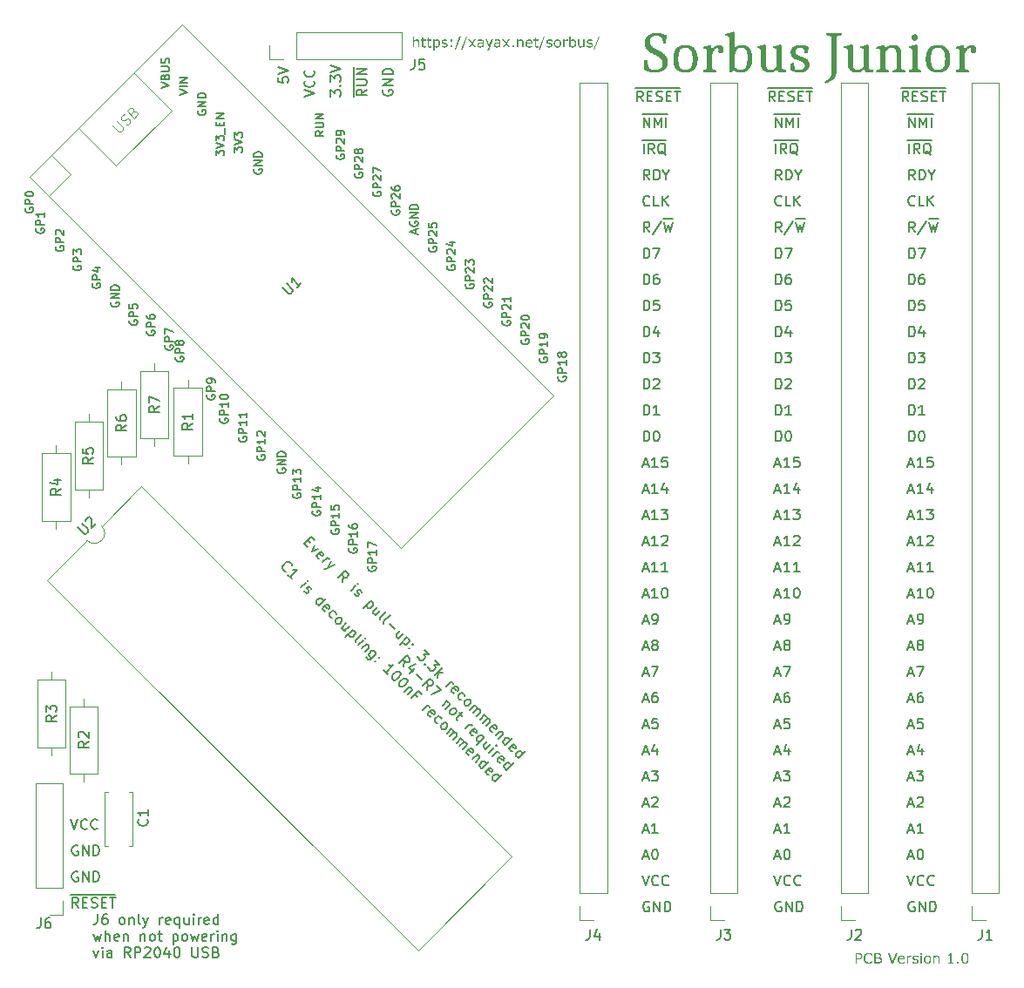
<source format=gbr>
%TF.GenerationSoftware,KiCad,Pcbnew,7.0.8*%
%TF.CreationDate,2024-01-24T08:25:51+01:00*%
%TF.ProjectId,Sorbus-Junior,536f7262-7573-42d4-9a75-6e696f722e6b,rev?*%
%TF.SameCoordinates,Original*%
%TF.FileFunction,Legend,Top*%
%TF.FilePolarity,Positive*%
%FSLAX46Y46*%
G04 Gerber Fmt 4.6, Leading zero omitted, Abs format (unit mm)*
G04 Created by KiCad (PCBNEW 7.0.8) date 2024-01-24 08:25:51*
%MOMM*%
%LPD*%
G01*
G04 APERTURE LIST*
%ADD10C,0.150000*%
%ADD11C,0.125000*%
%ADD12C,0.100000*%
%ADD13C,0.120000*%
G04 APERTURE END LIST*
D10*
X98587160Y-89373104D02*
X99063350Y-89373104D01*
X98491922Y-89658819D02*
X98825255Y-88658819D01*
X98825255Y-88658819D02*
X99158588Y-89658819D01*
X99396684Y-88658819D02*
X100063350Y-88658819D01*
X100063350Y-88658819D02*
X99634779Y-89658819D01*
X111588779Y-59178819D02*
X111588779Y-58178819D01*
X111588779Y-58178819D02*
X111826874Y-58178819D01*
X111826874Y-58178819D02*
X111969731Y-58226438D01*
X111969731Y-58226438D02*
X112064969Y-58321676D01*
X112064969Y-58321676D02*
X112112588Y-58416914D01*
X112112588Y-58416914D02*
X112160207Y-58607390D01*
X112160207Y-58607390D02*
X112160207Y-58750247D01*
X112160207Y-58750247D02*
X112112588Y-58940723D01*
X112112588Y-58940723D02*
X112064969Y-59035961D01*
X112064969Y-59035961D02*
X111969731Y-59131200D01*
X111969731Y-59131200D02*
X111826874Y-59178819D01*
X111826874Y-59178819D02*
X111588779Y-59178819D01*
X112493541Y-58178819D02*
X113112588Y-58178819D01*
X113112588Y-58178819D02*
X112779255Y-58559771D01*
X112779255Y-58559771D02*
X112922112Y-58559771D01*
X112922112Y-58559771D02*
X113017350Y-58607390D01*
X113017350Y-58607390D02*
X113064969Y-58655009D01*
X113064969Y-58655009D02*
X113112588Y-58750247D01*
X113112588Y-58750247D02*
X113112588Y-58988342D01*
X113112588Y-58988342D02*
X113064969Y-59083580D01*
X113064969Y-59083580D02*
X113017350Y-59131200D01*
X113017350Y-59131200D02*
X112922112Y-59178819D01*
X112922112Y-59178819D02*
X112636398Y-59178819D01*
X112636398Y-59178819D02*
X112541160Y-59131200D01*
X112541160Y-59131200D02*
X112493541Y-59083580D01*
X99206207Y-46478819D02*
X98872874Y-46002628D01*
X98634779Y-46478819D02*
X98634779Y-45478819D01*
X98634779Y-45478819D02*
X99015731Y-45478819D01*
X99015731Y-45478819D02*
X99110969Y-45526438D01*
X99110969Y-45526438D02*
X99158588Y-45574057D01*
X99158588Y-45574057D02*
X99206207Y-45669295D01*
X99206207Y-45669295D02*
X99206207Y-45812152D01*
X99206207Y-45812152D02*
X99158588Y-45907390D01*
X99158588Y-45907390D02*
X99110969Y-45955009D01*
X99110969Y-45955009D02*
X99015731Y-46002628D01*
X99015731Y-46002628D02*
X98634779Y-46002628D01*
X100349064Y-45431200D02*
X99491922Y-46716914D01*
X100587160Y-45478819D02*
X100825255Y-46478819D01*
X100825255Y-46478819D02*
X101015731Y-45764533D01*
X101015731Y-45764533D02*
X101206207Y-46478819D01*
X101206207Y-46478819D02*
X101444303Y-45478819D01*
X100544303Y-45201200D02*
X101487160Y-45201200D01*
X112160207Y-41398819D02*
X111826874Y-40922628D01*
X111588779Y-41398819D02*
X111588779Y-40398819D01*
X111588779Y-40398819D02*
X111969731Y-40398819D01*
X111969731Y-40398819D02*
X112064969Y-40446438D01*
X112064969Y-40446438D02*
X112112588Y-40494057D01*
X112112588Y-40494057D02*
X112160207Y-40589295D01*
X112160207Y-40589295D02*
X112160207Y-40732152D01*
X112160207Y-40732152D02*
X112112588Y-40827390D01*
X112112588Y-40827390D02*
X112064969Y-40875009D01*
X112064969Y-40875009D02*
X111969731Y-40922628D01*
X111969731Y-40922628D02*
X111588779Y-40922628D01*
X112588779Y-41398819D02*
X112588779Y-40398819D01*
X112588779Y-40398819D02*
X112826874Y-40398819D01*
X112826874Y-40398819D02*
X112969731Y-40446438D01*
X112969731Y-40446438D02*
X113064969Y-40541676D01*
X113064969Y-40541676D02*
X113112588Y-40636914D01*
X113112588Y-40636914D02*
X113160207Y-40827390D01*
X113160207Y-40827390D02*
X113160207Y-40970247D01*
X113160207Y-40970247D02*
X113112588Y-41160723D01*
X113112588Y-41160723D02*
X113064969Y-41255961D01*
X113064969Y-41255961D02*
X112969731Y-41351200D01*
X112969731Y-41351200D02*
X112826874Y-41398819D01*
X112826874Y-41398819D02*
X112588779Y-41398819D01*
X113779255Y-40922628D02*
X113779255Y-41398819D01*
X113445922Y-40398819D02*
X113779255Y-40922628D01*
X113779255Y-40922628D02*
X114112588Y-40398819D01*
X98587160Y-81753104D02*
X99063350Y-81753104D01*
X98491922Y-82038819D02*
X98825255Y-81038819D01*
X98825255Y-81038819D02*
X99158588Y-82038819D01*
X100015731Y-82038819D02*
X99444303Y-82038819D01*
X99730017Y-82038819D02*
X99730017Y-81038819D01*
X99730017Y-81038819D02*
X99634779Y-81181676D01*
X99634779Y-81181676D02*
X99539541Y-81276914D01*
X99539541Y-81276914D02*
X99444303Y-81324533D01*
X100634779Y-81038819D02*
X100730017Y-81038819D01*
X100730017Y-81038819D02*
X100825255Y-81086438D01*
X100825255Y-81086438D02*
X100872874Y-81134057D01*
X100872874Y-81134057D02*
X100920493Y-81229295D01*
X100920493Y-81229295D02*
X100968112Y-81419771D01*
X100968112Y-81419771D02*
X100968112Y-81657866D01*
X100968112Y-81657866D02*
X100920493Y-81848342D01*
X100920493Y-81848342D02*
X100872874Y-81943580D01*
X100872874Y-81943580D02*
X100825255Y-81991200D01*
X100825255Y-81991200D02*
X100730017Y-82038819D01*
X100730017Y-82038819D02*
X100634779Y-82038819D01*
X100634779Y-82038819D02*
X100539541Y-81991200D01*
X100539541Y-81991200D02*
X100491922Y-81943580D01*
X100491922Y-81943580D02*
X100444303Y-81848342D01*
X100444303Y-81848342D02*
X100396684Y-81657866D01*
X100396684Y-81657866D02*
X100396684Y-81419771D01*
X100396684Y-81419771D02*
X100444303Y-81229295D01*
X100444303Y-81229295D02*
X100491922Y-81134057D01*
X100491922Y-81134057D02*
X100539541Y-81086438D01*
X100539541Y-81086438D02*
X100634779Y-81038819D01*
X53193041Y-76416391D02*
X53428743Y-76652093D01*
X53159369Y-77123498D02*
X52822652Y-76786780D01*
X52822652Y-76786780D02*
X53529759Y-76079673D01*
X53529759Y-76079673D02*
X53866476Y-76416391D01*
X53866476Y-76887795D02*
X53563430Y-77527559D01*
X53563430Y-77527559D02*
X54203194Y-77224513D01*
X54304209Y-78200994D02*
X54203194Y-78167322D01*
X54203194Y-78167322D02*
X54068507Y-78032635D01*
X54068507Y-78032635D02*
X54034835Y-77931620D01*
X54034835Y-77931620D02*
X54068507Y-77830605D01*
X54068507Y-77830605D02*
X54337881Y-77561231D01*
X54337881Y-77561231D02*
X54438896Y-77527559D01*
X54438896Y-77527559D02*
X54539911Y-77561231D01*
X54539911Y-77561231D02*
X54674598Y-77695918D01*
X54674598Y-77695918D02*
X54708270Y-77796933D01*
X54708270Y-77796933D02*
X54674598Y-77897948D01*
X54674598Y-77897948D02*
X54607255Y-77965292D01*
X54607255Y-77965292D02*
X54203194Y-77695918D01*
X54607255Y-78571383D02*
X55078660Y-78099979D01*
X54943973Y-78234666D02*
X55044988Y-78200994D01*
X55044988Y-78200994D02*
X55112331Y-78200994D01*
X55112331Y-78200994D02*
X55213347Y-78234666D01*
X55213347Y-78234666D02*
X55280690Y-78302009D01*
X55449049Y-78470368D02*
X55146003Y-79110132D01*
X55785767Y-78807086D02*
X55146003Y-79110132D01*
X55146003Y-79110132D02*
X54910301Y-79211147D01*
X54910301Y-79211147D02*
X54842958Y-79211147D01*
X54842958Y-79211147D02*
X54741942Y-79177475D01*
X56526545Y-80490674D02*
X56627561Y-79918254D01*
X56122484Y-80086613D02*
X56829591Y-79379506D01*
X56829591Y-79379506D02*
X57098965Y-79648880D01*
X57098965Y-79648880D02*
X57132637Y-79749895D01*
X57132637Y-79749895D02*
X57132637Y-79817239D01*
X57132637Y-79817239D02*
X57098965Y-79918254D01*
X57098965Y-79918254D02*
X56997950Y-80019269D01*
X56997950Y-80019269D02*
X56896935Y-80052941D01*
X56896935Y-80052941D02*
X56829591Y-80052941D01*
X56829591Y-80052941D02*
X56728576Y-80019269D01*
X56728576Y-80019269D02*
X56459202Y-79749895D01*
X57368339Y-81332468D02*
X57839744Y-80861063D01*
X58075446Y-80625361D02*
X58008103Y-80625361D01*
X58008103Y-80625361D02*
X58008103Y-80692704D01*
X58008103Y-80692704D02*
X58075446Y-80692704D01*
X58075446Y-80692704D02*
X58075446Y-80625361D01*
X58075446Y-80625361D02*
X58008103Y-80692704D01*
X57705057Y-81601841D02*
X57738728Y-81702857D01*
X57738728Y-81702857D02*
X57873415Y-81837544D01*
X57873415Y-81837544D02*
X57974431Y-81871215D01*
X57974431Y-81871215D02*
X58075446Y-81837544D01*
X58075446Y-81837544D02*
X58109118Y-81803872D01*
X58109118Y-81803872D02*
X58142789Y-81702857D01*
X58142789Y-81702857D02*
X58109118Y-81601841D01*
X58109118Y-81601841D02*
X58008102Y-81500826D01*
X58008102Y-81500826D02*
X57974431Y-81399811D01*
X57974431Y-81399811D02*
X58008102Y-81298796D01*
X58008102Y-81298796D02*
X58041774Y-81265124D01*
X58041774Y-81265124D02*
X58142789Y-81231452D01*
X58142789Y-81231452D02*
X58243805Y-81265124D01*
X58243805Y-81265124D02*
X58344820Y-81366139D01*
X58344820Y-81366139D02*
X58378492Y-81467154D01*
X59287629Y-82308948D02*
X58580522Y-83016055D01*
X59253957Y-82342620D02*
X59354973Y-82376292D01*
X59354973Y-82376292D02*
X59489660Y-82510979D01*
X59489660Y-82510979D02*
X59523331Y-82611994D01*
X59523331Y-82611994D02*
X59523331Y-82679338D01*
X59523331Y-82679338D02*
X59489660Y-82780353D01*
X59489660Y-82780353D02*
X59287629Y-82982384D01*
X59287629Y-82982384D02*
X59186614Y-83016055D01*
X59186614Y-83016055D02*
X59119270Y-83016055D01*
X59119270Y-83016055D02*
X59018255Y-82982384D01*
X59018255Y-82982384D02*
X58883568Y-82847697D01*
X58883568Y-82847697D02*
X58849896Y-82746681D01*
X60230438Y-83251758D02*
X59759034Y-83723162D01*
X59927393Y-82948712D02*
X59557003Y-83319101D01*
X59557003Y-83319101D02*
X59523332Y-83420116D01*
X59523332Y-83420116D02*
X59557003Y-83521132D01*
X59557003Y-83521132D02*
X59658019Y-83622147D01*
X59658019Y-83622147D02*
X59759034Y-83655819D01*
X59759034Y-83655819D02*
X59826377Y-83655819D01*
X60196767Y-84160895D02*
X60163095Y-84059880D01*
X60163095Y-84059880D02*
X60196767Y-83958864D01*
X60196767Y-83958864D02*
X60802858Y-83352773D01*
X60567156Y-84531285D02*
X60533484Y-84430269D01*
X60533484Y-84430269D02*
X60567156Y-84329254D01*
X60567156Y-84329254D02*
X61173248Y-83723163D01*
X61105905Y-84531285D02*
X61644653Y-85070033D01*
X62486446Y-85507766D02*
X62015042Y-85979170D01*
X62183400Y-85204720D02*
X61813011Y-85575109D01*
X61813011Y-85575109D02*
X61779339Y-85676124D01*
X61779339Y-85676124D02*
X61813011Y-85777140D01*
X61813011Y-85777140D02*
X61914026Y-85878155D01*
X61914026Y-85878155D02*
X62015042Y-85911827D01*
X62015042Y-85911827D02*
X62082385Y-85911827D01*
X62823164Y-85844483D02*
X62116057Y-86551590D01*
X62789492Y-85878155D02*
X62890507Y-85911827D01*
X62890507Y-85911827D02*
X63025194Y-86046514D01*
X63025194Y-86046514D02*
X63058866Y-86147529D01*
X63058866Y-86147529D02*
X63058866Y-86214872D01*
X63058866Y-86214872D02*
X63025194Y-86315888D01*
X63025194Y-86315888D02*
X62823164Y-86517918D01*
X62823164Y-86517918D02*
X62722149Y-86551590D01*
X62722149Y-86551590D02*
X62654805Y-86551590D01*
X62654805Y-86551590D02*
X62553790Y-86517918D01*
X62553790Y-86517918D02*
X62419103Y-86383231D01*
X62419103Y-86383231D02*
X62385431Y-86282216D01*
X63058866Y-86888307D02*
X63058866Y-86955651D01*
X63058866Y-86955651D02*
X62991523Y-86955651D01*
X62991523Y-86955651D02*
X62991523Y-86888307D01*
X62991523Y-86888307D02*
X63058866Y-86888307D01*
X63058866Y-86888307D02*
X62991523Y-86955651D01*
X63429255Y-86517918D02*
X63429255Y-86585262D01*
X63429255Y-86585262D02*
X63361912Y-86585262D01*
X63361912Y-86585262D02*
X63361912Y-86517918D01*
X63361912Y-86517918D02*
X63429255Y-86517918D01*
X63429255Y-86517918D02*
X63361912Y-86585262D01*
X64506751Y-87056666D02*
X64944484Y-87494399D01*
X64944484Y-87494399D02*
X64439408Y-87528071D01*
X64439408Y-87528071D02*
X64540423Y-87629086D01*
X64540423Y-87629086D02*
X64574095Y-87730101D01*
X64574095Y-87730101D02*
X64574095Y-87797445D01*
X64574095Y-87797445D02*
X64540423Y-87898460D01*
X64540423Y-87898460D02*
X64372064Y-88066819D01*
X64372064Y-88066819D02*
X64271049Y-88100490D01*
X64271049Y-88100490D02*
X64203706Y-88100490D01*
X64203706Y-88100490D02*
X64102690Y-88066819D01*
X64102690Y-88066819D02*
X63900660Y-87864788D01*
X63900660Y-87864788D02*
X63866988Y-87763773D01*
X63866988Y-87763773D02*
X63866988Y-87696429D01*
X64607767Y-88437208D02*
X64607767Y-88504551D01*
X64607767Y-88504551D02*
X64540423Y-88504551D01*
X64540423Y-88504551D02*
X64540423Y-88437208D01*
X64540423Y-88437208D02*
X64607767Y-88437208D01*
X64607767Y-88437208D02*
X64540423Y-88504551D01*
X65516904Y-88066818D02*
X65954636Y-88504551D01*
X65954636Y-88504551D02*
X65449560Y-88538223D01*
X65449560Y-88538223D02*
X65550575Y-88639238D01*
X65550575Y-88639238D02*
X65584247Y-88740253D01*
X65584247Y-88740253D02*
X65584247Y-88807597D01*
X65584247Y-88807597D02*
X65550575Y-88908612D01*
X65550575Y-88908612D02*
X65382217Y-89076971D01*
X65382217Y-89076971D02*
X65281201Y-89110643D01*
X65281201Y-89110643D02*
X65213858Y-89110643D01*
X65213858Y-89110643D02*
X65112843Y-89076971D01*
X65112843Y-89076971D02*
X64910812Y-88874940D01*
X64910812Y-88874940D02*
X64877140Y-88773925D01*
X64877140Y-88773925D02*
X64877140Y-88706582D01*
X65550575Y-89514704D02*
X66257682Y-88807597D01*
X65887293Y-89312673D02*
X65819949Y-89784078D01*
X66291354Y-89312673D02*
X65752606Y-89312673D01*
X66661743Y-90625872D02*
X67133148Y-90154467D01*
X66998461Y-90289154D02*
X67099476Y-90255482D01*
X67099476Y-90255482D02*
X67166820Y-90255482D01*
X67166820Y-90255482D02*
X67267835Y-90289154D01*
X67267835Y-90289154D02*
X67335178Y-90356498D01*
X67402522Y-91299307D02*
X67301507Y-91265635D01*
X67301507Y-91265635D02*
X67166820Y-91130948D01*
X67166820Y-91130948D02*
X67133148Y-91029933D01*
X67133148Y-91029933D02*
X67166820Y-90928918D01*
X67166820Y-90928918D02*
X67436194Y-90659544D01*
X67436194Y-90659544D02*
X67537209Y-90625872D01*
X67537209Y-90625872D02*
X67638224Y-90659544D01*
X67638224Y-90659544D02*
X67772911Y-90794231D01*
X67772911Y-90794231D02*
X67806583Y-90895246D01*
X67806583Y-90895246D02*
X67772911Y-90996261D01*
X67772911Y-90996261D02*
X67705568Y-91063605D01*
X67705568Y-91063605D02*
X67301507Y-90794231D01*
X68042286Y-91939070D02*
X67941270Y-91905399D01*
X67941270Y-91905399D02*
X67806583Y-91770712D01*
X67806583Y-91770712D02*
X67772912Y-91669696D01*
X67772912Y-91669696D02*
X67772912Y-91602353D01*
X67772912Y-91602353D02*
X67806583Y-91501338D01*
X67806583Y-91501338D02*
X68008614Y-91299307D01*
X68008614Y-91299307D02*
X68109629Y-91265635D01*
X68109629Y-91265635D02*
X68176973Y-91265635D01*
X68176973Y-91265635D02*
X68277988Y-91299307D01*
X68277988Y-91299307D02*
X68412675Y-91433994D01*
X68412675Y-91433994D02*
X68446347Y-91535009D01*
X68412675Y-92376803D02*
X68379003Y-92275788D01*
X68379003Y-92275788D02*
X68379003Y-92208445D01*
X68379003Y-92208445D02*
X68412675Y-92107429D01*
X68412675Y-92107429D02*
X68614705Y-91905399D01*
X68614705Y-91905399D02*
X68715721Y-91871727D01*
X68715721Y-91871727D02*
X68783064Y-91871727D01*
X68783064Y-91871727D02*
X68884079Y-91905399D01*
X68884079Y-91905399D02*
X68985095Y-92006414D01*
X68985095Y-92006414D02*
X69018766Y-92107429D01*
X69018766Y-92107429D02*
X69018766Y-92174773D01*
X69018766Y-92174773D02*
X68985095Y-92275788D01*
X68985095Y-92275788D02*
X68783064Y-92477819D01*
X68783064Y-92477819D02*
X68682049Y-92511490D01*
X68682049Y-92511490D02*
X68614705Y-92511490D01*
X68614705Y-92511490D02*
X68513690Y-92477819D01*
X68513690Y-92477819D02*
X68412675Y-92376803D01*
X68951423Y-92915551D02*
X69422828Y-92444147D01*
X69355484Y-92511490D02*
X69422828Y-92511490D01*
X69422828Y-92511490D02*
X69523843Y-92545162D01*
X69523843Y-92545162D02*
X69624858Y-92646177D01*
X69624858Y-92646177D02*
X69658530Y-92747193D01*
X69658530Y-92747193D02*
X69624858Y-92848208D01*
X69624858Y-92848208D02*
X69254469Y-93218597D01*
X69624858Y-92848208D02*
X69725873Y-92814536D01*
X69725873Y-92814536D02*
X69826889Y-92848208D01*
X69826889Y-92848208D02*
X69927904Y-92949223D01*
X69927904Y-92949223D02*
X69961576Y-93050238D01*
X69961576Y-93050238D02*
X69927904Y-93151254D01*
X69927904Y-93151254D02*
X69557515Y-93521643D01*
X69894232Y-93858360D02*
X70365636Y-93386956D01*
X70298293Y-93454299D02*
X70365636Y-93454299D01*
X70365636Y-93454299D02*
X70466652Y-93487971D01*
X70466652Y-93487971D02*
X70567667Y-93588986D01*
X70567667Y-93588986D02*
X70601339Y-93690001D01*
X70601339Y-93690001D02*
X70567667Y-93791017D01*
X70567667Y-93791017D02*
X70197278Y-94161406D01*
X70567667Y-93791017D02*
X70668682Y-93757345D01*
X70668682Y-93757345D02*
X70769697Y-93791017D01*
X70769697Y-93791017D02*
X70870713Y-93892032D01*
X70870713Y-93892032D02*
X70904384Y-93993047D01*
X70904384Y-93993047D02*
X70870713Y-94094062D01*
X70870713Y-94094062D02*
X70500323Y-94464452D01*
X71140086Y-95036871D02*
X71039071Y-95003200D01*
X71039071Y-95003200D02*
X70904384Y-94868513D01*
X70904384Y-94868513D02*
X70870712Y-94767497D01*
X70870712Y-94767497D02*
X70904384Y-94666482D01*
X70904384Y-94666482D02*
X71173758Y-94397108D01*
X71173758Y-94397108D02*
X71274773Y-94363436D01*
X71274773Y-94363436D02*
X71375789Y-94397108D01*
X71375789Y-94397108D02*
X71510476Y-94531795D01*
X71510476Y-94531795D02*
X71544147Y-94632810D01*
X71544147Y-94632810D02*
X71510476Y-94733826D01*
X71510476Y-94733826D02*
X71443132Y-94801169D01*
X71443132Y-94801169D02*
X71039071Y-94531795D01*
X71914537Y-94935856D02*
X71443132Y-95407261D01*
X71847193Y-95003200D02*
X71914537Y-95003200D01*
X71914537Y-95003200D02*
X72015552Y-95036871D01*
X72015552Y-95036871D02*
X72116567Y-95137887D01*
X72116567Y-95137887D02*
X72150239Y-95238902D01*
X72150239Y-95238902D02*
X72116567Y-95339917D01*
X72116567Y-95339917D02*
X71746178Y-95710306D01*
X72385941Y-96350070D02*
X73093048Y-95642963D01*
X72419613Y-96316398D02*
X72318598Y-96282726D01*
X72318598Y-96282726D02*
X72183911Y-96148039D01*
X72183911Y-96148039D02*
X72150239Y-96047024D01*
X72150239Y-96047024D02*
X72150239Y-95979680D01*
X72150239Y-95979680D02*
X72183911Y-95878665D01*
X72183911Y-95878665D02*
X72385941Y-95676635D01*
X72385941Y-95676635D02*
X72486957Y-95642963D01*
X72486957Y-95642963D02*
X72554300Y-95642963D01*
X72554300Y-95642963D02*
X72655315Y-95676635D01*
X72655315Y-95676635D02*
X72790002Y-95811322D01*
X72790002Y-95811322D02*
X72823674Y-95912337D01*
X73025705Y-96922490D02*
X72924690Y-96888818D01*
X72924690Y-96888818D02*
X72790002Y-96754131D01*
X72790002Y-96754131D02*
X72756331Y-96653116D01*
X72756331Y-96653116D02*
X72790002Y-96552100D01*
X72790002Y-96552100D02*
X73059377Y-96282726D01*
X73059377Y-96282726D02*
X73160392Y-96249055D01*
X73160392Y-96249055D02*
X73261407Y-96282726D01*
X73261407Y-96282726D02*
X73396094Y-96417413D01*
X73396094Y-96417413D02*
X73429766Y-96518429D01*
X73429766Y-96518429D02*
X73396094Y-96619444D01*
X73396094Y-96619444D02*
X73328751Y-96686787D01*
X73328751Y-96686787D02*
X72924690Y-96417413D01*
X73631796Y-97595925D02*
X74338903Y-96888818D01*
X73665468Y-97562253D02*
X73564453Y-97528581D01*
X73564453Y-97528581D02*
X73429766Y-97393894D01*
X73429766Y-97393894D02*
X73396094Y-97292879D01*
X73396094Y-97292879D02*
X73396094Y-97225535D01*
X73396094Y-97225535D02*
X73429766Y-97124520D01*
X73429766Y-97124520D02*
X73631796Y-96922490D01*
X73631796Y-96922490D02*
X73732812Y-96888818D01*
X73732812Y-96888818D02*
X73800155Y-96888818D01*
X73800155Y-96888818D02*
X73901170Y-96922490D01*
X73901170Y-96922490D02*
X74035857Y-97057177D01*
X74035857Y-97057177D02*
X74069529Y-97158192D01*
X62492843Y-88733855D02*
X62593858Y-88161436D01*
X62088782Y-88329794D02*
X62795889Y-87622688D01*
X62795889Y-87622688D02*
X63065263Y-87892062D01*
X63065263Y-87892062D02*
X63098935Y-87993077D01*
X63098935Y-87993077D02*
X63098935Y-88060420D01*
X63098935Y-88060420D02*
X63065263Y-88161436D01*
X63065263Y-88161436D02*
X62964248Y-88262451D01*
X62964248Y-88262451D02*
X62863232Y-88296123D01*
X62863232Y-88296123D02*
X62795889Y-88296123D01*
X62795889Y-88296123D02*
X62694873Y-88262451D01*
X62694873Y-88262451D02*
X62425499Y-87993077D01*
X63570339Y-88868542D02*
X63098935Y-89339947D01*
X63671354Y-88430810D02*
X62997919Y-88767527D01*
X62997919Y-88767527D02*
X63435652Y-89205260D01*
X63738698Y-89440962D02*
X64277446Y-89979710D01*
X64748850Y-90989863D02*
X64849865Y-90417443D01*
X64344789Y-90585802D02*
X65051896Y-89878695D01*
X65051896Y-89878695D02*
X65321270Y-90148069D01*
X65321270Y-90148069D02*
X65354942Y-90249084D01*
X65354942Y-90249084D02*
X65354942Y-90316427D01*
X65354942Y-90316427D02*
X65321270Y-90417443D01*
X65321270Y-90417443D02*
X65220255Y-90518458D01*
X65220255Y-90518458D02*
X65119239Y-90552130D01*
X65119239Y-90552130D02*
X65051896Y-90552130D01*
X65051896Y-90552130D02*
X64950881Y-90518458D01*
X64950881Y-90518458D02*
X64681507Y-90249084D01*
X65691659Y-90518458D02*
X66163064Y-90989863D01*
X66163064Y-90989863D02*
X65152911Y-91393924D01*
X66735484Y-92033687D02*
X66264079Y-92505092D01*
X66668140Y-92101031D02*
X66735484Y-92101031D01*
X66735484Y-92101031D02*
X66836499Y-92134702D01*
X66836499Y-92134702D02*
X66937514Y-92235718D01*
X66937514Y-92235718D02*
X66971186Y-92336733D01*
X66971186Y-92336733D02*
X66937514Y-92437748D01*
X66937514Y-92437748D02*
X66567125Y-92808137D01*
X67004858Y-93245870D02*
X66971186Y-93144855D01*
X66971186Y-93144855D02*
X66971186Y-93077511D01*
X66971186Y-93077511D02*
X67004858Y-92976496D01*
X67004858Y-92976496D02*
X67206888Y-92774466D01*
X67206888Y-92774466D02*
X67307904Y-92740794D01*
X67307904Y-92740794D02*
X67375247Y-92740794D01*
X67375247Y-92740794D02*
X67476262Y-92774466D01*
X67476262Y-92774466D02*
X67577278Y-92875481D01*
X67577278Y-92875481D02*
X67610949Y-92976496D01*
X67610949Y-92976496D02*
X67610949Y-93043840D01*
X67610949Y-93043840D02*
X67577278Y-93144855D01*
X67577278Y-93144855D02*
X67375247Y-93346885D01*
X67375247Y-93346885D02*
X67274232Y-93380557D01*
X67274232Y-93380557D02*
X67206888Y-93380557D01*
X67206888Y-93380557D02*
X67105873Y-93346885D01*
X67105873Y-93346885D02*
X67004858Y-93245870D01*
X67913995Y-93212198D02*
X68183369Y-93481572D01*
X68250713Y-93077511D02*
X67644621Y-93683603D01*
X67644621Y-93683603D02*
X67610949Y-93784618D01*
X67610949Y-93784618D02*
X67644621Y-93885633D01*
X67644621Y-93885633D02*
X67711965Y-93952977D01*
X68486415Y-94727428D02*
X68957820Y-94256023D01*
X68823133Y-94390710D02*
X68924148Y-94357038D01*
X68924148Y-94357038D02*
X68991492Y-94357038D01*
X68991492Y-94357038D02*
X69092507Y-94390710D01*
X69092507Y-94390710D02*
X69159850Y-94458054D01*
X69227194Y-95400863D02*
X69126179Y-95367191D01*
X69126179Y-95367191D02*
X68991492Y-95232504D01*
X68991492Y-95232504D02*
X68957820Y-95131489D01*
X68957820Y-95131489D02*
X68991492Y-95030474D01*
X68991492Y-95030474D02*
X69260866Y-94761100D01*
X69260866Y-94761100D02*
X69361881Y-94727428D01*
X69361881Y-94727428D02*
X69462896Y-94761100D01*
X69462896Y-94761100D02*
X69597583Y-94895787D01*
X69597583Y-94895787D02*
X69631255Y-94996802D01*
X69631255Y-94996802D02*
X69597583Y-95097817D01*
X69597583Y-95097817D02*
X69530240Y-95165161D01*
X69530240Y-95165161D02*
X69126179Y-94895787D01*
X70304690Y-95602894D02*
X69597584Y-96310000D01*
X69866958Y-96040626D02*
X69765942Y-96006955D01*
X69765942Y-96006955D02*
X69631255Y-95872268D01*
X69631255Y-95872268D02*
X69597584Y-95771252D01*
X69597584Y-95771252D02*
X69597584Y-95703909D01*
X69597584Y-95703909D02*
X69631255Y-95602894D01*
X69631255Y-95602894D02*
X69833286Y-95400863D01*
X69833286Y-95400863D02*
X69934301Y-95367191D01*
X69934301Y-95367191D02*
X70001645Y-95367191D01*
X70001645Y-95367191D02*
X70102660Y-95400863D01*
X70102660Y-95400863D02*
X70237347Y-95535550D01*
X70237347Y-95535550D02*
X70271019Y-95636565D01*
X70944454Y-96242657D02*
X70473049Y-96714062D01*
X70641408Y-95939611D02*
X70271019Y-96310001D01*
X70271019Y-96310001D02*
X70237347Y-96411016D01*
X70237347Y-96411016D02*
X70271019Y-96512031D01*
X70271019Y-96512031D02*
X70372034Y-96613046D01*
X70372034Y-96613046D02*
X70473049Y-96646718D01*
X70473049Y-96646718D02*
X70540393Y-96646718D01*
X70809767Y-97050779D02*
X71281171Y-96579375D01*
X71516874Y-96343672D02*
X71449530Y-96343672D01*
X71449530Y-96343672D02*
X71449530Y-96411016D01*
X71449530Y-96411016D02*
X71516874Y-96411016D01*
X71516874Y-96411016D02*
X71516874Y-96343672D01*
X71516874Y-96343672D02*
X71449530Y-96411016D01*
X71146484Y-97387496D02*
X71617888Y-96916092D01*
X71483201Y-97050779D02*
X71584217Y-97017107D01*
X71584217Y-97017107D02*
X71651560Y-97017107D01*
X71651560Y-97017107D02*
X71752575Y-97050779D01*
X71752575Y-97050779D02*
X71819919Y-97118122D01*
X71887263Y-98060932D02*
X71786248Y-98027260D01*
X71786248Y-98027260D02*
X71651560Y-97892573D01*
X71651560Y-97892573D02*
X71617889Y-97791558D01*
X71617889Y-97791558D02*
X71651560Y-97690542D01*
X71651560Y-97690542D02*
X71920935Y-97421168D01*
X71920935Y-97421168D02*
X72021950Y-97387497D01*
X72021950Y-97387497D02*
X72122965Y-97421168D01*
X72122965Y-97421168D02*
X72257652Y-97555855D01*
X72257652Y-97555855D02*
X72291324Y-97656871D01*
X72291324Y-97656871D02*
X72257652Y-97757886D01*
X72257652Y-97757886D02*
X72190309Y-97825229D01*
X72190309Y-97825229D02*
X71786248Y-97555855D01*
X72493354Y-98734367D02*
X73200461Y-98027260D01*
X72527026Y-98700695D02*
X72426011Y-98667023D01*
X72426011Y-98667023D02*
X72291324Y-98532336D01*
X72291324Y-98532336D02*
X72257652Y-98431321D01*
X72257652Y-98431321D02*
X72257652Y-98363977D01*
X72257652Y-98363977D02*
X72291324Y-98262962D01*
X72291324Y-98262962D02*
X72493354Y-98060932D01*
X72493354Y-98060932D02*
X72594370Y-98027260D01*
X72594370Y-98027260D02*
X72661713Y-98027260D01*
X72661713Y-98027260D02*
X72762728Y-98060932D01*
X72762728Y-98060932D02*
X72897415Y-98195619D01*
X72897415Y-98195619D02*
X72931087Y-98296634D01*
X51050845Y-79434054D02*
X50983501Y-79434054D01*
X50983501Y-79434054D02*
X50848814Y-79366711D01*
X50848814Y-79366711D02*
X50781471Y-79299367D01*
X50781471Y-79299367D02*
X50714127Y-79164680D01*
X50714127Y-79164680D02*
X50714127Y-79029993D01*
X50714127Y-79029993D02*
X50747799Y-78928978D01*
X50747799Y-78928978D02*
X50848814Y-78760619D01*
X50848814Y-78760619D02*
X50949830Y-78659604D01*
X50949830Y-78659604D02*
X51118188Y-78558589D01*
X51118188Y-78558589D02*
X51219204Y-78524917D01*
X51219204Y-78524917D02*
X51353891Y-78524917D01*
X51353891Y-78524917D02*
X51488578Y-78592260D01*
X51488578Y-78592260D02*
X51555921Y-78659604D01*
X51555921Y-78659604D02*
X51623265Y-78794291D01*
X51623265Y-78794291D02*
X51623265Y-78861634D01*
X51656936Y-80174833D02*
X51252875Y-79770772D01*
X51454906Y-79972802D02*
X52162013Y-79265695D01*
X52162013Y-79265695D02*
X51993654Y-79299367D01*
X51993654Y-79299367D02*
X51858967Y-79299367D01*
X51858967Y-79299367D02*
X51757952Y-79265695D01*
X52498730Y-81016627D02*
X52970135Y-80545222D01*
X53205837Y-80309520D02*
X53138494Y-80309520D01*
X53138494Y-80309520D02*
X53138494Y-80376863D01*
X53138494Y-80376863D02*
X53205837Y-80376863D01*
X53205837Y-80376863D02*
X53205837Y-80309520D01*
X53205837Y-80309520D02*
X53138494Y-80376863D01*
X52835447Y-81286000D02*
X52869119Y-81387016D01*
X52869119Y-81387016D02*
X53003806Y-81521703D01*
X53003806Y-81521703D02*
X53104821Y-81555374D01*
X53104821Y-81555374D02*
X53205837Y-81521703D01*
X53205837Y-81521703D02*
X53239509Y-81488031D01*
X53239509Y-81488031D02*
X53273180Y-81387016D01*
X53273180Y-81387016D02*
X53239509Y-81286000D01*
X53239509Y-81286000D02*
X53138493Y-81184985D01*
X53138493Y-81184985D02*
X53104821Y-81083970D01*
X53104821Y-81083970D02*
X53138493Y-80982955D01*
X53138493Y-80982955D02*
X53172165Y-80949283D01*
X53172165Y-80949283D02*
X53273180Y-80915611D01*
X53273180Y-80915611D02*
X53374196Y-80949283D01*
X53374196Y-80949283D02*
X53475211Y-81050298D01*
X53475211Y-81050298D02*
X53508883Y-81151313D01*
X54249661Y-82767558D02*
X54956768Y-82060451D01*
X54283333Y-82733886D02*
X54182318Y-82700214D01*
X54182318Y-82700214D02*
X54047631Y-82565527D01*
X54047631Y-82565527D02*
X54013959Y-82464512D01*
X54013959Y-82464512D02*
X54013959Y-82397168D01*
X54013959Y-82397168D02*
X54047631Y-82296153D01*
X54047631Y-82296153D02*
X54249661Y-82094123D01*
X54249661Y-82094123D02*
X54350677Y-82060451D01*
X54350677Y-82060451D02*
X54418020Y-82060451D01*
X54418020Y-82060451D02*
X54519035Y-82094123D01*
X54519035Y-82094123D02*
X54653722Y-82228810D01*
X54653722Y-82228810D02*
X54687394Y-82329825D01*
X54889425Y-83339978D02*
X54788409Y-83306306D01*
X54788409Y-83306306D02*
X54653722Y-83171619D01*
X54653722Y-83171619D02*
X54620051Y-83070604D01*
X54620051Y-83070604D02*
X54653722Y-82969588D01*
X54653722Y-82969588D02*
X54923096Y-82700214D01*
X54923096Y-82700214D02*
X55024112Y-82666542D01*
X55024112Y-82666542D02*
X55125127Y-82700214D01*
X55125127Y-82700214D02*
X55259814Y-82834901D01*
X55259814Y-82834901D02*
X55293486Y-82935917D01*
X55293486Y-82935917D02*
X55259814Y-83036932D01*
X55259814Y-83036932D02*
X55192470Y-83104275D01*
X55192470Y-83104275D02*
X54788409Y-82834901D01*
X55529188Y-83979741D02*
X55428173Y-83946069D01*
X55428173Y-83946069D02*
X55293486Y-83811382D01*
X55293486Y-83811382D02*
X55259814Y-83710367D01*
X55259814Y-83710367D02*
X55259814Y-83643023D01*
X55259814Y-83643023D02*
X55293486Y-83542008D01*
X55293486Y-83542008D02*
X55495516Y-83339978D01*
X55495516Y-83339978D02*
X55596532Y-83306306D01*
X55596532Y-83306306D02*
X55663875Y-83306306D01*
X55663875Y-83306306D02*
X55764890Y-83339978D01*
X55764890Y-83339978D02*
X55899577Y-83474665D01*
X55899577Y-83474665D02*
X55933249Y-83575680D01*
X55899577Y-84417474D02*
X55865906Y-84316459D01*
X55865906Y-84316459D02*
X55865906Y-84249115D01*
X55865906Y-84249115D02*
X55899577Y-84148100D01*
X55899577Y-84148100D02*
X56101608Y-83946069D01*
X56101608Y-83946069D02*
X56202623Y-83912398D01*
X56202623Y-83912398D02*
X56269967Y-83912398D01*
X56269967Y-83912398D02*
X56370982Y-83946069D01*
X56370982Y-83946069D02*
X56471997Y-84047085D01*
X56471997Y-84047085D02*
X56505669Y-84148100D01*
X56505669Y-84148100D02*
X56505669Y-84215443D01*
X56505669Y-84215443D02*
X56471997Y-84316459D01*
X56471997Y-84316459D02*
X56269967Y-84518489D01*
X56269967Y-84518489D02*
X56168951Y-84552161D01*
X56168951Y-84552161D02*
X56101608Y-84552161D01*
X56101608Y-84552161D02*
X56000593Y-84518489D01*
X56000593Y-84518489D02*
X55899577Y-84417474D01*
X57212776Y-84787863D02*
X56741371Y-85259268D01*
X56909730Y-84484817D02*
X56539341Y-84855207D01*
X56539341Y-84855207D02*
X56505669Y-84956222D01*
X56505669Y-84956222D02*
X56539341Y-85057237D01*
X56539341Y-85057237D02*
X56640356Y-85158252D01*
X56640356Y-85158252D02*
X56741371Y-85191924D01*
X56741371Y-85191924D02*
X56808715Y-85191924D01*
X57549493Y-85124581D02*
X56842387Y-85831687D01*
X57515822Y-85158252D02*
X57616837Y-85191924D01*
X57616837Y-85191924D02*
X57751524Y-85326611D01*
X57751524Y-85326611D02*
X57785196Y-85427626D01*
X57785196Y-85427626D02*
X57785196Y-85494970D01*
X57785196Y-85494970D02*
X57751524Y-85595985D01*
X57751524Y-85595985D02*
X57549493Y-85798016D01*
X57549493Y-85798016D02*
X57448478Y-85831687D01*
X57448478Y-85831687D02*
X57381135Y-85831687D01*
X57381135Y-85831687D02*
X57280119Y-85798016D01*
X57280119Y-85798016D02*
X57145432Y-85663329D01*
X57145432Y-85663329D02*
X57111761Y-85562313D01*
X57818867Y-86336764D02*
X57785196Y-86235749D01*
X57785196Y-86235749D02*
X57818867Y-86134733D01*
X57818867Y-86134733D02*
X58424959Y-85528642D01*
X58088242Y-86606138D02*
X58559646Y-86134734D01*
X58795349Y-85899031D02*
X58728005Y-85899031D01*
X58728005Y-85899031D02*
X58728005Y-85966375D01*
X58728005Y-85966375D02*
X58795349Y-85966375D01*
X58795349Y-85966375D02*
X58795349Y-85899031D01*
X58795349Y-85899031D02*
X58728005Y-85966375D01*
X58896364Y-86471451D02*
X58424959Y-86942855D01*
X58829020Y-86538794D02*
X58896364Y-86538794D01*
X58896364Y-86538794D02*
X58997379Y-86572466D01*
X58997379Y-86572466D02*
X59098394Y-86673481D01*
X59098394Y-86673481D02*
X59132066Y-86774497D01*
X59132066Y-86774497D02*
X59098394Y-86875512D01*
X59098394Y-86875512D02*
X58728005Y-87245901D01*
X59839173Y-87414260D02*
X59266753Y-87986680D01*
X59266753Y-87986680D02*
X59165738Y-88020351D01*
X59165738Y-88020351D02*
X59098394Y-88020351D01*
X59098394Y-88020351D02*
X58997379Y-87986680D01*
X58997379Y-87986680D02*
X58896364Y-87885664D01*
X58896364Y-87885664D02*
X58862692Y-87784649D01*
X59401440Y-87851993D02*
X59300425Y-87818321D01*
X59300425Y-87818321D02*
X59165738Y-87683634D01*
X59165738Y-87683634D02*
X59132066Y-87582619D01*
X59132066Y-87582619D02*
X59132066Y-87515275D01*
X59132066Y-87515275D02*
X59165738Y-87414260D01*
X59165738Y-87414260D02*
X59367768Y-87212229D01*
X59367768Y-87212229D02*
X59468783Y-87178558D01*
X59468783Y-87178558D02*
X59536127Y-87178558D01*
X59536127Y-87178558D02*
X59637142Y-87212229D01*
X59637142Y-87212229D02*
X59771829Y-87346916D01*
X59771829Y-87346916D02*
X59805501Y-87447932D01*
X59771829Y-88155039D02*
X59771829Y-88222382D01*
X59771829Y-88222382D02*
X59704486Y-88222382D01*
X59704486Y-88222382D02*
X59704486Y-88155039D01*
X59704486Y-88155039D02*
X59771829Y-88155039D01*
X59771829Y-88155039D02*
X59704486Y-88222382D01*
X60142218Y-87784649D02*
X60142218Y-87851993D01*
X60142218Y-87851993D02*
X60074875Y-87851993D01*
X60074875Y-87851993D02*
X60074875Y-87784649D01*
X60074875Y-87784649D02*
X60142218Y-87784649D01*
X60142218Y-87784649D02*
X60074875Y-87851993D01*
X60950340Y-89468237D02*
X60546279Y-89064176D01*
X60748310Y-89266206D02*
X61455417Y-88559099D01*
X61455417Y-88559099D02*
X61287058Y-88592771D01*
X61287058Y-88592771D02*
X61152371Y-88592771D01*
X61152371Y-88592771D02*
X61051356Y-88559099D01*
X62095180Y-89198863D02*
X62162523Y-89266206D01*
X62162523Y-89266206D02*
X62196195Y-89367221D01*
X62196195Y-89367221D02*
X62196195Y-89434565D01*
X62196195Y-89434565D02*
X62162523Y-89535580D01*
X62162523Y-89535580D02*
X62061508Y-89703939D01*
X62061508Y-89703939D02*
X61893149Y-89872298D01*
X61893149Y-89872298D02*
X61724791Y-89973313D01*
X61724791Y-89973313D02*
X61623775Y-90006985D01*
X61623775Y-90006985D02*
X61556432Y-90006985D01*
X61556432Y-90006985D02*
X61455417Y-89973313D01*
X61455417Y-89973313D02*
X61388073Y-89905969D01*
X61388073Y-89905969D02*
X61354401Y-89804954D01*
X61354401Y-89804954D02*
X61354401Y-89737611D01*
X61354401Y-89737611D02*
X61388073Y-89636595D01*
X61388073Y-89636595D02*
X61489088Y-89468237D01*
X61489088Y-89468237D02*
X61657447Y-89299878D01*
X61657447Y-89299878D02*
X61825806Y-89198863D01*
X61825806Y-89198863D02*
X61926821Y-89165191D01*
X61926821Y-89165191D02*
X61994165Y-89165191D01*
X61994165Y-89165191D02*
X62095180Y-89198863D01*
X62768615Y-89872298D02*
X62835958Y-89939641D01*
X62835958Y-89939641D02*
X62869630Y-90040657D01*
X62869630Y-90040657D02*
X62869630Y-90108000D01*
X62869630Y-90108000D02*
X62835958Y-90209015D01*
X62835958Y-90209015D02*
X62734943Y-90377374D01*
X62734943Y-90377374D02*
X62566584Y-90545733D01*
X62566584Y-90545733D02*
X62398226Y-90646748D01*
X62398226Y-90646748D02*
X62297210Y-90680420D01*
X62297210Y-90680420D02*
X62229867Y-90680420D01*
X62229867Y-90680420D02*
X62128852Y-90646748D01*
X62128852Y-90646748D02*
X62061508Y-90579405D01*
X62061508Y-90579405D02*
X62027836Y-90478389D01*
X62027836Y-90478389D02*
X62027836Y-90411046D01*
X62027836Y-90411046D02*
X62061508Y-90310031D01*
X62061508Y-90310031D02*
X62162523Y-90141672D01*
X62162523Y-90141672D02*
X62330882Y-89973313D01*
X62330882Y-89973313D02*
X62499241Y-89872298D01*
X62499241Y-89872298D02*
X62600256Y-89838626D01*
X62600256Y-89838626D02*
X62667600Y-89838626D01*
X62667600Y-89838626D02*
X62768615Y-89872298D01*
X63071661Y-90646748D02*
X62600256Y-91118153D01*
X63004317Y-90714092D02*
X63071661Y-90714092D01*
X63071661Y-90714092D02*
X63172676Y-90747763D01*
X63172676Y-90747763D02*
X63273691Y-90848779D01*
X63273691Y-90848779D02*
X63307363Y-90949794D01*
X63307363Y-90949794D02*
X63273691Y-91050809D01*
X63273691Y-91050809D02*
X62903302Y-91421198D01*
X63846111Y-91623229D02*
X63610409Y-91387527D01*
X63240020Y-91757916D02*
X63947126Y-91050809D01*
X63947126Y-91050809D02*
X64283844Y-91387527D01*
X64384859Y-92902756D02*
X64856264Y-92431351D01*
X64721577Y-92566038D02*
X64822592Y-92532366D01*
X64822592Y-92532366D02*
X64889936Y-92532366D01*
X64889936Y-92532366D02*
X64990951Y-92566038D01*
X64990951Y-92566038D02*
X65058294Y-92633382D01*
X65125638Y-93576191D02*
X65024623Y-93542519D01*
X65024623Y-93542519D02*
X64889936Y-93407832D01*
X64889936Y-93407832D02*
X64856264Y-93306817D01*
X64856264Y-93306817D02*
X64889936Y-93205802D01*
X64889936Y-93205802D02*
X65159310Y-92936428D01*
X65159310Y-92936428D02*
X65260325Y-92902756D01*
X65260325Y-92902756D02*
X65361340Y-92936428D01*
X65361340Y-92936428D02*
X65496027Y-93071115D01*
X65496027Y-93071115D02*
X65529699Y-93172130D01*
X65529699Y-93172130D02*
X65496027Y-93273145D01*
X65496027Y-93273145D02*
X65428684Y-93340489D01*
X65428684Y-93340489D02*
X65024623Y-93071115D01*
X65765402Y-94215954D02*
X65664386Y-94182283D01*
X65664386Y-94182283D02*
X65529699Y-94047596D01*
X65529699Y-94047596D02*
X65496028Y-93946580D01*
X65496028Y-93946580D02*
X65496028Y-93879237D01*
X65496028Y-93879237D02*
X65529699Y-93778222D01*
X65529699Y-93778222D02*
X65731730Y-93576191D01*
X65731730Y-93576191D02*
X65832745Y-93542519D01*
X65832745Y-93542519D02*
X65900089Y-93542519D01*
X65900089Y-93542519D02*
X66001104Y-93576191D01*
X66001104Y-93576191D02*
X66135791Y-93710878D01*
X66135791Y-93710878D02*
X66169463Y-93811893D01*
X66135791Y-94653687D02*
X66102119Y-94552672D01*
X66102119Y-94552672D02*
X66102119Y-94485329D01*
X66102119Y-94485329D02*
X66135791Y-94384313D01*
X66135791Y-94384313D02*
X66337821Y-94182283D01*
X66337821Y-94182283D02*
X66438837Y-94148611D01*
X66438837Y-94148611D02*
X66506180Y-94148611D01*
X66506180Y-94148611D02*
X66607195Y-94182283D01*
X66607195Y-94182283D02*
X66708211Y-94283298D01*
X66708211Y-94283298D02*
X66741882Y-94384313D01*
X66741882Y-94384313D02*
X66741882Y-94451657D01*
X66741882Y-94451657D02*
X66708211Y-94552672D01*
X66708211Y-94552672D02*
X66506180Y-94754703D01*
X66506180Y-94754703D02*
X66405165Y-94788374D01*
X66405165Y-94788374D02*
X66337821Y-94788374D01*
X66337821Y-94788374D02*
X66236806Y-94754703D01*
X66236806Y-94754703D02*
X66135791Y-94653687D01*
X66674539Y-95192435D02*
X67145944Y-94721031D01*
X67078600Y-94788374D02*
X67145944Y-94788374D01*
X67145944Y-94788374D02*
X67246959Y-94822046D01*
X67246959Y-94822046D02*
X67347974Y-94923061D01*
X67347974Y-94923061D02*
X67381646Y-95024077D01*
X67381646Y-95024077D02*
X67347974Y-95125092D01*
X67347974Y-95125092D02*
X66977585Y-95495481D01*
X67347974Y-95125092D02*
X67448989Y-95091420D01*
X67448989Y-95091420D02*
X67550005Y-95125092D01*
X67550005Y-95125092D02*
X67651020Y-95226107D01*
X67651020Y-95226107D02*
X67684692Y-95327122D01*
X67684692Y-95327122D02*
X67651020Y-95428138D01*
X67651020Y-95428138D02*
X67280631Y-95798527D01*
X67617348Y-96135244D02*
X68088752Y-95663840D01*
X68021409Y-95731183D02*
X68088752Y-95731183D01*
X68088752Y-95731183D02*
X68189768Y-95764855D01*
X68189768Y-95764855D02*
X68290783Y-95865870D01*
X68290783Y-95865870D02*
X68324455Y-95966885D01*
X68324455Y-95966885D02*
X68290783Y-96067901D01*
X68290783Y-96067901D02*
X67920394Y-96438290D01*
X68290783Y-96067901D02*
X68391798Y-96034229D01*
X68391798Y-96034229D02*
X68492813Y-96067901D01*
X68492813Y-96067901D02*
X68593829Y-96168916D01*
X68593829Y-96168916D02*
X68627500Y-96269931D01*
X68627500Y-96269931D02*
X68593829Y-96370946D01*
X68593829Y-96370946D02*
X68223439Y-96741336D01*
X68863202Y-97313755D02*
X68762187Y-97280084D01*
X68762187Y-97280084D02*
X68627500Y-97145397D01*
X68627500Y-97145397D02*
X68593828Y-97044381D01*
X68593828Y-97044381D02*
X68627500Y-96943366D01*
X68627500Y-96943366D02*
X68896874Y-96673992D01*
X68896874Y-96673992D02*
X68997889Y-96640320D01*
X68997889Y-96640320D02*
X69098905Y-96673992D01*
X69098905Y-96673992D02*
X69233592Y-96808679D01*
X69233592Y-96808679D02*
X69267263Y-96909694D01*
X69267263Y-96909694D02*
X69233592Y-97010710D01*
X69233592Y-97010710D02*
X69166248Y-97078053D01*
X69166248Y-97078053D02*
X68762187Y-96808679D01*
X69637653Y-97212740D02*
X69166248Y-97684145D01*
X69570309Y-97280084D02*
X69637653Y-97280084D01*
X69637653Y-97280084D02*
X69738668Y-97313755D01*
X69738668Y-97313755D02*
X69839683Y-97414771D01*
X69839683Y-97414771D02*
X69873355Y-97515786D01*
X69873355Y-97515786D02*
X69839683Y-97616801D01*
X69839683Y-97616801D02*
X69469294Y-97987190D01*
X70109057Y-98626954D02*
X70816164Y-97919847D01*
X70142729Y-98593282D02*
X70041714Y-98559610D01*
X70041714Y-98559610D02*
X69907027Y-98424923D01*
X69907027Y-98424923D02*
X69873355Y-98323908D01*
X69873355Y-98323908D02*
X69873355Y-98256564D01*
X69873355Y-98256564D02*
X69907027Y-98155549D01*
X69907027Y-98155549D02*
X70109057Y-97953519D01*
X70109057Y-97953519D02*
X70210073Y-97919847D01*
X70210073Y-97919847D02*
X70277416Y-97919847D01*
X70277416Y-97919847D02*
X70378431Y-97953519D01*
X70378431Y-97953519D02*
X70513118Y-98088206D01*
X70513118Y-98088206D02*
X70546790Y-98189221D01*
X70748821Y-99199374D02*
X70647806Y-99165702D01*
X70647806Y-99165702D02*
X70513118Y-99031015D01*
X70513118Y-99031015D02*
X70479447Y-98930000D01*
X70479447Y-98930000D02*
X70513118Y-98828984D01*
X70513118Y-98828984D02*
X70782493Y-98559610D01*
X70782493Y-98559610D02*
X70883508Y-98525939D01*
X70883508Y-98525939D02*
X70984523Y-98559610D01*
X70984523Y-98559610D02*
X71119210Y-98694297D01*
X71119210Y-98694297D02*
X71152882Y-98795313D01*
X71152882Y-98795313D02*
X71119210Y-98896328D01*
X71119210Y-98896328D02*
X71051867Y-98963671D01*
X71051867Y-98963671D02*
X70647806Y-98694297D01*
X71354912Y-99872809D02*
X72062019Y-99165702D01*
X71388584Y-99839137D02*
X71287569Y-99805465D01*
X71287569Y-99805465D02*
X71152882Y-99670778D01*
X71152882Y-99670778D02*
X71119210Y-99569763D01*
X71119210Y-99569763D02*
X71119210Y-99502419D01*
X71119210Y-99502419D02*
X71152882Y-99401404D01*
X71152882Y-99401404D02*
X71354912Y-99199374D01*
X71354912Y-99199374D02*
X71455928Y-99165702D01*
X71455928Y-99165702D02*
X71523271Y-99165702D01*
X71523271Y-99165702D02*
X71624286Y-99199374D01*
X71624286Y-99199374D02*
X71758973Y-99334061D01*
X71758973Y-99334061D02*
X71792645Y-99435076D01*
X85760160Y-84293104D02*
X86236350Y-84293104D01*
X85664922Y-84578819D02*
X85998255Y-83578819D01*
X85998255Y-83578819D02*
X86331588Y-84578819D01*
X86712541Y-84578819D02*
X86903017Y-84578819D01*
X86903017Y-84578819D02*
X86998255Y-84531200D01*
X86998255Y-84531200D02*
X87045874Y-84483580D01*
X87045874Y-84483580D02*
X87141112Y-84340723D01*
X87141112Y-84340723D02*
X87188731Y-84150247D01*
X87188731Y-84150247D02*
X87188731Y-83769295D01*
X87188731Y-83769295D02*
X87141112Y-83674057D01*
X87141112Y-83674057D02*
X87093493Y-83626438D01*
X87093493Y-83626438D02*
X86998255Y-83578819D01*
X86998255Y-83578819D02*
X86807779Y-83578819D01*
X86807779Y-83578819D02*
X86712541Y-83626438D01*
X86712541Y-83626438D02*
X86664922Y-83674057D01*
X86664922Y-83674057D02*
X86617303Y-83769295D01*
X86617303Y-83769295D02*
X86617303Y-84007390D01*
X86617303Y-84007390D02*
X86664922Y-84102628D01*
X86664922Y-84102628D02*
X86712541Y-84150247D01*
X86712541Y-84150247D02*
X86807779Y-84197866D01*
X86807779Y-84197866D02*
X86998255Y-84197866D01*
X86998255Y-84197866D02*
X87093493Y-84150247D01*
X87093493Y-84150247D02*
X87141112Y-84102628D01*
X87141112Y-84102628D02*
X87188731Y-84007390D01*
X98587160Y-102073104D02*
X99063350Y-102073104D01*
X98491922Y-102358819D02*
X98825255Y-101358819D01*
X98825255Y-101358819D02*
X99158588Y-102358819D01*
X99444303Y-101454057D02*
X99491922Y-101406438D01*
X99491922Y-101406438D02*
X99587160Y-101358819D01*
X99587160Y-101358819D02*
X99825255Y-101358819D01*
X99825255Y-101358819D02*
X99920493Y-101406438D01*
X99920493Y-101406438D02*
X99968112Y-101454057D01*
X99968112Y-101454057D02*
X100015731Y-101549295D01*
X100015731Y-101549295D02*
X100015731Y-101644533D01*
X100015731Y-101644533D02*
X99968112Y-101787390D01*
X99968112Y-101787390D02*
X99396684Y-102358819D01*
X99396684Y-102358819D02*
X100015731Y-102358819D01*
X85807779Y-64258819D02*
X85807779Y-63258819D01*
X85807779Y-63258819D02*
X86045874Y-63258819D01*
X86045874Y-63258819D02*
X86188731Y-63306438D01*
X86188731Y-63306438D02*
X86283969Y-63401676D01*
X86283969Y-63401676D02*
X86331588Y-63496914D01*
X86331588Y-63496914D02*
X86379207Y-63687390D01*
X86379207Y-63687390D02*
X86379207Y-63830247D01*
X86379207Y-63830247D02*
X86331588Y-64020723D01*
X86331588Y-64020723D02*
X86283969Y-64115961D01*
X86283969Y-64115961D02*
X86188731Y-64211200D01*
X86188731Y-64211200D02*
X86045874Y-64258819D01*
X86045874Y-64258819D02*
X85807779Y-64258819D01*
X87331588Y-64258819D02*
X86760160Y-64258819D01*
X87045874Y-64258819D02*
X87045874Y-63258819D01*
X87045874Y-63258819D02*
X86950636Y-63401676D01*
X86950636Y-63401676D02*
X86855398Y-63496914D01*
X86855398Y-63496914D02*
X86760160Y-63544533D01*
X111588779Y-64258819D02*
X111588779Y-63258819D01*
X111588779Y-63258819D02*
X111826874Y-63258819D01*
X111826874Y-63258819D02*
X111969731Y-63306438D01*
X111969731Y-63306438D02*
X112064969Y-63401676D01*
X112064969Y-63401676D02*
X112112588Y-63496914D01*
X112112588Y-63496914D02*
X112160207Y-63687390D01*
X112160207Y-63687390D02*
X112160207Y-63830247D01*
X112160207Y-63830247D02*
X112112588Y-64020723D01*
X112112588Y-64020723D02*
X112064969Y-64115961D01*
X112064969Y-64115961D02*
X111969731Y-64211200D01*
X111969731Y-64211200D02*
X111826874Y-64258819D01*
X111826874Y-64258819D02*
X111588779Y-64258819D01*
X113112588Y-64258819D02*
X112541160Y-64258819D01*
X112826874Y-64258819D02*
X112826874Y-63258819D01*
X112826874Y-63258819D02*
X112731636Y-63401676D01*
X112731636Y-63401676D02*
X112636398Y-63496914D01*
X112636398Y-63496914D02*
X112541160Y-63544533D01*
X111588779Y-56638819D02*
X111588779Y-55638819D01*
X111588779Y-55638819D02*
X111826874Y-55638819D01*
X111826874Y-55638819D02*
X111969731Y-55686438D01*
X111969731Y-55686438D02*
X112064969Y-55781676D01*
X112064969Y-55781676D02*
X112112588Y-55876914D01*
X112112588Y-55876914D02*
X112160207Y-56067390D01*
X112160207Y-56067390D02*
X112160207Y-56210247D01*
X112160207Y-56210247D02*
X112112588Y-56400723D01*
X112112588Y-56400723D02*
X112064969Y-56495961D01*
X112064969Y-56495961D02*
X111969731Y-56591200D01*
X111969731Y-56591200D02*
X111826874Y-56638819D01*
X111826874Y-56638819D02*
X111588779Y-56638819D01*
X113017350Y-55972152D02*
X113017350Y-56638819D01*
X112779255Y-55591200D02*
X112541160Y-56305485D01*
X112541160Y-56305485D02*
X113160207Y-56305485D01*
X111588779Y-36318819D02*
X111588779Y-35318819D01*
X111588779Y-35318819D02*
X112160207Y-36318819D01*
X112160207Y-36318819D02*
X112160207Y-35318819D01*
X112636398Y-36318819D02*
X112636398Y-35318819D01*
X112636398Y-35318819D02*
X112969731Y-36033104D01*
X112969731Y-36033104D02*
X113303064Y-35318819D01*
X113303064Y-35318819D02*
X113303064Y-36318819D01*
X113779255Y-36318819D02*
X113779255Y-35318819D01*
X111450684Y-35041200D02*
X113917350Y-35041200D01*
X85807779Y-61718819D02*
X85807779Y-60718819D01*
X85807779Y-60718819D02*
X86045874Y-60718819D01*
X86045874Y-60718819D02*
X86188731Y-60766438D01*
X86188731Y-60766438D02*
X86283969Y-60861676D01*
X86283969Y-60861676D02*
X86331588Y-60956914D01*
X86331588Y-60956914D02*
X86379207Y-61147390D01*
X86379207Y-61147390D02*
X86379207Y-61290247D01*
X86379207Y-61290247D02*
X86331588Y-61480723D01*
X86331588Y-61480723D02*
X86283969Y-61575961D01*
X86283969Y-61575961D02*
X86188731Y-61671200D01*
X86188731Y-61671200D02*
X86045874Y-61718819D01*
X86045874Y-61718819D02*
X85807779Y-61718819D01*
X86760160Y-60814057D02*
X86807779Y-60766438D01*
X86807779Y-60766438D02*
X86903017Y-60718819D01*
X86903017Y-60718819D02*
X87141112Y-60718819D01*
X87141112Y-60718819D02*
X87236350Y-60766438D01*
X87236350Y-60766438D02*
X87283969Y-60814057D01*
X87283969Y-60814057D02*
X87331588Y-60909295D01*
X87331588Y-60909295D02*
X87331588Y-61004533D01*
X87331588Y-61004533D02*
X87283969Y-61147390D01*
X87283969Y-61147390D02*
X86712541Y-61718819D01*
X86712541Y-61718819D02*
X87331588Y-61718819D01*
X98634779Y-49018819D02*
X98634779Y-48018819D01*
X98634779Y-48018819D02*
X98872874Y-48018819D01*
X98872874Y-48018819D02*
X99015731Y-48066438D01*
X99015731Y-48066438D02*
X99110969Y-48161676D01*
X99110969Y-48161676D02*
X99158588Y-48256914D01*
X99158588Y-48256914D02*
X99206207Y-48447390D01*
X99206207Y-48447390D02*
X99206207Y-48590247D01*
X99206207Y-48590247D02*
X99158588Y-48780723D01*
X99158588Y-48780723D02*
X99110969Y-48875961D01*
X99110969Y-48875961D02*
X99015731Y-48971200D01*
X99015731Y-48971200D02*
X98872874Y-49018819D01*
X98872874Y-49018819D02*
X98634779Y-49018819D01*
X99539541Y-48018819D02*
X100206207Y-48018819D01*
X100206207Y-48018819D02*
X99777636Y-49018819D01*
X111588779Y-54098819D02*
X111588779Y-53098819D01*
X111588779Y-53098819D02*
X111826874Y-53098819D01*
X111826874Y-53098819D02*
X111969731Y-53146438D01*
X111969731Y-53146438D02*
X112064969Y-53241676D01*
X112064969Y-53241676D02*
X112112588Y-53336914D01*
X112112588Y-53336914D02*
X112160207Y-53527390D01*
X112160207Y-53527390D02*
X112160207Y-53670247D01*
X112160207Y-53670247D02*
X112112588Y-53860723D01*
X112112588Y-53860723D02*
X112064969Y-53955961D01*
X112064969Y-53955961D02*
X111969731Y-54051200D01*
X111969731Y-54051200D02*
X111826874Y-54098819D01*
X111826874Y-54098819D02*
X111588779Y-54098819D01*
X113064969Y-53098819D02*
X112588779Y-53098819D01*
X112588779Y-53098819D02*
X112541160Y-53575009D01*
X112541160Y-53575009D02*
X112588779Y-53527390D01*
X112588779Y-53527390D02*
X112684017Y-53479771D01*
X112684017Y-53479771D02*
X112922112Y-53479771D01*
X112922112Y-53479771D02*
X113017350Y-53527390D01*
X113017350Y-53527390D02*
X113064969Y-53575009D01*
X113064969Y-53575009D02*
X113112588Y-53670247D01*
X113112588Y-53670247D02*
X113112588Y-53908342D01*
X113112588Y-53908342D02*
X113064969Y-54003580D01*
X113064969Y-54003580D02*
X113017350Y-54051200D01*
X113017350Y-54051200D02*
X112922112Y-54098819D01*
X112922112Y-54098819D02*
X112684017Y-54098819D01*
X112684017Y-54098819D02*
X112588779Y-54051200D01*
X112588779Y-54051200D02*
X112541160Y-54003580D01*
X50304819Y-31445030D02*
X50304819Y-31921220D01*
X50304819Y-31921220D02*
X50781009Y-31968839D01*
X50781009Y-31968839D02*
X50733390Y-31921220D01*
X50733390Y-31921220D02*
X50685771Y-31825982D01*
X50685771Y-31825982D02*
X50685771Y-31587887D01*
X50685771Y-31587887D02*
X50733390Y-31492649D01*
X50733390Y-31492649D02*
X50781009Y-31445030D01*
X50781009Y-31445030D02*
X50876247Y-31397411D01*
X50876247Y-31397411D02*
X51114342Y-31397411D01*
X51114342Y-31397411D02*
X51209580Y-31445030D01*
X51209580Y-31445030D02*
X51257200Y-31492649D01*
X51257200Y-31492649D02*
X51304819Y-31587887D01*
X51304819Y-31587887D02*
X51304819Y-31825982D01*
X51304819Y-31825982D02*
X51257200Y-31921220D01*
X51257200Y-31921220D02*
X51209580Y-31968839D01*
X50304819Y-31111696D02*
X51304819Y-30778363D01*
X51304819Y-30778363D02*
X50304819Y-30445030D01*
X99206207Y-41398819D02*
X98872874Y-40922628D01*
X98634779Y-41398819D02*
X98634779Y-40398819D01*
X98634779Y-40398819D02*
X99015731Y-40398819D01*
X99015731Y-40398819D02*
X99110969Y-40446438D01*
X99110969Y-40446438D02*
X99158588Y-40494057D01*
X99158588Y-40494057D02*
X99206207Y-40589295D01*
X99206207Y-40589295D02*
X99206207Y-40732152D01*
X99206207Y-40732152D02*
X99158588Y-40827390D01*
X99158588Y-40827390D02*
X99110969Y-40875009D01*
X99110969Y-40875009D02*
X99015731Y-40922628D01*
X99015731Y-40922628D02*
X98634779Y-40922628D01*
X99634779Y-41398819D02*
X99634779Y-40398819D01*
X99634779Y-40398819D02*
X99872874Y-40398819D01*
X99872874Y-40398819D02*
X100015731Y-40446438D01*
X100015731Y-40446438D02*
X100110969Y-40541676D01*
X100110969Y-40541676D02*
X100158588Y-40636914D01*
X100158588Y-40636914D02*
X100206207Y-40827390D01*
X100206207Y-40827390D02*
X100206207Y-40970247D01*
X100206207Y-40970247D02*
X100158588Y-41160723D01*
X100158588Y-41160723D02*
X100110969Y-41255961D01*
X100110969Y-41255961D02*
X100015731Y-41351200D01*
X100015731Y-41351200D02*
X99872874Y-41398819D01*
X99872874Y-41398819D02*
X99634779Y-41398819D01*
X100825255Y-40922628D02*
X100825255Y-41398819D01*
X100491922Y-40398819D02*
X100825255Y-40922628D01*
X100825255Y-40922628D02*
X101158588Y-40398819D01*
X98634779Y-66798819D02*
X98634779Y-65798819D01*
X98634779Y-65798819D02*
X98872874Y-65798819D01*
X98872874Y-65798819D02*
X99015731Y-65846438D01*
X99015731Y-65846438D02*
X99110969Y-65941676D01*
X99110969Y-65941676D02*
X99158588Y-66036914D01*
X99158588Y-66036914D02*
X99206207Y-66227390D01*
X99206207Y-66227390D02*
X99206207Y-66370247D01*
X99206207Y-66370247D02*
X99158588Y-66560723D01*
X99158588Y-66560723D02*
X99110969Y-66655961D01*
X99110969Y-66655961D02*
X99015731Y-66751200D01*
X99015731Y-66751200D02*
X98872874Y-66798819D01*
X98872874Y-66798819D02*
X98634779Y-66798819D01*
X99825255Y-65798819D02*
X99920493Y-65798819D01*
X99920493Y-65798819D02*
X100015731Y-65846438D01*
X100015731Y-65846438D02*
X100063350Y-65894057D01*
X100063350Y-65894057D02*
X100110969Y-65989295D01*
X100110969Y-65989295D02*
X100158588Y-66179771D01*
X100158588Y-66179771D02*
X100158588Y-66417866D01*
X100158588Y-66417866D02*
X100110969Y-66608342D01*
X100110969Y-66608342D02*
X100063350Y-66703580D01*
X100063350Y-66703580D02*
X100015731Y-66751200D01*
X100015731Y-66751200D02*
X99920493Y-66798819D01*
X99920493Y-66798819D02*
X99825255Y-66798819D01*
X99825255Y-66798819D02*
X99730017Y-66751200D01*
X99730017Y-66751200D02*
X99682398Y-66703580D01*
X99682398Y-66703580D02*
X99634779Y-66608342D01*
X99634779Y-66608342D02*
X99587160Y-66417866D01*
X99587160Y-66417866D02*
X99587160Y-66179771D01*
X99587160Y-66179771D02*
X99634779Y-65989295D01*
X99634779Y-65989295D02*
X99682398Y-65894057D01*
X99682398Y-65894057D02*
X99730017Y-65846438D01*
X99730017Y-65846438D02*
X99825255Y-65798819D01*
X85760160Y-96993104D02*
X86236350Y-96993104D01*
X85664922Y-97278819D02*
X85998255Y-96278819D01*
X85998255Y-96278819D02*
X86331588Y-97278819D01*
X87093493Y-96612152D02*
X87093493Y-97278819D01*
X86855398Y-96231200D02*
X86617303Y-96945485D01*
X86617303Y-96945485D02*
X87236350Y-96945485D01*
X112160207Y-43843580D02*
X112112588Y-43891200D01*
X112112588Y-43891200D02*
X111969731Y-43938819D01*
X111969731Y-43938819D02*
X111874493Y-43938819D01*
X111874493Y-43938819D02*
X111731636Y-43891200D01*
X111731636Y-43891200D02*
X111636398Y-43795961D01*
X111636398Y-43795961D02*
X111588779Y-43700723D01*
X111588779Y-43700723D02*
X111541160Y-43510247D01*
X111541160Y-43510247D02*
X111541160Y-43367390D01*
X111541160Y-43367390D02*
X111588779Y-43176914D01*
X111588779Y-43176914D02*
X111636398Y-43081676D01*
X111636398Y-43081676D02*
X111731636Y-42986438D01*
X111731636Y-42986438D02*
X111874493Y-42938819D01*
X111874493Y-42938819D02*
X111969731Y-42938819D01*
X111969731Y-42938819D02*
X112112588Y-42986438D01*
X112112588Y-42986438D02*
X112160207Y-43034057D01*
X113064969Y-43938819D02*
X112588779Y-43938819D01*
X112588779Y-43938819D02*
X112588779Y-42938819D01*
X113398303Y-43938819D02*
X113398303Y-42938819D01*
X113969731Y-43938819D02*
X113541160Y-43367390D01*
X113969731Y-42938819D02*
X113398303Y-43510247D01*
X30880207Y-112137819D02*
X30546874Y-111661628D01*
X30308779Y-112137819D02*
X30308779Y-111137819D01*
X30308779Y-111137819D02*
X30689731Y-111137819D01*
X30689731Y-111137819D02*
X30784969Y-111185438D01*
X30784969Y-111185438D02*
X30832588Y-111233057D01*
X30832588Y-111233057D02*
X30880207Y-111328295D01*
X30880207Y-111328295D02*
X30880207Y-111471152D01*
X30880207Y-111471152D02*
X30832588Y-111566390D01*
X30832588Y-111566390D02*
X30784969Y-111614009D01*
X30784969Y-111614009D02*
X30689731Y-111661628D01*
X30689731Y-111661628D02*
X30308779Y-111661628D01*
X31308779Y-111614009D02*
X31642112Y-111614009D01*
X31784969Y-112137819D02*
X31308779Y-112137819D01*
X31308779Y-112137819D02*
X31308779Y-111137819D01*
X31308779Y-111137819D02*
X31784969Y-111137819D01*
X32165922Y-112090200D02*
X32308779Y-112137819D01*
X32308779Y-112137819D02*
X32546874Y-112137819D01*
X32546874Y-112137819D02*
X32642112Y-112090200D01*
X32642112Y-112090200D02*
X32689731Y-112042580D01*
X32689731Y-112042580D02*
X32737350Y-111947342D01*
X32737350Y-111947342D02*
X32737350Y-111852104D01*
X32737350Y-111852104D02*
X32689731Y-111756866D01*
X32689731Y-111756866D02*
X32642112Y-111709247D01*
X32642112Y-111709247D02*
X32546874Y-111661628D01*
X32546874Y-111661628D02*
X32356398Y-111614009D01*
X32356398Y-111614009D02*
X32261160Y-111566390D01*
X32261160Y-111566390D02*
X32213541Y-111518771D01*
X32213541Y-111518771D02*
X32165922Y-111423533D01*
X32165922Y-111423533D02*
X32165922Y-111328295D01*
X32165922Y-111328295D02*
X32213541Y-111233057D01*
X32213541Y-111233057D02*
X32261160Y-111185438D01*
X32261160Y-111185438D02*
X32356398Y-111137819D01*
X32356398Y-111137819D02*
X32594493Y-111137819D01*
X32594493Y-111137819D02*
X32737350Y-111185438D01*
X33165922Y-111614009D02*
X33499255Y-111614009D01*
X33642112Y-112137819D02*
X33165922Y-112137819D01*
X33165922Y-112137819D02*
X33165922Y-111137819D01*
X33165922Y-111137819D02*
X33642112Y-111137819D01*
X33927827Y-111137819D02*
X34499255Y-111137819D01*
X34213541Y-112137819D02*
X34213541Y-111137819D01*
X30170684Y-110860200D02*
X34494494Y-110860200D01*
X111541160Y-74133104D02*
X112017350Y-74133104D01*
X111445922Y-74418819D02*
X111779255Y-73418819D01*
X111779255Y-73418819D02*
X112112588Y-74418819D01*
X112969731Y-74418819D02*
X112398303Y-74418819D01*
X112684017Y-74418819D02*
X112684017Y-73418819D01*
X112684017Y-73418819D02*
X112588779Y-73561676D01*
X112588779Y-73561676D02*
X112493541Y-73656914D01*
X112493541Y-73656914D02*
X112398303Y-73704533D01*
X113303065Y-73418819D02*
X113922112Y-73418819D01*
X113922112Y-73418819D02*
X113588779Y-73799771D01*
X113588779Y-73799771D02*
X113731636Y-73799771D01*
X113731636Y-73799771D02*
X113826874Y-73847390D01*
X113826874Y-73847390D02*
X113874493Y-73895009D01*
X113874493Y-73895009D02*
X113922112Y-73990247D01*
X113922112Y-73990247D02*
X113922112Y-74228342D01*
X113922112Y-74228342D02*
X113874493Y-74323580D01*
X113874493Y-74323580D02*
X113826874Y-74371200D01*
X113826874Y-74371200D02*
X113731636Y-74418819D01*
X113731636Y-74418819D02*
X113445922Y-74418819D01*
X113445922Y-74418819D02*
X113350684Y-74371200D01*
X113350684Y-74371200D02*
X113303065Y-74323580D01*
X98587160Y-79213104D02*
X99063350Y-79213104D01*
X98491922Y-79498819D02*
X98825255Y-78498819D01*
X98825255Y-78498819D02*
X99158588Y-79498819D01*
X100015731Y-79498819D02*
X99444303Y-79498819D01*
X99730017Y-79498819D02*
X99730017Y-78498819D01*
X99730017Y-78498819D02*
X99634779Y-78641676D01*
X99634779Y-78641676D02*
X99539541Y-78736914D01*
X99539541Y-78736914D02*
X99444303Y-78784533D01*
X100968112Y-79498819D02*
X100396684Y-79498819D01*
X100682398Y-79498819D02*
X100682398Y-78498819D01*
X100682398Y-78498819D02*
X100587160Y-78641676D01*
X100587160Y-78641676D02*
X100491922Y-78736914D01*
X100491922Y-78736914D02*
X100396684Y-78784533D01*
X85760160Y-94453104D02*
X86236350Y-94453104D01*
X85664922Y-94738819D02*
X85998255Y-93738819D01*
X85998255Y-93738819D02*
X86331588Y-94738819D01*
X87141112Y-93738819D02*
X86664922Y-93738819D01*
X86664922Y-93738819D02*
X86617303Y-94215009D01*
X86617303Y-94215009D02*
X86664922Y-94167390D01*
X86664922Y-94167390D02*
X86760160Y-94119771D01*
X86760160Y-94119771D02*
X86998255Y-94119771D01*
X86998255Y-94119771D02*
X87093493Y-94167390D01*
X87093493Y-94167390D02*
X87141112Y-94215009D01*
X87141112Y-94215009D02*
X87188731Y-94310247D01*
X87188731Y-94310247D02*
X87188731Y-94548342D01*
X87188731Y-94548342D02*
X87141112Y-94643580D01*
X87141112Y-94643580D02*
X87093493Y-94691200D01*
X87093493Y-94691200D02*
X86998255Y-94738819D01*
X86998255Y-94738819D02*
X86760160Y-94738819D01*
X86760160Y-94738819D02*
X86664922Y-94691200D01*
X86664922Y-94691200D02*
X86617303Y-94643580D01*
X98634779Y-56638819D02*
X98634779Y-55638819D01*
X98634779Y-55638819D02*
X98872874Y-55638819D01*
X98872874Y-55638819D02*
X99015731Y-55686438D01*
X99015731Y-55686438D02*
X99110969Y-55781676D01*
X99110969Y-55781676D02*
X99158588Y-55876914D01*
X99158588Y-55876914D02*
X99206207Y-56067390D01*
X99206207Y-56067390D02*
X99206207Y-56210247D01*
X99206207Y-56210247D02*
X99158588Y-56400723D01*
X99158588Y-56400723D02*
X99110969Y-56495961D01*
X99110969Y-56495961D02*
X99015731Y-56591200D01*
X99015731Y-56591200D02*
X98872874Y-56638819D01*
X98872874Y-56638819D02*
X98634779Y-56638819D01*
X100063350Y-55972152D02*
X100063350Y-56638819D01*
X99825255Y-55591200D02*
X99587160Y-56305485D01*
X99587160Y-56305485D02*
X100206207Y-56305485D01*
X98587160Y-71593104D02*
X99063350Y-71593104D01*
X98491922Y-71878819D02*
X98825255Y-70878819D01*
X98825255Y-70878819D02*
X99158588Y-71878819D01*
X100015731Y-71878819D02*
X99444303Y-71878819D01*
X99730017Y-71878819D02*
X99730017Y-70878819D01*
X99730017Y-70878819D02*
X99634779Y-71021676D01*
X99634779Y-71021676D02*
X99539541Y-71116914D01*
X99539541Y-71116914D02*
X99444303Y-71164533D01*
X100872874Y-71212152D02*
X100872874Y-71878819D01*
X100634779Y-70831200D02*
X100396684Y-71545485D01*
X100396684Y-71545485D02*
X101015731Y-71545485D01*
X111541160Y-81753104D02*
X112017350Y-81753104D01*
X111445922Y-82038819D02*
X111779255Y-81038819D01*
X111779255Y-81038819D02*
X112112588Y-82038819D01*
X112969731Y-82038819D02*
X112398303Y-82038819D01*
X112684017Y-82038819D02*
X112684017Y-81038819D01*
X112684017Y-81038819D02*
X112588779Y-81181676D01*
X112588779Y-81181676D02*
X112493541Y-81276914D01*
X112493541Y-81276914D02*
X112398303Y-81324533D01*
X113588779Y-81038819D02*
X113684017Y-81038819D01*
X113684017Y-81038819D02*
X113779255Y-81086438D01*
X113779255Y-81086438D02*
X113826874Y-81134057D01*
X113826874Y-81134057D02*
X113874493Y-81229295D01*
X113874493Y-81229295D02*
X113922112Y-81419771D01*
X113922112Y-81419771D02*
X113922112Y-81657866D01*
X113922112Y-81657866D02*
X113874493Y-81848342D01*
X113874493Y-81848342D02*
X113826874Y-81943580D01*
X113826874Y-81943580D02*
X113779255Y-81991200D01*
X113779255Y-81991200D02*
X113684017Y-82038819D01*
X113684017Y-82038819D02*
X113588779Y-82038819D01*
X113588779Y-82038819D02*
X113493541Y-81991200D01*
X113493541Y-81991200D02*
X113445922Y-81943580D01*
X113445922Y-81943580D02*
X113398303Y-81848342D01*
X113398303Y-81848342D02*
X113350684Y-81657866D01*
X113350684Y-81657866D02*
X113350684Y-81419771D01*
X113350684Y-81419771D02*
X113398303Y-81229295D01*
X113398303Y-81229295D02*
X113445922Y-81134057D01*
X113445922Y-81134057D02*
X113493541Y-81086438D01*
X113493541Y-81086438D02*
X113588779Y-81038819D01*
X86379207Y-46478819D02*
X86045874Y-46002628D01*
X85807779Y-46478819D02*
X85807779Y-45478819D01*
X85807779Y-45478819D02*
X86188731Y-45478819D01*
X86188731Y-45478819D02*
X86283969Y-45526438D01*
X86283969Y-45526438D02*
X86331588Y-45574057D01*
X86331588Y-45574057D02*
X86379207Y-45669295D01*
X86379207Y-45669295D02*
X86379207Y-45812152D01*
X86379207Y-45812152D02*
X86331588Y-45907390D01*
X86331588Y-45907390D02*
X86283969Y-45955009D01*
X86283969Y-45955009D02*
X86188731Y-46002628D01*
X86188731Y-46002628D02*
X85807779Y-46002628D01*
X87522064Y-45431200D02*
X86664922Y-46716914D01*
X87760160Y-45478819D02*
X87998255Y-46478819D01*
X87998255Y-46478819D02*
X88188731Y-45764533D01*
X88188731Y-45764533D02*
X88379207Y-46478819D01*
X88379207Y-46478819D02*
X88617303Y-45478819D01*
X87717303Y-45201200D02*
X88660160Y-45201200D01*
X111588779Y-49018819D02*
X111588779Y-48018819D01*
X111588779Y-48018819D02*
X111826874Y-48018819D01*
X111826874Y-48018819D02*
X111969731Y-48066438D01*
X111969731Y-48066438D02*
X112064969Y-48161676D01*
X112064969Y-48161676D02*
X112112588Y-48256914D01*
X112112588Y-48256914D02*
X112160207Y-48447390D01*
X112160207Y-48447390D02*
X112160207Y-48590247D01*
X112160207Y-48590247D02*
X112112588Y-48780723D01*
X112112588Y-48780723D02*
X112064969Y-48875961D01*
X112064969Y-48875961D02*
X111969731Y-48971200D01*
X111969731Y-48971200D02*
X111826874Y-49018819D01*
X111826874Y-49018819D02*
X111588779Y-49018819D01*
X112493541Y-48018819D02*
X113160207Y-48018819D01*
X113160207Y-48018819D02*
X112731636Y-49018819D01*
X98571207Y-33778819D02*
X98237874Y-33302628D01*
X97999779Y-33778819D02*
X97999779Y-32778819D01*
X97999779Y-32778819D02*
X98380731Y-32778819D01*
X98380731Y-32778819D02*
X98475969Y-32826438D01*
X98475969Y-32826438D02*
X98523588Y-32874057D01*
X98523588Y-32874057D02*
X98571207Y-32969295D01*
X98571207Y-32969295D02*
X98571207Y-33112152D01*
X98571207Y-33112152D02*
X98523588Y-33207390D01*
X98523588Y-33207390D02*
X98475969Y-33255009D01*
X98475969Y-33255009D02*
X98380731Y-33302628D01*
X98380731Y-33302628D02*
X97999779Y-33302628D01*
X98999779Y-33255009D02*
X99333112Y-33255009D01*
X99475969Y-33778819D02*
X98999779Y-33778819D01*
X98999779Y-33778819D02*
X98999779Y-32778819D01*
X98999779Y-32778819D02*
X99475969Y-32778819D01*
X99856922Y-33731200D02*
X99999779Y-33778819D01*
X99999779Y-33778819D02*
X100237874Y-33778819D01*
X100237874Y-33778819D02*
X100333112Y-33731200D01*
X100333112Y-33731200D02*
X100380731Y-33683580D01*
X100380731Y-33683580D02*
X100428350Y-33588342D01*
X100428350Y-33588342D02*
X100428350Y-33493104D01*
X100428350Y-33493104D02*
X100380731Y-33397866D01*
X100380731Y-33397866D02*
X100333112Y-33350247D01*
X100333112Y-33350247D02*
X100237874Y-33302628D01*
X100237874Y-33302628D02*
X100047398Y-33255009D01*
X100047398Y-33255009D02*
X99952160Y-33207390D01*
X99952160Y-33207390D02*
X99904541Y-33159771D01*
X99904541Y-33159771D02*
X99856922Y-33064533D01*
X99856922Y-33064533D02*
X99856922Y-32969295D01*
X99856922Y-32969295D02*
X99904541Y-32874057D01*
X99904541Y-32874057D02*
X99952160Y-32826438D01*
X99952160Y-32826438D02*
X100047398Y-32778819D01*
X100047398Y-32778819D02*
X100285493Y-32778819D01*
X100285493Y-32778819D02*
X100428350Y-32826438D01*
X100856922Y-33255009D02*
X101190255Y-33255009D01*
X101333112Y-33778819D02*
X100856922Y-33778819D01*
X100856922Y-33778819D02*
X100856922Y-32778819D01*
X100856922Y-32778819D02*
X101333112Y-32778819D01*
X101618827Y-32778819D02*
X102190255Y-32778819D01*
X101904541Y-33778819D02*
X101904541Y-32778819D01*
X97861684Y-32501200D02*
X102185494Y-32501200D01*
X111541160Y-71593104D02*
X112017350Y-71593104D01*
X111445922Y-71878819D02*
X111779255Y-70878819D01*
X111779255Y-70878819D02*
X112112588Y-71878819D01*
X112969731Y-71878819D02*
X112398303Y-71878819D01*
X112684017Y-71878819D02*
X112684017Y-70878819D01*
X112684017Y-70878819D02*
X112588779Y-71021676D01*
X112588779Y-71021676D02*
X112493541Y-71116914D01*
X112493541Y-71116914D02*
X112398303Y-71164533D01*
X113826874Y-71212152D02*
X113826874Y-71878819D01*
X113588779Y-70831200D02*
X113350684Y-71545485D01*
X113350684Y-71545485D02*
X113969731Y-71545485D01*
X98587160Y-99533104D02*
X99063350Y-99533104D01*
X98491922Y-99818819D02*
X98825255Y-98818819D01*
X98825255Y-98818819D02*
X99158588Y-99818819D01*
X99396684Y-98818819D02*
X100015731Y-98818819D01*
X100015731Y-98818819D02*
X99682398Y-99199771D01*
X99682398Y-99199771D02*
X99825255Y-99199771D01*
X99825255Y-99199771D02*
X99920493Y-99247390D01*
X99920493Y-99247390D02*
X99968112Y-99295009D01*
X99968112Y-99295009D02*
X100015731Y-99390247D01*
X100015731Y-99390247D02*
X100015731Y-99628342D01*
X100015731Y-99628342D02*
X99968112Y-99723580D01*
X99968112Y-99723580D02*
X99920493Y-99771200D01*
X99920493Y-99771200D02*
X99825255Y-99818819D01*
X99825255Y-99818819D02*
X99539541Y-99818819D01*
X99539541Y-99818819D02*
X99444303Y-99771200D01*
X99444303Y-99771200D02*
X99396684Y-99723580D01*
X111541160Y-76673104D02*
X112017350Y-76673104D01*
X111445922Y-76958819D02*
X111779255Y-75958819D01*
X111779255Y-75958819D02*
X112112588Y-76958819D01*
X112969731Y-76958819D02*
X112398303Y-76958819D01*
X112684017Y-76958819D02*
X112684017Y-75958819D01*
X112684017Y-75958819D02*
X112588779Y-76101676D01*
X112588779Y-76101676D02*
X112493541Y-76196914D01*
X112493541Y-76196914D02*
X112398303Y-76244533D01*
X113350684Y-76054057D02*
X113398303Y-76006438D01*
X113398303Y-76006438D02*
X113493541Y-75958819D01*
X113493541Y-75958819D02*
X113731636Y-75958819D01*
X113731636Y-75958819D02*
X113826874Y-76006438D01*
X113826874Y-76006438D02*
X113874493Y-76054057D01*
X113874493Y-76054057D02*
X113922112Y-76149295D01*
X113922112Y-76149295D02*
X113922112Y-76244533D01*
X113922112Y-76244533D02*
X113874493Y-76387390D01*
X113874493Y-76387390D02*
X113303065Y-76958819D01*
X113303065Y-76958819D02*
X113922112Y-76958819D01*
X98587160Y-104613104D02*
X99063350Y-104613104D01*
X98491922Y-104898819D02*
X98825255Y-103898819D01*
X98825255Y-103898819D02*
X99158588Y-104898819D01*
X100015731Y-104898819D02*
X99444303Y-104898819D01*
X99730017Y-104898819D02*
X99730017Y-103898819D01*
X99730017Y-103898819D02*
X99634779Y-104041676D01*
X99634779Y-104041676D02*
X99539541Y-104136914D01*
X99539541Y-104136914D02*
X99444303Y-104184533D01*
X99158588Y-111566438D02*
X99063350Y-111518819D01*
X99063350Y-111518819D02*
X98920493Y-111518819D01*
X98920493Y-111518819D02*
X98777636Y-111566438D01*
X98777636Y-111566438D02*
X98682398Y-111661676D01*
X98682398Y-111661676D02*
X98634779Y-111756914D01*
X98634779Y-111756914D02*
X98587160Y-111947390D01*
X98587160Y-111947390D02*
X98587160Y-112090247D01*
X98587160Y-112090247D02*
X98634779Y-112280723D01*
X98634779Y-112280723D02*
X98682398Y-112375961D01*
X98682398Y-112375961D02*
X98777636Y-112471200D01*
X98777636Y-112471200D02*
X98920493Y-112518819D01*
X98920493Y-112518819D02*
X99015731Y-112518819D01*
X99015731Y-112518819D02*
X99158588Y-112471200D01*
X99158588Y-112471200D02*
X99206207Y-112423580D01*
X99206207Y-112423580D02*
X99206207Y-112090247D01*
X99206207Y-112090247D02*
X99015731Y-112090247D01*
X99634779Y-112518819D02*
X99634779Y-111518819D01*
X99634779Y-111518819D02*
X100206207Y-112518819D01*
X100206207Y-112518819D02*
X100206207Y-111518819D01*
X100682398Y-112518819D02*
X100682398Y-111518819D01*
X100682398Y-111518819D02*
X100920493Y-111518819D01*
X100920493Y-111518819D02*
X101063350Y-111566438D01*
X101063350Y-111566438D02*
X101158588Y-111661676D01*
X101158588Y-111661676D02*
X101206207Y-111756914D01*
X101206207Y-111756914D02*
X101253826Y-111947390D01*
X101253826Y-111947390D02*
X101253826Y-112090247D01*
X101253826Y-112090247D02*
X101206207Y-112280723D01*
X101206207Y-112280723D02*
X101158588Y-112375961D01*
X101158588Y-112375961D02*
X101063350Y-112471200D01*
X101063350Y-112471200D02*
X100920493Y-112518819D01*
X100920493Y-112518819D02*
X100682398Y-112518819D01*
X111541160Y-79213104D02*
X112017350Y-79213104D01*
X111445922Y-79498819D02*
X111779255Y-78498819D01*
X111779255Y-78498819D02*
X112112588Y-79498819D01*
X112969731Y-79498819D02*
X112398303Y-79498819D01*
X112684017Y-79498819D02*
X112684017Y-78498819D01*
X112684017Y-78498819D02*
X112588779Y-78641676D01*
X112588779Y-78641676D02*
X112493541Y-78736914D01*
X112493541Y-78736914D02*
X112398303Y-78784533D01*
X113922112Y-79498819D02*
X113350684Y-79498819D01*
X113636398Y-79498819D02*
X113636398Y-78498819D01*
X113636398Y-78498819D02*
X113541160Y-78641676D01*
X113541160Y-78641676D02*
X113445922Y-78736914D01*
X113445922Y-78736914D02*
X113350684Y-78784533D01*
X85664922Y-108978819D02*
X85998255Y-109978819D01*
X85998255Y-109978819D02*
X86331588Y-108978819D01*
X87236350Y-109883580D02*
X87188731Y-109931200D01*
X87188731Y-109931200D02*
X87045874Y-109978819D01*
X87045874Y-109978819D02*
X86950636Y-109978819D01*
X86950636Y-109978819D02*
X86807779Y-109931200D01*
X86807779Y-109931200D02*
X86712541Y-109835961D01*
X86712541Y-109835961D02*
X86664922Y-109740723D01*
X86664922Y-109740723D02*
X86617303Y-109550247D01*
X86617303Y-109550247D02*
X86617303Y-109407390D01*
X86617303Y-109407390D02*
X86664922Y-109216914D01*
X86664922Y-109216914D02*
X86712541Y-109121676D01*
X86712541Y-109121676D02*
X86807779Y-109026438D01*
X86807779Y-109026438D02*
X86950636Y-108978819D01*
X86950636Y-108978819D02*
X87045874Y-108978819D01*
X87045874Y-108978819D02*
X87188731Y-109026438D01*
X87188731Y-109026438D02*
X87236350Y-109074057D01*
X88236350Y-109883580D02*
X88188731Y-109931200D01*
X88188731Y-109931200D02*
X88045874Y-109978819D01*
X88045874Y-109978819D02*
X87950636Y-109978819D01*
X87950636Y-109978819D02*
X87807779Y-109931200D01*
X87807779Y-109931200D02*
X87712541Y-109835961D01*
X87712541Y-109835961D02*
X87664922Y-109740723D01*
X87664922Y-109740723D02*
X87617303Y-109550247D01*
X87617303Y-109550247D02*
X87617303Y-109407390D01*
X87617303Y-109407390D02*
X87664922Y-109216914D01*
X87664922Y-109216914D02*
X87712541Y-109121676D01*
X87712541Y-109121676D02*
X87807779Y-109026438D01*
X87807779Y-109026438D02*
X87950636Y-108978819D01*
X87950636Y-108978819D02*
X88045874Y-108978819D01*
X88045874Y-108978819D02*
X88188731Y-109026438D01*
X88188731Y-109026438D02*
X88236350Y-109074057D01*
X98634779Y-38858819D02*
X98634779Y-37858819D01*
X99682397Y-38858819D02*
X99349064Y-38382628D01*
X99110969Y-38858819D02*
X99110969Y-37858819D01*
X99110969Y-37858819D02*
X99491921Y-37858819D01*
X99491921Y-37858819D02*
X99587159Y-37906438D01*
X99587159Y-37906438D02*
X99634778Y-37954057D01*
X99634778Y-37954057D02*
X99682397Y-38049295D01*
X99682397Y-38049295D02*
X99682397Y-38192152D01*
X99682397Y-38192152D02*
X99634778Y-38287390D01*
X99634778Y-38287390D02*
X99587159Y-38335009D01*
X99587159Y-38335009D02*
X99491921Y-38382628D01*
X99491921Y-38382628D02*
X99110969Y-38382628D01*
X100777635Y-38954057D02*
X100682397Y-38906438D01*
X100682397Y-38906438D02*
X100587159Y-38811200D01*
X100587159Y-38811200D02*
X100444302Y-38668342D01*
X100444302Y-38668342D02*
X100349064Y-38620723D01*
X100349064Y-38620723D02*
X100253826Y-38620723D01*
X100301445Y-38858819D02*
X100206207Y-38811200D01*
X100206207Y-38811200D02*
X100110969Y-38715961D01*
X100110969Y-38715961D02*
X100063350Y-38525485D01*
X100063350Y-38525485D02*
X100063350Y-38192152D01*
X100063350Y-38192152D02*
X100110969Y-38001676D01*
X100110969Y-38001676D02*
X100206207Y-37906438D01*
X100206207Y-37906438D02*
X100301445Y-37858819D01*
X100301445Y-37858819D02*
X100491921Y-37858819D01*
X100491921Y-37858819D02*
X100587159Y-37906438D01*
X100587159Y-37906438D02*
X100682397Y-38001676D01*
X100682397Y-38001676D02*
X100730016Y-38192152D01*
X100730016Y-38192152D02*
X100730016Y-38525485D01*
X100730016Y-38525485D02*
X100682397Y-38715961D01*
X100682397Y-38715961D02*
X100587159Y-38811200D01*
X100587159Y-38811200D02*
X100491921Y-38858819D01*
X100491921Y-38858819D02*
X100301445Y-38858819D01*
X98496684Y-37581200D02*
X100820493Y-37581200D01*
X111445922Y-108978819D02*
X111779255Y-109978819D01*
X111779255Y-109978819D02*
X112112588Y-108978819D01*
X113017350Y-109883580D02*
X112969731Y-109931200D01*
X112969731Y-109931200D02*
X112826874Y-109978819D01*
X112826874Y-109978819D02*
X112731636Y-109978819D01*
X112731636Y-109978819D02*
X112588779Y-109931200D01*
X112588779Y-109931200D02*
X112493541Y-109835961D01*
X112493541Y-109835961D02*
X112445922Y-109740723D01*
X112445922Y-109740723D02*
X112398303Y-109550247D01*
X112398303Y-109550247D02*
X112398303Y-109407390D01*
X112398303Y-109407390D02*
X112445922Y-109216914D01*
X112445922Y-109216914D02*
X112493541Y-109121676D01*
X112493541Y-109121676D02*
X112588779Y-109026438D01*
X112588779Y-109026438D02*
X112731636Y-108978819D01*
X112731636Y-108978819D02*
X112826874Y-108978819D01*
X112826874Y-108978819D02*
X112969731Y-109026438D01*
X112969731Y-109026438D02*
X113017350Y-109074057D01*
X114017350Y-109883580D02*
X113969731Y-109931200D01*
X113969731Y-109931200D02*
X113826874Y-109978819D01*
X113826874Y-109978819D02*
X113731636Y-109978819D01*
X113731636Y-109978819D02*
X113588779Y-109931200D01*
X113588779Y-109931200D02*
X113493541Y-109835961D01*
X113493541Y-109835961D02*
X113445922Y-109740723D01*
X113445922Y-109740723D02*
X113398303Y-109550247D01*
X113398303Y-109550247D02*
X113398303Y-109407390D01*
X113398303Y-109407390D02*
X113445922Y-109216914D01*
X113445922Y-109216914D02*
X113493541Y-109121676D01*
X113493541Y-109121676D02*
X113588779Y-109026438D01*
X113588779Y-109026438D02*
X113731636Y-108978819D01*
X113731636Y-108978819D02*
X113826874Y-108978819D01*
X113826874Y-108978819D02*
X113969731Y-109026438D01*
X113969731Y-109026438D02*
X114017350Y-109074057D01*
X112160207Y-46478819D02*
X111826874Y-46002628D01*
X111588779Y-46478819D02*
X111588779Y-45478819D01*
X111588779Y-45478819D02*
X111969731Y-45478819D01*
X111969731Y-45478819D02*
X112064969Y-45526438D01*
X112064969Y-45526438D02*
X112112588Y-45574057D01*
X112112588Y-45574057D02*
X112160207Y-45669295D01*
X112160207Y-45669295D02*
X112160207Y-45812152D01*
X112160207Y-45812152D02*
X112112588Y-45907390D01*
X112112588Y-45907390D02*
X112064969Y-45955009D01*
X112064969Y-45955009D02*
X111969731Y-46002628D01*
X111969731Y-46002628D02*
X111588779Y-46002628D01*
X113303064Y-45431200D02*
X112445922Y-46716914D01*
X113541160Y-45478819D02*
X113779255Y-46478819D01*
X113779255Y-46478819D02*
X113969731Y-45764533D01*
X113969731Y-45764533D02*
X114160207Y-46478819D01*
X114160207Y-46478819D02*
X114398303Y-45478819D01*
X113498303Y-45201200D02*
X114441160Y-45201200D01*
X86379207Y-43843580D02*
X86331588Y-43891200D01*
X86331588Y-43891200D02*
X86188731Y-43938819D01*
X86188731Y-43938819D02*
X86093493Y-43938819D01*
X86093493Y-43938819D02*
X85950636Y-43891200D01*
X85950636Y-43891200D02*
X85855398Y-43795961D01*
X85855398Y-43795961D02*
X85807779Y-43700723D01*
X85807779Y-43700723D02*
X85760160Y-43510247D01*
X85760160Y-43510247D02*
X85760160Y-43367390D01*
X85760160Y-43367390D02*
X85807779Y-43176914D01*
X85807779Y-43176914D02*
X85855398Y-43081676D01*
X85855398Y-43081676D02*
X85950636Y-42986438D01*
X85950636Y-42986438D02*
X86093493Y-42938819D01*
X86093493Y-42938819D02*
X86188731Y-42938819D01*
X86188731Y-42938819D02*
X86331588Y-42986438D01*
X86331588Y-42986438D02*
X86379207Y-43034057D01*
X87283969Y-43938819D02*
X86807779Y-43938819D01*
X86807779Y-43938819D02*
X86807779Y-42938819D01*
X87617303Y-43938819D02*
X87617303Y-42938819D01*
X88188731Y-43938819D02*
X87760160Y-43367390D01*
X88188731Y-42938819D02*
X87617303Y-43510247D01*
X98634779Y-64258819D02*
X98634779Y-63258819D01*
X98634779Y-63258819D02*
X98872874Y-63258819D01*
X98872874Y-63258819D02*
X99015731Y-63306438D01*
X99015731Y-63306438D02*
X99110969Y-63401676D01*
X99110969Y-63401676D02*
X99158588Y-63496914D01*
X99158588Y-63496914D02*
X99206207Y-63687390D01*
X99206207Y-63687390D02*
X99206207Y-63830247D01*
X99206207Y-63830247D02*
X99158588Y-64020723D01*
X99158588Y-64020723D02*
X99110969Y-64115961D01*
X99110969Y-64115961D02*
X99015731Y-64211200D01*
X99015731Y-64211200D02*
X98872874Y-64258819D01*
X98872874Y-64258819D02*
X98634779Y-64258819D01*
X100158588Y-64258819D02*
X99587160Y-64258819D01*
X99872874Y-64258819D02*
X99872874Y-63258819D01*
X99872874Y-63258819D02*
X99777636Y-63401676D01*
X99777636Y-63401676D02*
X99682398Y-63496914D01*
X99682398Y-63496914D02*
X99587160Y-63544533D01*
X85760160Y-81753104D02*
X86236350Y-81753104D01*
X85664922Y-82038819D02*
X85998255Y-81038819D01*
X85998255Y-81038819D02*
X86331588Y-82038819D01*
X87188731Y-82038819D02*
X86617303Y-82038819D01*
X86903017Y-82038819D02*
X86903017Y-81038819D01*
X86903017Y-81038819D02*
X86807779Y-81181676D01*
X86807779Y-81181676D02*
X86712541Y-81276914D01*
X86712541Y-81276914D02*
X86617303Y-81324533D01*
X87807779Y-81038819D02*
X87903017Y-81038819D01*
X87903017Y-81038819D02*
X87998255Y-81086438D01*
X87998255Y-81086438D02*
X88045874Y-81134057D01*
X88045874Y-81134057D02*
X88093493Y-81229295D01*
X88093493Y-81229295D02*
X88141112Y-81419771D01*
X88141112Y-81419771D02*
X88141112Y-81657866D01*
X88141112Y-81657866D02*
X88093493Y-81848342D01*
X88093493Y-81848342D02*
X88045874Y-81943580D01*
X88045874Y-81943580D02*
X87998255Y-81991200D01*
X87998255Y-81991200D02*
X87903017Y-82038819D01*
X87903017Y-82038819D02*
X87807779Y-82038819D01*
X87807779Y-82038819D02*
X87712541Y-81991200D01*
X87712541Y-81991200D02*
X87664922Y-81943580D01*
X87664922Y-81943580D02*
X87617303Y-81848342D01*
X87617303Y-81848342D02*
X87569684Y-81657866D01*
X87569684Y-81657866D02*
X87569684Y-81419771D01*
X87569684Y-81419771D02*
X87617303Y-81229295D01*
X87617303Y-81229295D02*
X87664922Y-81134057D01*
X87664922Y-81134057D02*
X87712541Y-81086438D01*
X87712541Y-81086438D02*
X87807779Y-81038819D01*
X85760160Y-89373104D02*
X86236350Y-89373104D01*
X85664922Y-89658819D02*
X85998255Y-88658819D01*
X85998255Y-88658819D02*
X86331588Y-89658819D01*
X86569684Y-88658819D02*
X87236350Y-88658819D01*
X87236350Y-88658819D02*
X86807779Y-89658819D01*
X111541160Y-104613104D02*
X112017350Y-104613104D01*
X111445922Y-104898819D02*
X111779255Y-103898819D01*
X111779255Y-103898819D02*
X112112588Y-104898819D01*
X112969731Y-104898819D02*
X112398303Y-104898819D01*
X112684017Y-104898819D02*
X112684017Y-103898819D01*
X112684017Y-103898819D02*
X112588779Y-104041676D01*
X112588779Y-104041676D02*
X112493541Y-104136914D01*
X112493541Y-104136914D02*
X112398303Y-104184533D01*
X98587160Y-91913104D02*
X99063350Y-91913104D01*
X98491922Y-92198819D02*
X98825255Y-91198819D01*
X98825255Y-91198819D02*
X99158588Y-92198819D01*
X99920493Y-91198819D02*
X99730017Y-91198819D01*
X99730017Y-91198819D02*
X99634779Y-91246438D01*
X99634779Y-91246438D02*
X99587160Y-91294057D01*
X99587160Y-91294057D02*
X99491922Y-91436914D01*
X99491922Y-91436914D02*
X99444303Y-91627390D01*
X99444303Y-91627390D02*
X99444303Y-92008342D01*
X99444303Y-92008342D02*
X99491922Y-92103580D01*
X99491922Y-92103580D02*
X99539541Y-92151200D01*
X99539541Y-92151200D02*
X99634779Y-92198819D01*
X99634779Y-92198819D02*
X99825255Y-92198819D01*
X99825255Y-92198819D02*
X99920493Y-92151200D01*
X99920493Y-92151200D02*
X99968112Y-92103580D01*
X99968112Y-92103580D02*
X100015731Y-92008342D01*
X100015731Y-92008342D02*
X100015731Y-91770247D01*
X100015731Y-91770247D02*
X99968112Y-91675009D01*
X99968112Y-91675009D02*
X99920493Y-91627390D01*
X99920493Y-91627390D02*
X99825255Y-91579771D01*
X99825255Y-91579771D02*
X99634779Y-91579771D01*
X99634779Y-91579771D02*
X99539541Y-91627390D01*
X99539541Y-91627390D02*
X99491922Y-91675009D01*
X99491922Y-91675009D02*
X99444303Y-91770247D01*
X98634779Y-36318819D02*
X98634779Y-35318819D01*
X98634779Y-35318819D02*
X99206207Y-36318819D01*
X99206207Y-36318819D02*
X99206207Y-35318819D01*
X99682398Y-36318819D02*
X99682398Y-35318819D01*
X99682398Y-35318819D02*
X100015731Y-36033104D01*
X100015731Y-36033104D02*
X100349064Y-35318819D01*
X100349064Y-35318819D02*
X100349064Y-36318819D01*
X100825255Y-36318819D02*
X100825255Y-35318819D01*
X98496684Y-35041200D02*
X100963350Y-35041200D01*
X111541160Y-94453104D02*
X112017350Y-94453104D01*
X111445922Y-94738819D02*
X111779255Y-93738819D01*
X111779255Y-93738819D02*
X112112588Y-94738819D01*
X112922112Y-93738819D02*
X112445922Y-93738819D01*
X112445922Y-93738819D02*
X112398303Y-94215009D01*
X112398303Y-94215009D02*
X112445922Y-94167390D01*
X112445922Y-94167390D02*
X112541160Y-94119771D01*
X112541160Y-94119771D02*
X112779255Y-94119771D01*
X112779255Y-94119771D02*
X112874493Y-94167390D01*
X112874493Y-94167390D02*
X112922112Y-94215009D01*
X112922112Y-94215009D02*
X112969731Y-94310247D01*
X112969731Y-94310247D02*
X112969731Y-94548342D01*
X112969731Y-94548342D02*
X112922112Y-94643580D01*
X112922112Y-94643580D02*
X112874493Y-94691200D01*
X112874493Y-94691200D02*
X112779255Y-94738819D01*
X112779255Y-94738819D02*
X112541160Y-94738819D01*
X112541160Y-94738819D02*
X112445922Y-94691200D01*
X112445922Y-94691200D02*
X112398303Y-94643580D01*
X85760160Y-74133104D02*
X86236350Y-74133104D01*
X85664922Y-74418819D02*
X85998255Y-73418819D01*
X85998255Y-73418819D02*
X86331588Y-74418819D01*
X87188731Y-74418819D02*
X86617303Y-74418819D01*
X86903017Y-74418819D02*
X86903017Y-73418819D01*
X86903017Y-73418819D02*
X86807779Y-73561676D01*
X86807779Y-73561676D02*
X86712541Y-73656914D01*
X86712541Y-73656914D02*
X86617303Y-73704533D01*
X87522065Y-73418819D02*
X88141112Y-73418819D01*
X88141112Y-73418819D02*
X87807779Y-73799771D01*
X87807779Y-73799771D02*
X87950636Y-73799771D01*
X87950636Y-73799771D02*
X88045874Y-73847390D01*
X88045874Y-73847390D02*
X88093493Y-73895009D01*
X88093493Y-73895009D02*
X88141112Y-73990247D01*
X88141112Y-73990247D02*
X88141112Y-74228342D01*
X88141112Y-74228342D02*
X88093493Y-74323580D01*
X88093493Y-74323580D02*
X88045874Y-74371200D01*
X88045874Y-74371200D02*
X87950636Y-74418819D01*
X87950636Y-74418819D02*
X87664922Y-74418819D01*
X87664922Y-74418819D02*
X87569684Y-74371200D01*
X87569684Y-74371200D02*
X87522065Y-74323580D01*
X99206207Y-43843580D02*
X99158588Y-43891200D01*
X99158588Y-43891200D02*
X99015731Y-43938819D01*
X99015731Y-43938819D02*
X98920493Y-43938819D01*
X98920493Y-43938819D02*
X98777636Y-43891200D01*
X98777636Y-43891200D02*
X98682398Y-43795961D01*
X98682398Y-43795961D02*
X98634779Y-43700723D01*
X98634779Y-43700723D02*
X98587160Y-43510247D01*
X98587160Y-43510247D02*
X98587160Y-43367390D01*
X98587160Y-43367390D02*
X98634779Y-43176914D01*
X98634779Y-43176914D02*
X98682398Y-43081676D01*
X98682398Y-43081676D02*
X98777636Y-42986438D01*
X98777636Y-42986438D02*
X98920493Y-42938819D01*
X98920493Y-42938819D02*
X99015731Y-42938819D01*
X99015731Y-42938819D02*
X99158588Y-42986438D01*
X99158588Y-42986438D02*
X99206207Y-43034057D01*
X100110969Y-43938819D02*
X99634779Y-43938819D01*
X99634779Y-43938819D02*
X99634779Y-42938819D01*
X100444303Y-43938819D02*
X100444303Y-42938819D01*
X101015731Y-43938819D02*
X100587160Y-43367390D01*
X101015731Y-42938819D02*
X100444303Y-43510247D01*
D11*
G36*
X87733659Y-28120529D02*
G01*
X87723103Y-28071379D01*
X87711952Y-28024068D01*
X87700205Y-27978597D01*
X87687863Y-27934966D01*
X87674926Y-27893173D01*
X87661394Y-27853221D01*
X87647266Y-27815107D01*
X87632542Y-27778833D01*
X87609341Y-27727872D01*
X87584801Y-27681049D01*
X87558920Y-27638364D01*
X87531701Y-27599819D01*
X87503141Y-27565412D01*
X87493324Y-27554863D01*
X87462506Y-27525181D01*
X87429405Y-27498420D01*
X87394019Y-27474577D01*
X87356350Y-27453655D01*
X87316396Y-27435651D01*
X87274158Y-27420567D01*
X87229636Y-27408403D01*
X87182830Y-27399158D01*
X87133740Y-27392832D01*
X87082366Y-27389426D01*
X87046848Y-27388778D01*
X86993971Y-27390151D01*
X86943052Y-27394273D01*
X86894091Y-27401142D01*
X86847088Y-27410759D01*
X86802042Y-27423124D01*
X86758954Y-27438237D01*
X86717824Y-27456097D01*
X86678652Y-27476705D01*
X86641437Y-27500061D01*
X86606181Y-27526164D01*
X86583764Y-27545093D01*
X86552511Y-27575000D01*
X86524332Y-27606470D01*
X86499228Y-27639503D01*
X86477197Y-27674099D01*
X86458241Y-27710257D01*
X86442358Y-27747979D01*
X86429550Y-27787263D01*
X86419816Y-27828109D01*
X86413155Y-27870519D01*
X86409569Y-27914491D01*
X86408886Y-27944674D01*
X86410474Y-27989972D01*
X86415240Y-28034273D01*
X86423183Y-28077579D01*
X86434302Y-28119888D01*
X86448599Y-28161201D01*
X86466073Y-28201519D01*
X86486724Y-28240840D01*
X86510552Y-28279165D01*
X86537557Y-28316494D01*
X86567739Y-28352827D01*
X86589625Y-28376496D01*
X86624184Y-28411020D01*
X86660082Y-28444617D01*
X86697319Y-28477286D01*
X86735896Y-28509028D01*
X86775813Y-28539843D01*
X86817069Y-28569730D01*
X86859665Y-28598690D01*
X86903600Y-28626722D01*
X86948874Y-28653828D01*
X86995488Y-28680006D01*
X87027309Y-28696942D01*
X87075660Y-28721967D01*
X87123994Y-28747214D01*
X87172312Y-28772685D01*
X87220612Y-28798379D01*
X87268894Y-28824297D01*
X87317160Y-28850437D01*
X87365408Y-28876801D01*
X87413640Y-28903389D01*
X87461854Y-28930199D01*
X87510051Y-28957233D01*
X87542173Y-28975379D01*
X87589854Y-29003366D01*
X87636179Y-29033104D01*
X87681148Y-29064595D01*
X87724759Y-29097836D01*
X87767014Y-29132830D01*
X87807913Y-29169575D01*
X87847454Y-29208072D01*
X87885639Y-29248321D01*
X87922467Y-29290321D01*
X87957939Y-29334073D01*
X87980833Y-29364214D01*
X88013133Y-29410573D01*
X88042256Y-29458427D01*
X88068202Y-29507774D01*
X88090971Y-29558616D01*
X88110563Y-29610951D01*
X88126978Y-29664781D01*
X88140215Y-29720105D01*
X88150276Y-29776923D01*
X88157160Y-29835235D01*
X88159984Y-29874940D01*
X88161396Y-29915309D01*
X88161572Y-29935742D01*
X88160221Y-29994574D01*
X88156169Y-30051879D01*
X88149414Y-30107658D01*
X88139957Y-30161911D01*
X88127798Y-30214637D01*
X88112938Y-30265836D01*
X88095375Y-30315509D01*
X88075110Y-30363655D01*
X88052144Y-30410275D01*
X88026476Y-30455369D01*
X87998105Y-30498935D01*
X87967033Y-30540976D01*
X87933259Y-30581490D01*
X87896783Y-30620477D01*
X87857605Y-30657938D01*
X87815725Y-30693872D01*
X87771685Y-30727825D01*
X87725782Y-30759588D01*
X87678017Y-30789161D01*
X87628390Y-30816543D01*
X87576901Y-30841734D01*
X87523549Y-30864735D01*
X87468335Y-30885545D01*
X87411258Y-30904165D01*
X87352320Y-30920594D01*
X87291518Y-30934833D01*
X87228855Y-30946881D01*
X87164329Y-30956738D01*
X87097941Y-30964405D01*
X87029690Y-30969881D01*
X86959577Y-30973167D01*
X86887602Y-30974263D01*
X86841938Y-30973533D01*
X86795072Y-30971343D01*
X86747004Y-30967694D01*
X86697733Y-30962585D01*
X86647261Y-30956016D01*
X86595587Y-30947987D01*
X86542710Y-30938499D01*
X86488631Y-30927551D01*
X86433350Y-30915143D01*
X86376867Y-30901276D01*
X86338544Y-30891220D01*
X86300572Y-30880637D01*
X86245932Y-30864463D01*
X86194074Y-30847928D01*
X86144999Y-30831032D01*
X86098705Y-30813776D01*
X86055193Y-30796159D01*
X86014464Y-30778181D01*
X85976517Y-30759843D01*
X85941352Y-30741144D01*
X85898792Y-30715651D01*
X85879367Y-30702665D01*
X85879367Y-29766726D01*
X85920688Y-29758564D01*
X85963440Y-29751785D01*
X86007623Y-29746390D01*
X86053238Y-29742378D01*
X86100283Y-29739750D01*
X86148759Y-29738504D01*
X86168551Y-29738394D01*
X86177115Y-29805923D01*
X86186197Y-29871491D01*
X86195799Y-29935097D01*
X86205920Y-29996742D01*
X86216560Y-30056425D01*
X86227719Y-30114146D01*
X86239396Y-30169906D01*
X86251593Y-30223704D01*
X86264309Y-30275541D01*
X86277544Y-30325416D01*
X86291298Y-30373330D01*
X86305571Y-30419282D01*
X86320363Y-30463272D01*
X86335674Y-30505301D01*
X86351504Y-30545368D01*
X86367853Y-30583474D01*
X86416316Y-30606870D01*
X86466084Y-30627964D01*
X86517158Y-30646758D01*
X86569536Y-30663250D01*
X86623220Y-30677441D01*
X86678209Y-30689330D01*
X86734503Y-30698919D01*
X86792103Y-30706206D01*
X86831227Y-30709786D01*
X86870932Y-30712343D01*
X86911217Y-30713877D01*
X86952082Y-30714388D01*
X86992695Y-30713682D01*
X87032224Y-30711564D01*
X87089486Y-30705740D01*
X87144309Y-30696738D01*
X87196693Y-30684559D01*
X87246639Y-30669203D01*
X87294146Y-30650670D01*
X87339214Y-30628960D01*
X87381844Y-30604073D01*
X87422036Y-30576009D01*
X87459788Y-30544768D01*
X87471831Y-30533648D01*
X87506051Y-30498812D01*
X87536906Y-30462448D01*
X87564395Y-30424555D01*
X87588518Y-30385134D01*
X87609274Y-30344184D01*
X87626665Y-30301706D01*
X87640690Y-30257699D01*
X87651349Y-30212164D01*
X87658642Y-30165100D01*
X87662569Y-30116508D01*
X87663317Y-30083265D01*
X87661720Y-30033462D01*
X87656929Y-29985171D01*
X87648943Y-29938391D01*
X87637763Y-29893122D01*
X87623389Y-29849364D01*
X87605821Y-29807118D01*
X87585058Y-29766382D01*
X87561101Y-29727159D01*
X87533950Y-29689446D01*
X87503605Y-29653245D01*
X87481600Y-29629950D01*
X87446867Y-29595835D01*
X87410812Y-29562734D01*
X87373434Y-29530645D01*
X87334734Y-29499570D01*
X87294712Y-29469508D01*
X87253367Y-29440459D01*
X87210700Y-29412424D01*
X87166710Y-29385402D01*
X87121398Y-29359393D01*
X87074764Y-29334397D01*
X87042940Y-29318296D01*
X86994938Y-29294354D01*
X86946918Y-29270154D01*
X86898882Y-29245696D01*
X86850828Y-29220981D01*
X86802757Y-29196008D01*
X86754669Y-29170777D01*
X86706563Y-29145289D01*
X86658441Y-29119543D01*
X86610301Y-29093540D01*
X86562144Y-29067279D01*
X86530030Y-29049629D01*
X86482514Y-29022200D01*
X86436321Y-28993037D01*
X86391450Y-28962139D01*
X86347901Y-28929507D01*
X86305675Y-28895141D01*
X86264771Y-28859039D01*
X86225189Y-28821204D01*
X86186930Y-28781633D01*
X86149993Y-28740329D01*
X86114378Y-28697290D01*
X86091370Y-28667633D01*
X86059070Y-28621623D01*
X86029947Y-28574084D01*
X86004001Y-28525017D01*
X85981232Y-28474422D01*
X85961640Y-28422298D01*
X85945225Y-28368646D01*
X85931987Y-28313465D01*
X85921927Y-28256756D01*
X85915043Y-28198518D01*
X85912219Y-28158844D01*
X85910807Y-28118490D01*
X85910630Y-28098059D01*
X85911836Y-28044837D01*
X85915454Y-27992882D01*
X85921484Y-27942194D01*
X85929926Y-27892773D01*
X85940779Y-27844619D01*
X85954045Y-27797732D01*
X85969722Y-27752112D01*
X85987811Y-27707759D01*
X86008312Y-27664673D01*
X86031225Y-27622854D01*
X86056550Y-27582302D01*
X86084287Y-27543017D01*
X86114436Y-27504999D01*
X86146996Y-27468248D01*
X86181969Y-27432764D01*
X86219353Y-27398547D01*
X86258669Y-27365895D01*
X86299434Y-27335349D01*
X86341650Y-27306910D01*
X86385316Y-27280578D01*
X86430433Y-27256352D01*
X86476999Y-27234233D01*
X86525016Y-27214220D01*
X86574482Y-27196314D01*
X86625399Y-27180515D01*
X86677767Y-27166822D01*
X86731584Y-27155236D01*
X86786852Y-27145756D01*
X86843569Y-27138383D01*
X86901737Y-27133116D01*
X86961355Y-27129956D01*
X87022424Y-27128903D01*
X87061879Y-27129127D01*
X87139380Y-27130921D01*
X87215004Y-27134508D01*
X87288750Y-27139889D01*
X87360618Y-27147064D01*
X87430609Y-27156032D01*
X87498722Y-27166794D01*
X87564958Y-27179350D01*
X87629316Y-27193699D01*
X87691796Y-27209842D01*
X87752399Y-27227779D01*
X87811124Y-27247509D01*
X87867972Y-27269033D01*
X87922941Y-27292350D01*
X87976034Y-27317462D01*
X88027248Y-27344366D01*
X88052152Y-27358491D01*
X87970086Y-28120529D01*
X87929137Y-28129288D01*
X87889333Y-28134802D01*
X87846871Y-28137121D01*
X87843080Y-28137138D01*
X87803262Y-28135175D01*
X87762459Y-28128558D01*
X87733659Y-28120529D01*
G37*
G36*
X89945618Y-28286977D02*
G01*
X90015757Y-28290995D01*
X90083645Y-28297693D01*
X90149282Y-28307070D01*
X90212667Y-28319125D01*
X90273800Y-28333860D01*
X90332681Y-28351274D01*
X90389311Y-28371367D01*
X90443690Y-28394138D01*
X90495817Y-28419589D01*
X90545692Y-28447719D01*
X90593315Y-28478528D01*
X90638687Y-28512016D01*
X90681808Y-28548183D01*
X90722676Y-28587029D01*
X90761293Y-28628554D01*
X90797613Y-28672526D01*
X90831589Y-28718955D01*
X90863223Y-28767841D01*
X90892513Y-28819186D01*
X90919460Y-28872988D01*
X90944063Y-28929248D01*
X90966324Y-28987965D01*
X90986241Y-29049140D01*
X91003815Y-29112773D01*
X91019046Y-29178864D01*
X91031933Y-29247412D01*
X91042478Y-29318418D01*
X91050679Y-29391882D01*
X91056537Y-29467803D01*
X91060052Y-29546182D01*
X91060931Y-29586293D01*
X91061224Y-29627019D01*
X91060931Y-29667748D01*
X91060052Y-29707871D01*
X91058587Y-29747387D01*
X91053901Y-29824598D01*
X91046871Y-29899382D01*
X91037499Y-29971739D01*
X91025783Y-30041669D01*
X91011723Y-30109172D01*
X90995321Y-30174247D01*
X90976575Y-30236895D01*
X90955486Y-30297116D01*
X90932054Y-30354910D01*
X90906279Y-30410277D01*
X90878161Y-30463217D01*
X90847699Y-30513729D01*
X90814894Y-30561815D01*
X90779746Y-30607473D01*
X90761293Y-30629392D01*
X90722676Y-30671153D01*
X90681808Y-30710221D01*
X90638687Y-30746594D01*
X90593315Y-30780273D01*
X90545692Y-30811257D01*
X90495817Y-30839547D01*
X90443690Y-30865143D01*
X90389311Y-30888045D01*
X90332681Y-30908252D01*
X90273800Y-30925765D01*
X90212667Y-30940584D01*
X90149282Y-30952708D01*
X90083645Y-30962138D01*
X90015757Y-30968874D01*
X89945618Y-30972915D01*
X89873226Y-30974263D01*
X89800835Y-30972915D01*
X89730695Y-30968874D01*
X89662807Y-30962138D01*
X89597171Y-30952708D01*
X89533786Y-30940584D01*
X89472653Y-30925765D01*
X89413771Y-30908252D01*
X89357141Y-30888045D01*
X89302763Y-30865143D01*
X89250636Y-30839547D01*
X89200761Y-30811257D01*
X89153137Y-30780273D01*
X89107765Y-30746594D01*
X89064645Y-30710221D01*
X89023776Y-30671153D01*
X88985159Y-30629392D01*
X88948840Y-30584947D01*
X88914863Y-30538075D01*
X88883230Y-30488776D01*
X88853940Y-30437050D01*
X88826993Y-30382897D01*
X88802389Y-30326317D01*
X88780129Y-30267309D01*
X88760212Y-30205875D01*
X88742638Y-30142013D01*
X88727407Y-30075724D01*
X88714519Y-30007007D01*
X88703975Y-29935864D01*
X88695774Y-29862294D01*
X88689915Y-29786296D01*
X88686401Y-29707871D01*
X88685522Y-29667748D01*
X88685236Y-29627996D01*
X89183484Y-29627996D01*
X89184107Y-29698792D01*
X89185973Y-29767077D01*
X89189083Y-29832851D01*
X89193437Y-29896114D01*
X89199036Y-29956865D01*
X89205879Y-30015106D01*
X89213965Y-30070835D01*
X89223296Y-30124053D01*
X89233871Y-30174760D01*
X89245690Y-30222956D01*
X89258753Y-30268641D01*
X89273061Y-30311815D01*
X89288612Y-30352478D01*
X89305407Y-30390629D01*
X89323447Y-30426269D01*
X89342731Y-30459399D01*
X89374401Y-30504968D01*
X89409695Y-30546055D01*
X89448613Y-30582660D01*
X89491154Y-30614783D01*
X89537319Y-30642423D01*
X89587107Y-30665582D01*
X89640519Y-30684258D01*
X89697555Y-30698451D01*
X89737591Y-30705424D01*
X89779239Y-30710404D01*
X89822496Y-30713392D01*
X89867364Y-30714388D01*
X89912256Y-30713392D01*
X89955582Y-30710404D01*
X89997344Y-30705424D01*
X90037541Y-30698451D01*
X90076173Y-30689487D01*
X90131188Y-30672305D01*
X90182682Y-30650641D01*
X90230656Y-30624494D01*
X90275109Y-30593866D01*
X90316041Y-30558755D01*
X90353454Y-30519162D01*
X90387345Y-30475086D01*
X90397860Y-30459399D01*
X90427367Y-30408763D01*
X90445425Y-30371867D01*
X90462194Y-30332460D01*
X90477673Y-30290542D01*
X90491862Y-30246113D01*
X90504761Y-30199172D01*
X90516370Y-30149721D01*
X90526689Y-30097758D01*
X90535719Y-30043284D01*
X90543458Y-29986299D01*
X90549908Y-29926803D01*
X90555067Y-29864796D01*
X90558937Y-29800278D01*
X90561517Y-29733248D01*
X90562807Y-29663708D01*
X90562968Y-29627996D01*
X90562331Y-29557093D01*
X90560419Y-29488732D01*
X90557232Y-29422912D01*
X90552771Y-29359634D01*
X90547035Y-29298898D01*
X90540025Y-29240703D01*
X90531739Y-29185050D01*
X90522180Y-29131939D01*
X90511345Y-29081369D01*
X90499236Y-29033341D01*
X90485852Y-28987855D01*
X90471194Y-28944910D01*
X90455261Y-28904507D01*
X90438053Y-28866645D01*
X90419571Y-28831325D01*
X90399814Y-28798547D01*
X90367594Y-28753327D01*
X90331750Y-28712555D01*
X90292283Y-28676230D01*
X90249192Y-28644354D01*
X90202478Y-28616925D01*
X90152140Y-28593944D01*
X90098179Y-28575411D01*
X90060191Y-28565527D01*
X90020593Y-28557620D01*
X89979385Y-28551689D01*
X89936566Y-28547736D01*
X89892137Y-28545759D01*
X89869318Y-28545512D01*
X89824214Y-28546500D01*
X89780735Y-28549465D01*
X89738881Y-28554407D01*
X89698654Y-28561326D01*
X89660052Y-28570222D01*
X89605197Y-28587272D01*
X89554001Y-28608771D01*
X89506462Y-28634717D01*
X89462582Y-28665111D01*
X89422359Y-28699952D01*
X89385794Y-28739242D01*
X89352887Y-28782980D01*
X89342731Y-28798547D01*
X89314272Y-28848668D01*
X89296854Y-28885258D01*
X89280681Y-28924391D01*
X89265751Y-28966065D01*
X89252066Y-29010280D01*
X89239625Y-29057037D01*
X89228428Y-29106336D01*
X89218475Y-29158177D01*
X89209766Y-29212559D01*
X89202302Y-29269483D01*
X89196081Y-29328948D01*
X89191105Y-29390955D01*
X89187372Y-29455504D01*
X89184884Y-29522595D01*
X89183640Y-29592227D01*
X89183484Y-29627996D01*
X88685236Y-29627996D01*
X88685229Y-29627019D01*
X88685522Y-29586293D01*
X88686401Y-29546182D01*
X88687865Y-29506686D01*
X88692552Y-29429535D01*
X88699581Y-29354843D01*
X88708954Y-29282608D01*
X88720670Y-29212831D01*
X88734729Y-29145511D01*
X88751132Y-29080650D01*
X88769877Y-29018246D01*
X88790966Y-28958299D01*
X88814398Y-28900811D01*
X88840174Y-28845780D01*
X88868292Y-28793206D01*
X88898754Y-28743091D01*
X88931558Y-28695433D01*
X88966707Y-28650233D01*
X88985159Y-28628554D01*
X89023776Y-28587029D01*
X89064645Y-28548183D01*
X89107765Y-28512016D01*
X89153137Y-28478528D01*
X89200761Y-28447719D01*
X89250636Y-28419589D01*
X89302763Y-28394138D01*
X89357141Y-28371367D01*
X89413771Y-28351274D01*
X89472653Y-28333860D01*
X89533786Y-28319125D01*
X89597171Y-28307070D01*
X89662807Y-28297693D01*
X89730695Y-28290995D01*
X89800835Y-28286977D01*
X89873226Y-28285637D01*
X89945618Y-28286977D01*
G37*
G36*
X93110909Y-28285637D02*
G01*
X93159178Y-28287484D01*
X93205798Y-28293026D01*
X93250769Y-28302261D01*
X93294092Y-28315191D01*
X93335766Y-28331814D01*
X93375791Y-28352132D01*
X93414168Y-28376145D01*
X93450896Y-28403851D01*
X93484784Y-28434137D01*
X93514154Y-28466377D01*
X93539006Y-28500571D01*
X93559339Y-28536719D01*
X93575154Y-28574821D01*
X93586450Y-28614877D01*
X93593228Y-28656886D01*
X93595487Y-28700850D01*
X93594266Y-28744646D01*
X93590602Y-28786152D01*
X93584496Y-28825368D01*
X93573429Y-28871169D01*
X93558546Y-28913391D01*
X93539846Y-28952036D01*
X93517330Y-28987103D01*
X93492423Y-29017781D01*
X93460458Y-29047731D01*
X93426226Y-29070194D01*
X93389727Y-29085169D01*
X93350961Y-29092657D01*
X93330728Y-29093593D01*
X93291058Y-29091944D01*
X93247293Y-29085853D01*
X93206241Y-29075274D01*
X93167899Y-29060208D01*
X93142173Y-29046698D01*
X93109975Y-29024305D01*
X93080163Y-28995164D01*
X93057799Y-28962237D01*
X93042885Y-28925524D01*
X93041545Y-28920669D01*
X93065908Y-28890016D01*
X93083310Y-28853746D01*
X93093751Y-28811859D01*
X93097177Y-28770599D01*
X93097232Y-28764353D01*
X93093439Y-28716507D01*
X93082062Y-28676769D01*
X93058397Y-28639789D01*
X93023810Y-28614487D01*
X92986644Y-28602323D01*
X92941893Y-28598268D01*
X92893279Y-28603778D01*
X92854284Y-28616120D01*
X92815197Y-28635514D01*
X92776019Y-28661961D01*
X92736749Y-28695461D01*
X92707237Y-28725213D01*
X92677673Y-28758933D01*
X92648058Y-28796620D01*
X92628286Y-28823949D01*
X92600001Y-28866364D01*
X92574499Y-28909346D01*
X92551778Y-28952894D01*
X92531840Y-28997010D01*
X92514684Y-29041692D01*
X92500310Y-29086941D01*
X92488718Y-29132756D01*
X92479908Y-29179139D01*
X92473880Y-29226088D01*
X92470634Y-29273603D01*
X92470016Y-29305595D01*
X92470016Y-30597152D01*
X92509782Y-30621820D01*
X92553853Y-30645023D01*
X92589731Y-30661464D01*
X92628030Y-30677080D01*
X92668751Y-30691872D01*
X92711893Y-30705840D01*
X92757457Y-30718983D01*
X92805442Y-30731302D01*
X92855848Y-30742797D01*
X92908676Y-30753467D01*
X92886206Y-30943000D01*
X91579995Y-30943000D01*
X91602466Y-30742720D01*
X91644723Y-30734635D01*
X91685401Y-30725398D01*
X91724499Y-30715011D01*
X91762017Y-30703474D01*
X91809584Y-30686300D01*
X91854341Y-30667081D01*
X91896290Y-30645817D01*
X91935430Y-30622507D01*
X91971761Y-30597152D01*
X91971761Y-29005665D01*
X91970402Y-28956176D01*
X91966326Y-28910777D01*
X91959533Y-28869469D01*
X91947221Y-28823588D01*
X91930663Y-28784099D01*
X91909860Y-28751002D01*
X91884810Y-28724297D01*
X91847602Y-28698400D01*
X91809563Y-28680912D01*
X91765131Y-28667145D01*
X91724984Y-28658810D01*
X91680745Y-28652856D01*
X91632416Y-28649284D01*
X91579995Y-28648094D01*
X91596604Y-28481032D01*
X91643750Y-28470888D01*
X91681801Y-28461231D01*
X91729502Y-28448517D01*
X91786856Y-28432746D01*
X91830453Y-28420534D01*
X91878340Y-28406963D01*
X91930516Y-28392034D01*
X91986982Y-28375746D01*
X92047738Y-28358099D01*
X92112782Y-28339094D01*
X92182117Y-28318730D01*
X92255741Y-28297008D01*
X92294161Y-28285637D01*
X92398697Y-28336440D01*
X92458293Y-28732113D01*
X92494502Y-28678048D01*
X92531321Y-28627470D01*
X92568751Y-28580381D01*
X92606792Y-28536780D01*
X92645444Y-28496667D01*
X92684706Y-28460042D01*
X92724578Y-28426905D01*
X92765062Y-28397256D01*
X92806155Y-28371096D01*
X92847860Y-28348423D01*
X92890175Y-28329238D01*
X92933101Y-28313542D01*
X92976637Y-28301334D01*
X93020784Y-28292614D01*
X93065541Y-28287381D01*
X93110909Y-28285637D01*
G37*
G36*
X94634985Y-27067354D02*
G01*
X94634985Y-28693034D01*
X94657593Y-28651788D01*
X94683406Y-28612068D01*
X94712425Y-28573874D01*
X94744650Y-28537207D01*
X94780080Y-28502067D01*
X94818717Y-28468453D01*
X94849797Y-28444244D01*
X94882681Y-28420894D01*
X94905606Y-28405805D01*
X94940714Y-28384330D01*
X94976062Y-28364967D01*
X95011651Y-28347716D01*
X95059477Y-28328001D01*
X95107730Y-28312041D01*
X95156411Y-28299837D01*
X95205519Y-28291388D01*
X95255054Y-28286693D01*
X95292487Y-28285637D01*
X95362363Y-28287030D01*
X95429843Y-28291209D01*
X95494926Y-28298174D01*
X95557612Y-28307924D01*
X95617902Y-28320461D01*
X95675795Y-28335783D01*
X95731292Y-28353892D01*
X95784392Y-28374786D01*
X95835095Y-28398466D01*
X95883402Y-28424932D01*
X95929312Y-28454184D01*
X95972825Y-28486222D01*
X96013942Y-28521045D01*
X96052662Y-28558655D01*
X96088985Y-28599051D01*
X96122912Y-28642232D01*
X96154736Y-28687688D01*
X96184507Y-28735151D01*
X96212225Y-28784622D01*
X96237890Y-28836100D01*
X96261501Y-28889585D01*
X96283059Y-28945078D01*
X96302564Y-29002578D01*
X96320016Y-29062085D01*
X96335415Y-29123600D01*
X96348761Y-29187122D01*
X96360053Y-29252652D01*
X96369292Y-29320189D01*
X96376478Y-29389733D01*
X96381611Y-29461285D01*
X96384691Y-29534844D01*
X96385718Y-29610411D01*
X96384493Y-29686057D01*
X96380817Y-29759857D01*
X96374692Y-29831809D01*
X96366117Y-29901914D01*
X96355092Y-29970173D01*
X96341616Y-30036584D01*
X96325691Y-30101148D01*
X96307316Y-30163865D01*
X96286490Y-30224735D01*
X96263215Y-30283758D01*
X96237489Y-30340933D01*
X96209313Y-30396262D01*
X96178687Y-30449743D01*
X96145612Y-30501378D01*
X96110086Y-30551165D01*
X96072110Y-30599106D01*
X96031981Y-30644535D01*
X95989754Y-30687033D01*
X95945428Y-30726600D01*
X95899003Y-30763237D01*
X95850478Y-30796942D01*
X95799855Y-30827717D01*
X95747133Y-30855561D01*
X95692312Y-30880473D01*
X95635392Y-30902455D01*
X95576373Y-30921506D01*
X95515255Y-30937626D01*
X95452038Y-30950815D01*
X95386722Y-30961073D01*
X95319308Y-30968401D01*
X95249794Y-30972797D01*
X95178181Y-30974263D01*
X95134320Y-30973099D01*
X95090910Y-30969607D01*
X95047950Y-30963787D01*
X95005440Y-30955639D01*
X94963381Y-30945163D01*
X94921772Y-30932360D01*
X94880613Y-30917228D01*
X94839905Y-30899769D01*
X94799647Y-30879981D01*
X94759839Y-30857866D01*
X94720481Y-30833422D01*
X94681574Y-30806651D01*
X94643117Y-30777552D01*
X94605111Y-30746125D01*
X94567555Y-30712369D01*
X94530449Y-30676286D01*
X94509841Y-30712297D01*
X94491004Y-30747544D01*
X94469947Y-30790530D01*
X94451658Y-30832323D01*
X94436135Y-30872924D01*
X94423379Y-30912332D01*
X94415166Y-30943000D01*
X94136729Y-30943000D01*
X94136729Y-30441813D01*
X94634985Y-30441813D01*
X94674594Y-30474820D01*
X94713555Y-30505698D01*
X94751866Y-30534446D01*
X94789530Y-30561065D01*
X94826544Y-30585554D01*
X94862909Y-30607914D01*
X94898626Y-30628144D01*
X94933694Y-30646244D01*
X94985079Y-30669403D01*
X95035005Y-30687770D01*
X95083471Y-30701345D01*
X95130477Y-30710129D01*
X95176024Y-30714122D01*
X95190882Y-30714388D01*
X95234387Y-30713547D01*
X95276244Y-30711022D01*
X95316453Y-30706815D01*
X95367500Y-30698587D01*
X95415616Y-30687367D01*
X95460800Y-30673155D01*
X95503054Y-30655951D01*
X95542378Y-30635755D01*
X95569946Y-30618645D01*
X95604385Y-30593488D01*
X95636381Y-30565889D01*
X95665934Y-30535847D01*
X95693045Y-30503362D01*
X95717713Y-30468436D01*
X95739939Y-30431066D01*
X95759723Y-30391255D01*
X95777064Y-30349001D01*
X95792757Y-30305388D01*
X95807106Y-30261989D01*
X95820112Y-30218804D01*
X95831775Y-30175833D01*
X95842094Y-30133075D01*
X95851070Y-30090531D01*
X95858703Y-30048201D01*
X95864992Y-30006084D01*
X95870258Y-29963235D01*
X95874823Y-29919195D01*
X95878685Y-29873964D01*
X95881845Y-29827542D01*
X95884302Y-29779930D01*
X95886058Y-29731128D01*
X95887111Y-29681134D01*
X95887462Y-29629950D01*
X95887462Y-29579285D01*
X95887462Y-29530848D01*
X95887462Y-29484641D01*
X95887462Y-29440662D01*
X95887462Y-29398911D01*
X95887462Y-29359390D01*
X95887462Y-29313122D01*
X95887462Y-29287033D01*
X95886627Y-29243980D01*
X95884123Y-29200308D01*
X95879949Y-29156015D01*
X95874105Y-29111102D01*
X95866592Y-29065569D01*
X95857409Y-29019415D01*
X95853268Y-29000780D01*
X95841891Y-28955195D01*
X95829130Y-28912471D01*
X95814986Y-28872610D01*
X95799458Y-28835611D01*
X95778999Y-28794991D01*
X95756548Y-28758491D01*
X95728782Y-28720430D01*
X95698972Y-28686112D01*
X95667118Y-28655537D01*
X95633221Y-28628707D01*
X95597280Y-28605620D01*
X95559295Y-28586277D01*
X95519267Y-28570678D01*
X95477195Y-28558823D01*
X95433080Y-28550711D01*
X95386921Y-28546344D01*
X95355013Y-28545512D01*
X95307491Y-28546422D01*
X95262013Y-28549152D01*
X95218579Y-28553703D01*
X95177189Y-28560075D01*
X95137842Y-28568266D01*
X95088558Y-28582020D01*
X95042908Y-28599010D01*
X95000890Y-28619237D01*
X94962506Y-28642699D01*
X94953478Y-28649071D01*
X94919070Y-28676411D01*
X94887166Y-28706651D01*
X94857765Y-28739792D01*
X94830868Y-28775833D01*
X94806474Y-28814774D01*
X94784584Y-28856616D01*
X94765197Y-28901358D01*
X94748314Y-28949001D01*
X94734590Y-28991205D01*
X94721752Y-29034776D01*
X94709799Y-29079713D01*
X94698732Y-29126016D01*
X94688550Y-29173685D01*
X94679254Y-29222721D01*
X94670843Y-29273123D01*
X94663317Y-29324891D01*
X94656677Y-29378025D01*
X94650922Y-29432525D01*
X94646052Y-29488392D01*
X94642068Y-29545625D01*
X94638969Y-29604224D01*
X94636756Y-29664190D01*
X94635428Y-29725521D01*
X94634985Y-29788219D01*
X94634985Y-30441813D01*
X94136729Y-30441813D01*
X94136729Y-27740487D01*
X94135417Y-27690295D01*
X94131478Y-27644256D01*
X94124914Y-27602368D01*
X94113017Y-27555847D01*
X94097017Y-27515814D01*
X94076915Y-27482269D01*
X94052710Y-27455212D01*
X94016291Y-27429314D01*
X93978438Y-27411826D01*
X93933764Y-27398059D01*
X93893112Y-27389724D01*
X93848095Y-27383771D01*
X93798713Y-27380199D01*
X93758810Y-27379082D01*
X93744964Y-27379008D01*
X93761572Y-27206084D01*
X93803106Y-27198565D01*
X93850771Y-27188830D01*
X93904566Y-27176881D01*
X93943836Y-27167683D01*
X93985830Y-27157502D01*
X94030550Y-27146335D01*
X94077994Y-27134184D01*
X94128163Y-27121048D01*
X94181057Y-27106928D01*
X94236675Y-27091823D01*
X94295019Y-27075734D01*
X94356087Y-27058660D01*
X94419880Y-27040601D01*
X94486398Y-27021558D01*
X94520679Y-27011667D01*
X94634985Y-27067354D01*
G37*
G36*
X98103233Y-30974263D02*
G01*
X98047454Y-30973373D01*
X97993446Y-30970706D01*
X97941209Y-30966260D01*
X97890742Y-30960035D01*
X97842046Y-30952033D01*
X97795121Y-30942252D01*
X97749967Y-30930692D01*
X97706583Y-30917354D01*
X97664970Y-30902238D01*
X97625128Y-30885343D01*
X97587057Y-30866670D01*
X97550756Y-30846218D01*
X97516226Y-30823988D01*
X97483467Y-30799980D01*
X97452479Y-30774193D01*
X97423261Y-30746628D01*
X97395814Y-30717285D01*
X97370138Y-30686163D01*
X97346233Y-30653263D01*
X97324099Y-30618584D01*
X97303735Y-30582127D01*
X97285142Y-30543891D01*
X97268320Y-30503878D01*
X97253268Y-30462085D01*
X97239987Y-30418515D01*
X97228478Y-30373166D01*
X97218738Y-30326038D01*
X97210770Y-30277132D01*
X97204572Y-30226448D01*
X97200145Y-30173986D01*
X97197489Y-30119745D01*
X97196604Y-30063725D01*
X97196604Y-28960725D01*
X97195322Y-28910304D01*
X97191475Y-28864065D01*
X97185063Y-28822010D01*
X97173443Y-28775322D01*
X97157815Y-28735170D01*
X97133772Y-28695614D01*
X97114538Y-28674472D01*
X97079528Y-28648575D01*
X97043320Y-28631086D01*
X97000721Y-28617319D01*
X96962039Y-28608984D01*
X96919266Y-28603031D01*
X96872402Y-28599459D01*
X96821447Y-28598268D01*
X96821447Y-28429252D01*
X96861154Y-28421699D01*
X96907371Y-28411861D01*
X96960096Y-28399740D01*
X96998862Y-28390390D01*
X97040520Y-28380025D01*
X97085072Y-28368645D01*
X97132516Y-28356249D01*
X97182853Y-28342839D01*
X97236082Y-28328413D01*
X97292205Y-28312972D01*
X97351220Y-28296517D01*
X97413128Y-28279046D01*
X97477929Y-28260559D01*
X97545622Y-28241058D01*
X97580554Y-28230927D01*
X97694859Y-28287591D01*
X97694859Y-30123321D01*
X97696722Y-30194895D01*
X97702309Y-30261852D01*
X97711620Y-30324191D01*
X97724657Y-30381913D01*
X97741418Y-30435016D01*
X97761904Y-30483502D01*
X97786114Y-30527371D01*
X97814050Y-30566621D01*
X97845710Y-30601254D01*
X97881094Y-30631269D01*
X97920204Y-30656667D01*
X97963038Y-30677446D01*
X98009597Y-30693608D01*
X98059880Y-30705153D01*
X98113888Y-30712079D01*
X98171621Y-30714388D01*
X98217188Y-30711717D01*
X98263518Y-30703703D01*
X98310611Y-30690346D01*
X98348835Y-30675813D01*
X98387547Y-30657861D01*
X98426748Y-30636490D01*
X98466438Y-30611699D01*
X98476436Y-30604967D01*
X98515912Y-30575796D01*
X98554228Y-30542991D01*
X98591383Y-30506553D01*
X98618488Y-30476840D01*
X98644941Y-30445084D01*
X98670741Y-30411284D01*
X98695889Y-30375440D01*
X98720383Y-30337553D01*
X98744226Y-30297622D01*
X98759758Y-30269866D01*
X98759758Y-28959748D01*
X98758415Y-28909556D01*
X98754385Y-28863516D01*
X98747668Y-28821628D01*
X98735494Y-28775108D01*
X98719122Y-28735075D01*
X98698552Y-28701529D01*
X98673785Y-28674472D01*
X98636976Y-28648575D01*
X98599324Y-28631086D01*
X98555327Y-28617319D01*
X98515561Y-28608984D01*
X98471735Y-28603031D01*
X98423848Y-28599459D01*
X98371900Y-28598268D01*
X98389486Y-28432183D01*
X98429036Y-28424438D01*
X98475146Y-28414391D01*
X98527817Y-28402044D01*
X98566575Y-28392534D01*
X98608249Y-28382001D01*
X98652839Y-28370445D01*
X98700344Y-28357866D01*
X98750765Y-28344265D01*
X98804101Y-28329641D01*
X98860354Y-28313994D01*
X98919521Y-28297325D01*
X98981605Y-28279632D01*
X99046604Y-28260917D01*
X99114519Y-28241179D01*
X99149570Y-28230927D01*
X99258013Y-28287591D01*
X99258013Y-30579566D01*
X99290971Y-30605242D01*
X99328294Y-30629025D01*
X99369984Y-30650916D01*
X99416039Y-30670913D01*
X99453445Y-30684669D01*
X99493307Y-30697360D01*
X99535625Y-30708986D01*
X99580399Y-30719548D01*
X99627628Y-30729045D01*
X99643917Y-30731974D01*
X99627309Y-30943000D01*
X98865271Y-30943000D01*
X98806653Y-30573704D01*
X98769558Y-30622209D01*
X98731548Y-30667585D01*
X98692622Y-30709832D01*
X98652780Y-30748949D01*
X98612022Y-30784936D01*
X98570348Y-30817795D01*
X98527758Y-30847523D01*
X98484252Y-30874123D01*
X98439830Y-30897593D01*
X98394493Y-30917934D01*
X98348239Y-30935146D01*
X98301070Y-30949228D01*
X98252985Y-30960180D01*
X98203983Y-30968004D01*
X98154066Y-30972698D01*
X98103233Y-30974263D01*
G37*
G36*
X101475739Y-29126810D02*
G01*
X101470996Y-29073509D01*
X101464828Y-29022785D01*
X101457234Y-28974637D01*
X101448215Y-28929065D01*
X101437771Y-28886068D01*
X101425902Y-28845648D01*
X101412607Y-28807804D01*
X101392663Y-28761352D01*
X101370185Y-28719479D01*
X101351663Y-28691080D01*
X101323987Y-28656963D01*
X101292251Y-28627394D01*
X101256454Y-28602375D01*
X101216597Y-28581904D01*
X101172679Y-28565982D01*
X101124700Y-28554610D01*
X101072661Y-28547786D01*
X101030968Y-28545654D01*
X101016562Y-28545512D01*
X100974092Y-28546388D01*
X100933512Y-28549015D01*
X100882343Y-28555243D01*
X100834532Y-28564586D01*
X100790080Y-28577042D01*
X100748986Y-28592612D01*
X100711251Y-28611297D01*
X100676874Y-28633096D01*
X100660944Y-28645163D01*
X100625481Y-28677763D01*
X100596029Y-28713894D01*
X100572588Y-28753555D01*
X100555157Y-28796746D01*
X100543736Y-28843467D01*
X100538928Y-28883385D01*
X100537846Y-28914807D01*
X100540059Y-28956374D01*
X100546700Y-28996079D01*
X100557767Y-29033921D01*
X100573261Y-29069901D01*
X100593182Y-29104019D01*
X100617530Y-29136274D01*
X100646305Y-29166667D01*
X100679507Y-29195198D01*
X100716082Y-29222141D01*
X100754489Y-29247771D01*
X100794728Y-29272088D01*
X100836799Y-29295093D01*
X100880702Y-29316785D01*
X100926436Y-29337164D01*
X100974003Y-29356230D01*
X101010879Y-29369668D01*
X101023401Y-29373983D01*
X101061311Y-29386909D01*
X101099204Y-29400041D01*
X101137080Y-29413379D01*
X101174938Y-29426923D01*
X101212780Y-29440673D01*
X101250604Y-29454629D01*
X101288411Y-29468792D01*
X101326201Y-29483160D01*
X101363974Y-29497734D01*
X101401729Y-29512515D01*
X101426890Y-29522483D01*
X101464276Y-29538277D01*
X101500598Y-29555616D01*
X101535855Y-29574501D01*
X101570047Y-29594932D01*
X101603174Y-29616908D01*
X101635237Y-29640429D01*
X101666235Y-29665497D01*
X101696168Y-29692110D01*
X101725036Y-29720268D01*
X101752840Y-29749972D01*
X101770784Y-29770634D01*
X101796275Y-29802897D01*
X101819258Y-29836671D01*
X101839735Y-29871956D01*
X101857704Y-29908753D01*
X101873166Y-29947061D01*
X101886120Y-29986880D01*
X101896567Y-30028211D01*
X101904507Y-30071053D01*
X101909939Y-30115406D01*
X101912865Y-30161270D01*
X101913422Y-30192685D01*
X101912407Y-30238096D01*
X101909361Y-30282246D01*
X101904285Y-30325138D01*
X101897180Y-30366770D01*
X101888043Y-30407142D01*
X101876877Y-30446255D01*
X101863680Y-30484109D01*
X101848453Y-30520704D01*
X101831196Y-30556039D01*
X101811908Y-30590114D01*
X101790590Y-30622931D01*
X101767242Y-30654488D01*
X101741864Y-30684785D01*
X101714455Y-30713823D01*
X101685016Y-30741602D01*
X101653547Y-30768122D01*
X101620242Y-30793084D01*
X101585297Y-30816436D01*
X101548710Y-30838177D01*
X101510482Y-30858308D01*
X101470613Y-30876829D01*
X101429103Y-30893739D01*
X101385953Y-30909038D01*
X101341161Y-30922727D01*
X101294728Y-30934806D01*
X101246654Y-30945274D01*
X101196939Y-30954132D01*
X101145583Y-30961379D01*
X101092586Y-30967015D01*
X101037948Y-30971042D01*
X100981670Y-30973457D01*
X100923750Y-30974263D01*
X100874703Y-30973225D01*
X100823793Y-30970110D01*
X100784389Y-30966412D01*
X100743937Y-30961547D01*
X100702438Y-30955513D01*
X100659891Y-30948312D01*
X100616297Y-30939943D01*
X100571655Y-30930406D01*
X100525965Y-30919701D01*
X100479228Y-30907829D01*
X100433066Y-30895192D01*
X100389102Y-30882194D01*
X100347337Y-30868836D01*
X100307769Y-30855118D01*
X100270400Y-30841039D01*
X100223994Y-30821705D01*
X100181496Y-30801731D01*
X100142905Y-30781115D01*
X100108223Y-30759858D01*
X100100163Y-30754444D01*
X100100163Y-30079357D01*
X100404978Y-30041255D01*
X100409328Y-30090500D01*
X100414320Y-30138341D01*
X100419953Y-30184778D01*
X100426227Y-30229810D01*
X100433142Y-30273438D01*
X100440698Y-30315662D01*
X100448896Y-30356481D01*
X100457734Y-30395896D01*
X100467214Y-30433906D01*
X100482636Y-30488288D01*
X100499500Y-30539510D01*
X100517807Y-30587573D01*
X100537556Y-30632475D01*
X100551524Y-30660655D01*
X100595930Y-30673249D01*
X100642199Y-30684163D01*
X100690330Y-30693399D01*
X100740323Y-30700955D01*
X100792179Y-30706832D01*
X100832293Y-30710138D01*
X100873455Y-30712499D01*
X100915664Y-30713916D01*
X100958921Y-30714388D01*
X101002060Y-30713315D01*
X101043551Y-30710095D01*
X101083393Y-30704728D01*
X101133951Y-30694233D01*
X101181579Y-30679922D01*
X101226275Y-30661795D01*
X101268040Y-30639851D01*
X101306875Y-30614091D01*
X101334078Y-30592267D01*
X101367279Y-30560912D01*
X101396054Y-30527909D01*
X101420402Y-30493257D01*
X101440323Y-30456956D01*
X101455817Y-30419007D01*
X101466885Y-30379409D01*
X101473525Y-30338163D01*
X101475739Y-30295267D01*
X101473540Y-30252403D01*
X101466946Y-30211736D01*
X101455955Y-30173268D01*
X101440568Y-30136998D01*
X101420784Y-30102926D01*
X101396604Y-30071053D01*
X101368027Y-30041377D01*
X101335055Y-30013900D01*
X101298922Y-29987934D01*
X101260866Y-29963280D01*
X101220886Y-29939940D01*
X101178983Y-29917912D01*
X101135157Y-29897197D01*
X101089407Y-29877795D01*
X101041734Y-29859706D01*
X101004717Y-29847001D01*
X100992138Y-29842930D01*
X100954202Y-29830702D01*
X100916232Y-29818200D01*
X100878227Y-29805423D01*
X100840188Y-29792371D01*
X100802115Y-29779045D01*
X100764007Y-29765444D01*
X100725865Y-29751568D01*
X100687689Y-29737417D01*
X100649478Y-29722991D01*
X100611233Y-29708291D01*
X100585718Y-29698338D01*
X100547991Y-29682310D01*
X100511380Y-29664632D01*
X100475886Y-29645307D01*
X100441507Y-29624332D01*
X100408246Y-29601709D01*
X100376100Y-29577438D01*
X100345071Y-29551517D01*
X100315158Y-29523949D01*
X100286361Y-29494731D01*
X100258680Y-29463865D01*
X100240847Y-29442371D01*
X100215705Y-29408308D01*
X100193036Y-29372064D01*
X100172840Y-29333639D01*
X100155117Y-29293032D01*
X100139868Y-29250245D01*
X100127091Y-29205277D01*
X100116787Y-29158127D01*
X100108956Y-29108797D01*
X100103597Y-29057285D01*
X100100712Y-29003593D01*
X100100163Y-28966586D01*
X100102327Y-28911145D01*
X100108818Y-28857662D01*
X100119637Y-28806136D01*
X100134784Y-28756568D01*
X100154259Y-28708958D01*
X100178061Y-28663305D01*
X100206191Y-28619611D01*
X100238648Y-28577874D01*
X100275434Y-28538095D01*
X100316547Y-28500273D01*
X100346360Y-28476147D01*
X100378096Y-28453077D01*
X100411511Y-28431496D01*
X100446606Y-28411403D01*
X100483380Y-28392799D01*
X100521833Y-28375683D01*
X100561965Y-28360055D01*
X100603776Y-28345916D01*
X100647267Y-28333265D01*
X100692436Y-28322102D01*
X100739285Y-28312428D01*
X100787813Y-28304242D01*
X100838020Y-28297544D01*
X100889907Y-28292335D01*
X100943472Y-28288614D01*
X100998717Y-28286382D01*
X101055641Y-28285637D01*
X101112771Y-28286298D01*
X101168634Y-28288278D01*
X101223230Y-28291579D01*
X101276558Y-28296201D01*
X101328620Y-28302143D01*
X101379415Y-28309405D01*
X101428943Y-28317988D01*
X101477204Y-28327891D01*
X101524198Y-28339115D01*
X101569925Y-28351659D01*
X101614384Y-28365524D01*
X101657577Y-28380709D01*
X101699503Y-28397214D01*
X101740162Y-28415040D01*
X101779554Y-28434187D01*
X101817678Y-28454653D01*
X101767853Y-29126810D01*
X101475739Y-29126810D01*
G37*
G36*
X104549290Y-30806224D02*
G01*
X104548180Y-30867555D01*
X104544848Y-30927231D01*
X104539296Y-30985250D01*
X104531522Y-31041613D01*
X104521527Y-31096319D01*
X104509311Y-31149369D01*
X104494874Y-31200763D01*
X104478216Y-31250501D01*
X104459337Y-31298583D01*
X104438236Y-31345008D01*
X104414915Y-31389777D01*
X104389372Y-31432890D01*
X104361609Y-31474346D01*
X104331624Y-31514146D01*
X104299419Y-31552290D01*
X104264992Y-31588778D01*
X104228497Y-31623876D01*
X104190086Y-31657853D01*
X104149759Y-31690707D01*
X104107516Y-31722439D01*
X104063358Y-31753050D01*
X104017284Y-31782538D01*
X103969294Y-31810905D01*
X103919388Y-31838150D01*
X103867567Y-31864272D01*
X103813829Y-31889273D01*
X103758176Y-31913151D01*
X103700608Y-31935908D01*
X103641123Y-31957542D01*
X103579723Y-31978055D01*
X103516407Y-31997445D01*
X103451175Y-32015714D01*
X103389625Y-31845721D01*
X103426998Y-31827834D01*
X103463402Y-31809344D01*
X103498836Y-31790251D01*
X103533301Y-31770555D01*
X103566797Y-31750256D01*
X103615223Y-31718678D01*
X103661468Y-31685742D01*
X103705532Y-31651450D01*
X103747415Y-31615801D01*
X103787116Y-31578795D01*
X103824637Y-31540433D01*
X103859977Y-31500714D01*
X103871272Y-31487173D01*
X103903398Y-31445081D01*
X103932364Y-31400138D01*
X103958169Y-31352345D01*
X103980815Y-31301701D01*
X104000301Y-31248206D01*
X104016627Y-31191860D01*
X104025756Y-31152713D01*
X104033480Y-31112298D01*
X104039800Y-31070616D01*
X104044715Y-31027668D01*
X104048226Y-30983452D01*
X104050333Y-30937970D01*
X104051035Y-30891220D01*
X104051035Y-27484521D01*
X104009023Y-27464090D01*
X103965054Y-27444931D01*
X103919127Y-27427042D01*
X103871242Y-27410424D01*
X103821399Y-27395076D01*
X103769599Y-27381000D01*
X103715840Y-27368194D01*
X103660124Y-27356660D01*
X103602451Y-27346396D01*
X103562914Y-27340259D01*
X103522507Y-27334687D01*
X103501977Y-27332113D01*
X103529332Y-27128903D01*
X105086625Y-27128903D01*
X105082091Y-27172626D01*
X105076855Y-27213900D01*
X105071176Y-27254337D01*
X105064399Y-27299446D01*
X105059270Y-27332113D01*
X105020527Y-27337403D01*
X104964129Y-27346396D01*
X104909793Y-27356660D01*
X104857517Y-27368194D01*
X104807303Y-27381000D01*
X104759149Y-27395076D01*
X104713055Y-27410424D01*
X104669023Y-27427042D01*
X104627051Y-27444931D01*
X104587141Y-27464090D01*
X104549290Y-27484521D01*
X104549290Y-30806224D01*
G37*
G36*
X106552082Y-30974263D02*
G01*
X106496303Y-30973373D01*
X106442295Y-30970706D01*
X106390057Y-30966260D01*
X106339591Y-30960035D01*
X106290895Y-30952033D01*
X106243969Y-30942252D01*
X106198815Y-30930692D01*
X106155431Y-30917354D01*
X106113819Y-30902238D01*
X106073976Y-30885343D01*
X106035905Y-30866670D01*
X105999605Y-30846218D01*
X105965075Y-30823988D01*
X105932316Y-30799980D01*
X105901327Y-30774193D01*
X105872110Y-30746628D01*
X105844663Y-30717285D01*
X105818987Y-30686163D01*
X105795082Y-30653263D01*
X105772947Y-30618584D01*
X105752583Y-30582127D01*
X105733990Y-30543891D01*
X105717168Y-30503878D01*
X105702117Y-30462085D01*
X105688836Y-30418515D01*
X105677326Y-30373166D01*
X105667587Y-30326038D01*
X105659618Y-30277132D01*
X105653421Y-30226448D01*
X105648994Y-30173986D01*
X105646338Y-30119745D01*
X105645452Y-30063725D01*
X105645452Y-28960725D01*
X105644170Y-28910304D01*
X105640323Y-28864065D01*
X105633912Y-28822010D01*
X105622291Y-28775322D01*
X105606664Y-28735170D01*
X105582621Y-28695614D01*
X105563387Y-28674472D01*
X105528376Y-28648575D01*
X105492169Y-28631086D01*
X105449570Y-28617319D01*
X105410888Y-28608984D01*
X105368115Y-28603031D01*
X105321251Y-28599459D01*
X105270295Y-28598268D01*
X105270295Y-28429252D01*
X105310003Y-28421699D01*
X105356219Y-28411861D01*
X105408944Y-28399740D01*
X105447710Y-28390390D01*
X105489369Y-28380025D01*
X105533920Y-28368645D01*
X105581364Y-28356249D01*
X105631701Y-28342839D01*
X105684931Y-28328413D01*
X105741053Y-28312972D01*
X105800069Y-28296517D01*
X105861977Y-28279046D01*
X105926777Y-28260559D01*
X105994471Y-28241058D01*
X106029402Y-28230927D01*
X106143708Y-28287591D01*
X106143708Y-30123321D01*
X106145570Y-30194895D01*
X106151157Y-30261852D01*
X106160469Y-30324191D01*
X106173505Y-30381913D01*
X106190267Y-30435016D01*
X106210752Y-30483502D01*
X106234963Y-30527371D01*
X106262898Y-30566621D01*
X106294558Y-30601254D01*
X106329943Y-30631269D01*
X106369052Y-30656667D01*
X106411886Y-30677446D01*
X106458445Y-30693608D01*
X106508729Y-30705153D01*
X106562737Y-30712079D01*
X106620470Y-30714388D01*
X106666036Y-30711717D01*
X106712366Y-30703703D01*
X106759459Y-30690346D01*
X106797683Y-30675813D01*
X106836396Y-30657861D01*
X106875597Y-30636490D01*
X106915286Y-30611699D01*
X106925285Y-30604967D01*
X106964761Y-30575796D01*
X107003076Y-30542991D01*
X107040232Y-30506553D01*
X107067337Y-30476840D01*
X107093790Y-30445084D01*
X107119590Y-30411284D01*
X107144737Y-30375440D01*
X107169232Y-30337553D01*
X107193074Y-30297622D01*
X107208607Y-30269866D01*
X107208607Y-28959748D01*
X107207263Y-28909556D01*
X107203233Y-28863516D01*
X107196517Y-28821628D01*
X107184343Y-28775108D01*
X107167971Y-28735075D01*
X107147401Y-28701529D01*
X107122633Y-28674472D01*
X107085825Y-28648575D01*
X107048172Y-28631086D01*
X107004175Y-28617319D01*
X106964410Y-28608984D01*
X106920583Y-28603031D01*
X106872696Y-28599459D01*
X106820749Y-28598268D01*
X106838334Y-28432183D01*
X106877885Y-28424438D01*
X106923995Y-28414391D01*
X106976666Y-28402044D01*
X107015424Y-28392534D01*
X107057098Y-28382001D01*
X107101687Y-28370445D01*
X107149193Y-28357866D01*
X107199614Y-28344265D01*
X107252950Y-28329641D01*
X107309202Y-28313994D01*
X107368370Y-28297325D01*
X107430454Y-28279632D01*
X107495453Y-28260917D01*
X107563367Y-28241179D01*
X107598418Y-28230927D01*
X107706862Y-28287591D01*
X107706862Y-30579566D01*
X107739820Y-30605242D01*
X107777143Y-30629025D01*
X107818832Y-30650916D01*
X107864887Y-30670913D01*
X107902294Y-30684669D01*
X107942156Y-30697360D01*
X107984474Y-30708986D01*
X108029247Y-30719548D01*
X108076477Y-30729045D01*
X108092766Y-30731974D01*
X108076157Y-30943000D01*
X107314120Y-30943000D01*
X107255501Y-30573704D01*
X107218407Y-30622209D01*
X107180397Y-30667585D01*
X107141470Y-30709832D01*
X107101628Y-30748949D01*
X107060870Y-30784936D01*
X107019196Y-30817795D01*
X106976606Y-30847523D01*
X106933101Y-30874123D01*
X106888679Y-30897593D01*
X106843341Y-30917934D01*
X106797088Y-30935146D01*
X106749919Y-30949228D01*
X106701833Y-30960180D01*
X106652832Y-30968004D01*
X106602915Y-30972698D01*
X106552082Y-30974263D01*
G37*
G36*
X110364224Y-29100431D02*
G01*
X110362415Y-29033234D01*
X110356989Y-28970372D01*
X110347944Y-28911845D01*
X110335281Y-28857654D01*
X110319001Y-28807798D01*
X110299103Y-28762277D01*
X110275587Y-28721092D01*
X110248453Y-28684242D01*
X110217701Y-28651727D01*
X110183332Y-28623547D01*
X110145344Y-28599703D01*
X110103739Y-28580194D01*
X110058516Y-28565021D01*
X110009675Y-28554182D01*
X109957216Y-28547679D01*
X109901140Y-28545512D01*
X109855711Y-28547573D01*
X109810770Y-28553755D01*
X109766318Y-28564059D01*
X109722354Y-28578484D01*
X109678879Y-28597032D01*
X109635892Y-28619700D01*
X109593394Y-28646491D01*
X109551384Y-28677403D01*
X109520764Y-28702794D01*
X109491552Y-28729507D01*
X109463749Y-28757542D01*
X109437353Y-28786900D01*
X109412366Y-28817580D01*
X109388787Y-28849583D01*
X109366616Y-28882907D01*
X109345854Y-28917555D01*
X109326499Y-28953524D01*
X109308553Y-28990816D01*
X109297371Y-29016412D01*
X109297371Y-30596175D01*
X109331688Y-30621912D01*
X109369667Y-30645878D01*
X109411311Y-30668074D01*
X109456618Y-30688498D01*
X109505588Y-30707153D01*
X109544721Y-30719981D01*
X109585914Y-30731813D01*
X109629168Y-30742650D01*
X109674482Y-30752490D01*
X109652989Y-30943000D01*
X108407351Y-30943000D01*
X108429821Y-30741743D01*
X108473905Y-30733824D01*
X108516031Y-30724719D01*
X108556199Y-30714429D01*
X108594410Y-30702955D01*
X108642312Y-30685812D01*
X108686734Y-30666562D01*
X108727675Y-30645206D01*
X108765136Y-30621744D01*
X108799116Y-30596175D01*
X108799116Y-28994919D01*
X108797757Y-28945185D01*
X108793682Y-28899542D01*
X108786889Y-28857990D01*
X108774576Y-28811803D01*
X108758018Y-28772009D01*
X108737215Y-28738607D01*
X108712166Y-28711597D01*
X108675254Y-28685699D01*
X108637359Y-28668211D01*
X108592975Y-28654444D01*
X108552797Y-28646109D01*
X108508467Y-28640156D01*
X108459985Y-28636584D01*
X108420898Y-28635467D01*
X108407351Y-28635393D01*
X108423959Y-28474193D01*
X108471403Y-28464290D01*
X108509551Y-28454933D01*
X108557316Y-28442640D01*
X108614697Y-28427410D01*
X108658295Y-28415625D01*
X108706166Y-28402535D01*
X108758312Y-28388140D01*
X108814732Y-28372440D01*
X108875427Y-28355434D01*
X108940395Y-28337124D01*
X109009638Y-28317508D01*
X109083155Y-28296587D01*
X109121517Y-28285637D01*
X109228006Y-28334486D01*
X109279786Y-28674472D01*
X109304209Y-28641262D01*
X109329852Y-28609408D01*
X109356714Y-28578911D01*
X109384795Y-28549771D01*
X109414096Y-28521987D01*
X109444616Y-28495560D01*
X109476355Y-28470490D01*
X109509313Y-28446777D01*
X109543491Y-28424420D01*
X109578888Y-28403420D01*
X109603163Y-28390173D01*
X109640112Y-28371492D01*
X109677318Y-28354647D01*
X109714782Y-28339641D01*
X109752503Y-28326472D01*
X109790482Y-28315140D01*
X109828718Y-28305646D01*
X109867212Y-28297990D01*
X109905964Y-28292171D01*
X109944973Y-28288189D01*
X109984240Y-28286046D01*
X110010561Y-28285637D01*
X110060295Y-28286435D01*
X110108624Y-28288828D01*
X110155549Y-28292816D01*
X110201070Y-28298399D01*
X110245186Y-28305577D01*
X110287898Y-28314351D01*
X110329206Y-28324720D01*
X110369109Y-28336684D01*
X110407608Y-28350243D01*
X110444702Y-28365398D01*
X110480392Y-28382148D01*
X110531294Y-28410263D01*
X110579036Y-28441968D01*
X110623618Y-28477262D01*
X110637776Y-28489824D01*
X110677933Y-28529334D01*
X110714140Y-28571661D01*
X110746397Y-28616804D01*
X110774705Y-28664763D01*
X110799062Y-28715539D01*
X110819470Y-28769131D01*
X110835928Y-28825540D01*
X110844705Y-28864710D01*
X110851727Y-28905133D01*
X110856994Y-28946807D01*
X110860505Y-28989732D01*
X110862260Y-29033910D01*
X110862480Y-29056468D01*
X110862480Y-30596175D01*
X110895529Y-30620843D01*
X110933127Y-30644046D01*
X110975274Y-30665784D01*
X111021970Y-30686056D01*
X111059978Y-30700298D01*
X111100544Y-30713717D01*
X111143669Y-30726310D01*
X111189353Y-30738080D01*
X111237596Y-30749025D01*
X111254245Y-30752490D01*
X111231775Y-30943000D01*
X109991998Y-30943000D01*
X110007630Y-30752490D01*
X110058295Y-30742995D01*
X110107220Y-30730630D01*
X110154404Y-30715396D01*
X110199849Y-30697291D01*
X110243553Y-30676317D01*
X110285517Y-30652473D01*
X110325741Y-30625759D01*
X110364224Y-30596175D01*
X110364224Y-29100431D01*
G37*
G36*
X111923471Y-28958771D02*
G01*
X111922173Y-28908121D01*
X111918280Y-28861684D01*
X111911793Y-28819461D01*
X111902710Y-28781450D01*
X111887707Y-28739862D01*
X111868649Y-28704857D01*
X111840428Y-28671541D01*
X111805257Y-28645312D01*
X111769231Y-28627599D01*
X111727099Y-28613655D01*
X111678861Y-28603480D01*
X111635875Y-28598054D01*
X111588980Y-28595039D01*
X111551244Y-28594360D01*
X111567853Y-28427298D01*
X111610735Y-28418548D01*
X111659146Y-28407686D01*
X111713088Y-28394712D01*
X111752121Y-28384889D01*
X111793612Y-28374127D01*
X111837560Y-28362426D01*
X111883966Y-28349786D01*
X111932830Y-28336208D01*
X111984152Y-28321691D01*
X112037931Y-28306235D01*
X112094168Y-28289840D01*
X112152862Y-28272506D01*
X112214015Y-28254234D01*
X112277625Y-28235023D01*
X112310351Y-28225065D01*
X112421726Y-28287591D01*
X112421726Y-30597152D01*
X112456057Y-30621988D01*
X112493594Y-30645206D01*
X112534337Y-30666807D01*
X112578286Y-30686789D01*
X112625440Y-30705153D01*
X112662909Y-30717864D01*
X112702182Y-30729665D01*
X112743257Y-30740556D01*
X112786136Y-30750536D01*
X112763666Y-30943000D01*
X111551244Y-30943000D01*
X111572738Y-30738812D01*
X111612840Y-30730761D01*
X111651449Y-30721628D01*
X111700603Y-30707767D01*
X111747100Y-30691983D01*
X111790942Y-30674275D01*
X111832128Y-30654644D01*
X111870657Y-30633090D01*
X111906530Y-30609612D01*
X111923471Y-30597152D01*
X111923471Y-28958771D01*
G37*
G36*
X112140358Y-27253956D02*
G01*
X112190642Y-27256703D01*
X112235979Y-27264946D01*
X112276371Y-27278685D01*
X112311817Y-27297919D01*
X112342316Y-27322649D01*
X112367870Y-27352874D01*
X112388478Y-27388594D01*
X112404140Y-27429810D01*
X112414857Y-27476522D01*
X112420627Y-27528729D01*
X112421726Y-27566586D01*
X112419253Y-27622457D01*
X112411834Y-27672832D01*
X112399469Y-27717712D01*
X112382159Y-27757096D01*
X112359902Y-27790984D01*
X112332699Y-27819378D01*
X112300551Y-27842275D01*
X112263457Y-27859678D01*
X112221416Y-27871585D01*
X112174430Y-27877996D01*
X112140358Y-27879217D01*
X112090075Y-27876469D01*
X112044737Y-27868226D01*
X112004345Y-27854488D01*
X111968900Y-27835254D01*
X111938400Y-27810524D01*
X111912846Y-27780299D01*
X111892238Y-27744578D01*
X111876576Y-27703362D01*
X111865860Y-27656651D01*
X111860090Y-27604444D01*
X111858990Y-27566586D01*
X111861463Y-27510716D01*
X111868882Y-27460341D01*
X111881247Y-27415461D01*
X111898558Y-27376077D01*
X111920814Y-27342188D01*
X111948017Y-27313795D01*
X111980165Y-27290897D01*
X112017260Y-27273495D01*
X112059300Y-27261588D01*
X112106286Y-27255177D01*
X112140358Y-27253956D01*
G37*
G36*
X114487139Y-28286977D02*
G01*
X114557279Y-28290995D01*
X114625167Y-28297693D01*
X114690803Y-28307070D01*
X114754188Y-28319125D01*
X114815321Y-28333860D01*
X114874203Y-28351274D01*
X114930833Y-28371367D01*
X114985211Y-28394138D01*
X115037338Y-28419589D01*
X115087213Y-28447719D01*
X115134837Y-28478528D01*
X115180208Y-28512016D01*
X115223329Y-28548183D01*
X115264197Y-28587029D01*
X115302815Y-28628554D01*
X115339134Y-28672526D01*
X115373111Y-28718955D01*
X115404744Y-28767841D01*
X115434034Y-28819186D01*
X115460981Y-28872988D01*
X115485585Y-28929248D01*
X115507845Y-28987965D01*
X115527762Y-29049140D01*
X115545336Y-29112773D01*
X115560567Y-29178864D01*
X115573455Y-29247412D01*
X115583999Y-29318418D01*
X115592200Y-29391882D01*
X115598058Y-29467803D01*
X115601573Y-29546182D01*
X115602452Y-29586293D01*
X115602745Y-29627019D01*
X115602452Y-29667748D01*
X115601573Y-29707871D01*
X115600109Y-29747387D01*
X115595422Y-29824598D01*
X115588393Y-29899382D01*
X115579020Y-29971739D01*
X115567304Y-30041669D01*
X115553245Y-30109172D01*
X115536842Y-30174247D01*
X115518097Y-30236895D01*
X115497008Y-30297116D01*
X115473576Y-30354910D01*
X115447800Y-30410277D01*
X115419682Y-30463217D01*
X115389220Y-30513729D01*
X115356415Y-30561815D01*
X115321267Y-30607473D01*
X115302815Y-30629392D01*
X115264197Y-30671153D01*
X115223329Y-30710221D01*
X115180208Y-30746594D01*
X115134837Y-30780273D01*
X115087213Y-30811257D01*
X115037338Y-30839547D01*
X114985211Y-30865143D01*
X114930833Y-30888045D01*
X114874203Y-30908252D01*
X114815321Y-30925765D01*
X114754188Y-30940584D01*
X114690803Y-30952708D01*
X114625167Y-30962138D01*
X114557279Y-30968874D01*
X114487139Y-30972915D01*
X114414748Y-30974263D01*
X114342356Y-30972915D01*
X114272217Y-30968874D01*
X114204329Y-30962138D01*
X114138692Y-30952708D01*
X114075307Y-30940584D01*
X114014174Y-30925765D01*
X113955292Y-30908252D01*
X113898662Y-30888045D01*
X113844284Y-30865143D01*
X113792157Y-30839547D01*
X113742282Y-30811257D01*
X113694659Y-30780273D01*
X113649287Y-30746594D01*
X113606166Y-30710221D01*
X113565298Y-30671153D01*
X113526681Y-30629392D01*
X113490361Y-30584947D01*
X113456384Y-30538075D01*
X113424751Y-30488776D01*
X113395461Y-30437050D01*
X113368514Y-30382897D01*
X113343911Y-30326317D01*
X113321650Y-30267309D01*
X113301733Y-30205875D01*
X113284159Y-30142013D01*
X113268928Y-30075724D01*
X113256040Y-30007007D01*
X113245496Y-29935864D01*
X113237295Y-29862294D01*
X113231437Y-29786296D01*
X113227922Y-29707871D01*
X113227043Y-29667748D01*
X113226757Y-29627996D01*
X113725006Y-29627996D01*
X113725628Y-29698792D01*
X113727494Y-29767077D01*
X113730604Y-29832851D01*
X113734959Y-29896114D01*
X113740557Y-29956865D01*
X113747400Y-30015106D01*
X113755487Y-30070835D01*
X113764817Y-30124053D01*
X113775392Y-30174760D01*
X113787211Y-30222956D01*
X113800275Y-30268641D01*
X113814582Y-30311815D01*
X113830133Y-30352478D01*
X113846929Y-30390629D01*
X113864968Y-30426269D01*
X113884252Y-30459399D01*
X113915923Y-30504968D01*
X113951217Y-30546055D01*
X113990134Y-30582660D01*
X114032675Y-30614783D01*
X114078840Y-30642423D01*
X114128629Y-30665582D01*
X114182040Y-30684258D01*
X114239076Y-30698451D01*
X114279113Y-30705424D01*
X114320760Y-30710404D01*
X114364018Y-30713392D01*
X114408886Y-30714388D01*
X114453777Y-30713392D01*
X114497103Y-30710404D01*
X114538865Y-30705424D01*
X114579062Y-30698451D01*
X114617694Y-30689487D01*
X114672709Y-30672305D01*
X114724203Y-30650641D01*
X114772177Y-30624494D01*
X114816630Y-30593866D01*
X114857563Y-30558755D01*
X114894975Y-30519162D01*
X114928866Y-30475086D01*
X114939381Y-30459399D01*
X114968888Y-30408763D01*
X114986947Y-30371867D01*
X115003715Y-30332460D01*
X115019194Y-30290542D01*
X115033383Y-30246113D01*
X115046282Y-30199172D01*
X115057891Y-30149721D01*
X115068211Y-30097758D01*
X115077240Y-30043284D01*
X115084980Y-29986299D01*
X115091429Y-29926803D01*
X115096589Y-29864796D01*
X115100458Y-29800278D01*
X115103038Y-29733248D01*
X115104328Y-29663708D01*
X115104489Y-29627996D01*
X115103852Y-29557093D01*
X115101940Y-29488732D01*
X115098753Y-29422912D01*
X115094292Y-29359634D01*
X115088556Y-29298898D01*
X115081546Y-29240703D01*
X115073261Y-29185050D01*
X115063701Y-29131939D01*
X115052866Y-29081369D01*
X115040757Y-29033341D01*
X115027374Y-28987855D01*
X115012715Y-28944910D01*
X114996782Y-28904507D01*
X114979574Y-28866645D01*
X114961092Y-28831325D01*
X114941335Y-28798547D01*
X114909115Y-28753327D01*
X114873272Y-28712555D01*
X114833804Y-28676230D01*
X114790714Y-28644354D01*
X114743999Y-28616925D01*
X114693661Y-28593944D01*
X114639700Y-28575411D01*
X114601713Y-28565527D01*
X114562115Y-28557620D01*
X114520906Y-28551689D01*
X114478088Y-28547736D01*
X114433658Y-28545759D01*
X114410840Y-28545512D01*
X114365735Y-28546500D01*
X114322256Y-28549465D01*
X114280403Y-28554407D01*
X114240175Y-28561326D01*
X114201573Y-28570222D01*
X114146719Y-28587272D01*
X114095522Y-28608771D01*
X114047984Y-28634717D01*
X114004103Y-28665111D01*
X113963880Y-28699952D01*
X113927315Y-28739242D01*
X113894408Y-28782980D01*
X113884252Y-28798547D01*
X113855793Y-28848668D01*
X113838375Y-28885258D01*
X113822202Y-28924391D01*
X113807273Y-28966065D01*
X113793587Y-29010280D01*
X113781146Y-29057037D01*
X113769949Y-29106336D01*
X113759996Y-29158177D01*
X113751288Y-29212559D01*
X113743823Y-29269483D01*
X113737602Y-29328948D01*
X113732626Y-29390955D01*
X113728894Y-29455504D01*
X113726405Y-29522595D01*
X113725161Y-29592227D01*
X113725006Y-29627996D01*
X113226757Y-29627996D01*
X113226750Y-29627019D01*
X113227043Y-29586293D01*
X113227922Y-29546182D01*
X113229386Y-29506686D01*
X113234073Y-29429535D01*
X113241103Y-29354843D01*
X113250475Y-29282608D01*
X113262191Y-29212831D01*
X113276251Y-29145511D01*
X113292653Y-29080650D01*
X113311399Y-29018246D01*
X113332487Y-28958299D01*
X113355920Y-28900811D01*
X113381695Y-28845780D01*
X113409813Y-28793206D01*
X113440275Y-28743091D01*
X113473080Y-28695433D01*
X113508228Y-28650233D01*
X113526681Y-28628554D01*
X113565298Y-28587029D01*
X113606166Y-28548183D01*
X113649287Y-28512016D01*
X113694659Y-28478528D01*
X113742282Y-28447719D01*
X113792157Y-28419589D01*
X113844284Y-28394138D01*
X113898662Y-28371367D01*
X113955292Y-28351274D01*
X114014174Y-28333860D01*
X114075307Y-28319125D01*
X114138692Y-28307070D01*
X114204329Y-28297693D01*
X114272217Y-28290995D01*
X114342356Y-28286977D01*
X114414748Y-28285637D01*
X114487139Y-28286977D01*
G37*
G36*
X117652431Y-28285637D02*
G01*
X117700699Y-28287484D01*
X117747319Y-28293026D01*
X117792290Y-28302261D01*
X117835613Y-28315191D01*
X117877287Y-28331814D01*
X117917312Y-28352132D01*
X117955689Y-28376145D01*
X117992417Y-28403851D01*
X118026306Y-28434137D01*
X118055676Y-28466377D01*
X118080527Y-28500571D01*
X118100861Y-28536719D01*
X118116675Y-28574821D01*
X118127972Y-28614877D01*
X118134749Y-28656886D01*
X118137009Y-28700850D01*
X118135787Y-28744646D01*
X118132124Y-28786152D01*
X118126018Y-28825368D01*
X118114950Y-28871169D01*
X118100067Y-28913391D01*
X118081367Y-28952036D01*
X118058851Y-28987103D01*
X118033945Y-29017781D01*
X118001979Y-29047731D01*
X117967747Y-29070194D01*
X117931248Y-29085169D01*
X117892482Y-29092657D01*
X117872249Y-29093593D01*
X117832579Y-29091944D01*
X117788815Y-29085853D01*
X117747762Y-29075274D01*
X117709420Y-29060208D01*
X117683694Y-29046698D01*
X117651497Y-29024305D01*
X117621684Y-28995164D01*
X117599320Y-28962237D01*
X117584406Y-28925524D01*
X117583066Y-28920669D01*
X117607429Y-28890016D01*
X117624831Y-28853746D01*
X117635273Y-28811859D01*
X117638699Y-28770599D01*
X117638753Y-28764353D01*
X117634961Y-28716507D01*
X117623583Y-28676769D01*
X117599919Y-28639789D01*
X117565331Y-28614487D01*
X117528166Y-28602323D01*
X117483415Y-28598268D01*
X117434800Y-28603778D01*
X117395805Y-28616120D01*
X117356719Y-28635514D01*
X117317540Y-28661961D01*
X117278271Y-28695461D01*
X117248758Y-28725213D01*
X117219195Y-28758933D01*
X117189579Y-28796620D01*
X117169807Y-28823949D01*
X117141522Y-28866364D01*
X117116020Y-28909346D01*
X117093300Y-28952894D01*
X117073362Y-28997010D01*
X117056205Y-29041692D01*
X117041831Y-29086941D01*
X117030239Y-29132756D01*
X117021429Y-29179139D01*
X117015402Y-29226088D01*
X117012156Y-29273603D01*
X117011538Y-29305595D01*
X117011538Y-30597152D01*
X117051303Y-30621820D01*
X117095374Y-30645023D01*
X117131252Y-30661464D01*
X117169551Y-30677080D01*
X117210272Y-30691872D01*
X117253414Y-30705840D01*
X117298978Y-30718983D01*
X117346963Y-30731302D01*
X117397370Y-30742797D01*
X117450198Y-30753467D01*
X117427727Y-30943000D01*
X116121517Y-30943000D01*
X116143987Y-30742720D01*
X116186245Y-30734635D01*
X116226923Y-30725398D01*
X116266021Y-30715011D01*
X116303539Y-30703474D01*
X116351105Y-30686300D01*
X116395862Y-30667081D01*
X116437811Y-30645817D01*
X116476951Y-30622507D01*
X116513282Y-30597152D01*
X116513282Y-29005665D01*
X116511924Y-28956176D01*
X116507848Y-28910777D01*
X116501055Y-28869469D01*
X116488742Y-28823588D01*
X116472184Y-28784099D01*
X116451381Y-28751002D01*
X116426332Y-28724297D01*
X116389123Y-28698400D01*
X116351084Y-28680912D01*
X116306653Y-28667145D01*
X116266505Y-28658810D01*
X116222267Y-28652856D01*
X116173937Y-28649284D01*
X116121517Y-28648094D01*
X116138125Y-28481032D01*
X116185272Y-28470888D01*
X116223322Y-28461231D01*
X116271024Y-28448517D01*
X116328377Y-28432746D01*
X116371974Y-28420534D01*
X116419861Y-28406963D01*
X116472038Y-28392034D01*
X116528503Y-28375746D01*
X116589259Y-28358099D01*
X116654304Y-28339094D01*
X116723638Y-28318730D01*
X116797262Y-28297008D01*
X116835683Y-28285637D01*
X116940219Y-28336440D01*
X116999814Y-28732113D01*
X117036023Y-28678048D01*
X117072842Y-28627470D01*
X117110273Y-28580381D01*
X117148314Y-28536780D01*
X117186965Y-28496667D01*
X117226227Y-28460042D01*
X117266100Y-28426905D01*
X117306583Y-28397256D01*
X117347677Y-28371096D01*
X117389381Y-28348423D01*
X117431696Y-28329238D01*
X117474622Y-28313542D01*
X117518158Y-28301334D01*
X117562305Y-28292614D01*
X117607063Y-28287381D01*
X117652431Y-28285637D01*
G37*
D10*
X85807779Y-54098819D02*
X85807779Y-53098819D01*
X85807779Y-53098819D02*
X86045874Y-53098819D01*
X86045874Y-53098819D02*
X86188731Y-53146438D01*
X86188731Y-53146438D02*
X86283969Y-53241676D01*
X86283969Y-53241676D02*
X86331588Y-53336914D01*
X86331588Y-53336914D02*
X86379207Y-53527390D01*
X86379207Y-53527390D02*
X86379207Y-53670247D01*
X86379207Y-53670247D02*
X86331588Y-53860723D01*
X86331588Y-53860723D02*
X86283969Y-53955961D01*
X86283969Y-53955961D02*
X86188731Y-54051200D01*
X86188731Y-54051200D02*
X86045874Y-54098819D01*
X86045874Y-54098819D02*
X85807779Y-54098819D01*
X87283969Y-53098819D02*
X86807779Y-53098819D01*
X86807779Y-53098819D02*
X86760160Y-53575009D01*
X86760160Y-53575009D02*
X86807779Y-53527390D01*
X86807779Y-53527390D02*
X86903017Y-53479771D01*
X86903017Y-53479771D02*
X87141112Y-53479771D01*
X87141112Y-53479771D02*
X87236350Y-53527390D01*
X87236350Y-53527390D02*
X87283969Y-53575009D01*
X87283969Y-53575009D02*
X87331588Y-53670247D01*
X87331588Y-53670247D02*
X87331588Y-53908342D01*
X87331588Y-53908342D02*
X87283969Y-54003580D01*
X87283969Y-54003580D02*
X87236350Y-54051200D01*
X87236350Y-54051200D02*
X87141112Y-54098819D01*
X87141112Y-54098819D02*
X86903017Y-54098819D01*
X86903017Y-54098819D02*
X86807779Y-54051200D01*
X86807779Y-54051200D02*
X86760160Y-54003580D01*
X111541160Y-96993104D02*
X112017350Y-96993104D01*
X111445922Y-97278819D02*
X111779255Y-96278819D01*
X111779255Y-96278819D02*
X112112588Y-97278819D01*
X112874493Y-96612152D02*
X112874493Y-97278819D01*
X112636398Y-96231200D02*
X112398303Y-96945485D01*
X112398303Y-96945485D02*
X113017350Y-96945485D01*
G36*
X64014632Y-28532000D02*
G01*
X63885427Y-28532000D01*
X63885427Y-28101155D01*
X63885328Y-28088191D01*
X63885030Y-28075433D01*
X63884534Y-28062882D01*
X63883840Y-28050536D01*
X63882947Y-28038396D01*
X63881855Y-28026463D01*
X63880565Y-28014735D01*
X63879077Y-28003214D01*
X63877390Y-27992105D01*
X63875383Y-27981614D01*
X63873055Y-27971741D01*
X63869694Y-27960269D01*
X63865833Y-27949764D01*
X63861470Y-27940224D01*
X63856607Y-27931651D01*
X63850888Y-27923149D01*
X63844418Y-27915350D01*
X63837197Y-27908256D01*
X63829225Y-27901864D01*
X63820501Y-27896177D01*
X63811026Y-27891193D01*
X63807025Y-27889397D01*
X63796479Y-27885386D01*
X63784991Y-27882055D01*
X63775122Y-27879880D01*
X63764650Y-27878139D01*
X63753575Y-27876834D01*
X63741897Y-27875964D01*
X63729617Y-27875529D01*
X63723250Y-27875475D01*
X63713315Y-27875702D01*
X63703295Y-27876385D01*
X63693188Y-27877523D01*
X63682996Y-27879115D01*
X63672718Y-27881163D01*
X63662353Y-27883666D01*
X63651903Y-27886625D01*
X63641368Y-27890038D01*
X63630746Y-27893906D01*
X63620038Y-27898229D01*
X63612852Y-27901364D01*
X63602085Y-27906298D01*
X63591400Y-27911480D01*
X63580796Y-27916911D01*
X63570274Y-27922591D01*
X63559833Y-27928520D01*
X63549474Y-27934698D01*
X63539197Y-27941125D01*
X63529001Y-27947801D01*
X63518886Y-27954726D01*
X63508853Y-27961900D01*
X63502210Y-27966822D01*
X63502210Y-28532000D01*
X63373006Y-28532000D01*
X63373006Y-27469055D01*
X63502210Y-27469055D01*
X63502210Y-27855935D01*
X63513558Y-27846830D01*
X63524979Y-27838107D01*
X63536473Y-27829765D01*
X63548040Y-27821806D01*
X63559680Y-27814229D01*
X63571393Y-27807034D01*
X63583179Y-27800221D01*
X63595038Y-27793791D01*
X63606970Y-27787742D01*
X63618975Y-27782076D01*
X63627018Y-27778510D01*
X63639184Y-27773491D01*
X63651410Y-27768965D01*
X63663696Y-27764933D01*
X63676042Y-27761394D01*
X63688449Y-27758350D01*
X63700915Y-27755799D01*
X63713442Y-27753741D01*
X63726028Y-27752178D01*
X63738675Y-27751108D01*
X63751382Y-27750532D01*
X63759886Y-27750422D01*
X63775196Y-27750712D01*
X63790043Y-27751583D01*
X63804428Y-27753033D01*
X63818352Y-27755063D01*
X63831814Y-27757673D01*
X63844814Y-27760864D01*
X63857353Y-27764634D01*
X63869429Y-27768985D01*
X63881044Y-27773915D01*
X63892197Y-27779426D01*
X63902889Y-27785517D01*
X63913118Y-27792188D01*
X63922886Y-27799439D01*
X63932192Y-27807270D01*
X63941036Y-27815681D01*
X63949419Y-27824672D01*
X63957316Y-27834208D01*
X63964703Y-27844254D01*
X63971581Y-27854809D01*
X63977950Y-27865873D01*
X63983808Y-27877447D01*
X63989158Y-27889530D01*
X63993998Y-27902123D01*
X63998329Y-27915225D01*
X64002150Y-27928837D01*
X64005461Y-27942958D01*
X64008263Y-27957589D01*
X64010556Y-27972729D01*
X64012339Y-27988379D01*
X64013613Y-28004538D01*
X64014377Y-28021207D01*
X64014632Y-28038385D01*
X64014632Y-28532000D01*
G37*
G36*
X64656746Y-28525161D02*
G01*
X64645213Y-28528130D01*
X64633357Y-28530933D01*
X64623641Y-28533055D01*
X64613718Y-28535070D01*
X64603590Y-28536978D01*
X64593255Y-28538779D01*
X64582715Y-28540474D01*
X64577367Y-28541281D01*
X64566769Y-28542769D01*
X64556469Y-28544059D01*
X64546467Y-28545150D01*
X64534382Y-28546236D01*
X64522763Y-28547011D01*
X64511608Y-28547476D01*
X64500919Y-28547631D01*
X64486454Y-28547385D01*
X64472427Y-28546646D01*
X64458839Y-28545416D01*
X64445690Y-28543693D01*
X64432980Y-28541477D01*
X64420708Y-28538770D01*
X64408876Y-28535570D01*
X64397482Y-28531877D01*
X64386528Y-28527693D01*
X64376012Y-28523016D01*
X64365935Y-28517847D01*
X64356297Y-28512185D01*
X64347098Y-28506032D01*
X64338337Y-28499385D01*
X64330016Y-28492247D01*
X64322133Y-28484616D01*
X64314739Y-28476442D01*
X64307822Y-28467672D01*
X64301382Y-28458307D01*
X64295419Y-28448346D01*
X64289933Y-28437790D01*
X64284925Y-28426639D01*
X64280393Y-28414893D01*
X64276338Y-28402551D01*
X64272760Y-28389614D01*
X64269659Y-28376081D01*
X64267036Y-28361953D01*
X64264889Y-28347230D01*
X64263219Y-28331911D01*
X64262027Y-28315997D01*
X64261311Y-28299488D01*
X64261073Y-28282383D01*
X64261073Y-27875475D01*
X64173634Y-27875475D01*
X64173634Y-27766054D01*
X64261073Y-27766054D01*
X64261073Y-27547212D01*
X64390033Y-27547212D01*
X64390033Y-27766054D01*
X64656746Y-27766054D01*
X64656746Y-27875475D01*
X64390033Y-27875475D01*
X64390033Y-28226452D01*
X64390057Y-28237621D01*
X64390127Y-28248322D01*
X64390246Y-28258555D01*
X64390476Y-28271471D01*
X64390791Y-28283556D01*
X64391190Y-28294808D01*
X64391673Y-28305228D01*
X64392394Y-28317084D01*
X64392720Y-28321462D01*
X64393964Y-28331970D01*
X64395863Y-28342275D01*
X64398419Y-28352378D01*
X64401631Y-28362277D01*
X64405498Y-28371974D01*
X64410022Y-28381469D01*
X64412015Y-28385210D01*
X64418088Y-28395036D01*
X64424952Y-28403814D01*
X64432606Y-28411545D01*
X64441049Y-28418228D01*
X64450283Y-28423864D01*
X64453536Y-28425510D01*
X64464490Y-28429826D01*
X64475100Y-28432741D01*
X64487058Y-28435035D01*
X64497595Y-28436424D01*
X64508995Y-28437416D01*
X64521256Y-28438012D01*
X64534381Y-28438210D01*
X64544298Y-28437924D01*
X64554359Y-28437065D01*
X64564563Y-28435634D01*
X64574910Y-28433631D01*
X64585400Y-28431055D01*
X64596033Y-28427906D01*
X64600326Y-28426487D01*
X64610617Y-28422918D01*
X64619966Y-28419541D01*
X64629941Y-28415740D01*
X64639863Y-28411653D01*
X64648942Y-28407439D01*
X64649907Y-28406947D01*
X64656746Y-28406947D01*
X64656746Y-28525161D01*
G37*
G36*
X65207758Y-28525161D02*
G01*
X65196224Y-28528130D01*
X65184369Y-28530933D01*
X65174653Y-28533055D01*
X65164730Y-28535070D01*
X65154602Y-28536978D01*
X65144267Y-28538779D01*
X65133727Y-28540474D01*
X65128379Y-28541281D01*
X65117781Y-28542769D01*
X65107481Y-28544059D01*
X65097479Y-28545150D01*
X65085394Y-28546236D01*
X65073775Y-28547011D01*
X65062620Y-28547476D01*
X65051931Y-28547631D01*
X65037465Y-28547385D01*
X65023439Y-28546646D01*
X65009851Y-28545416D01*
X64996702Y-28543693D01*
X64983992Y-28541477D01*
X64971720Y-28538770D01*
X64959888Y-28535570D01*
X64948494Y-28531877D01*
X64937540Y-28527693D01*
X64927024Y-28523016D01*
X64916947Y-28517847D01*
X64907309Y-28512185D01*
X64898110Y-28506032D01*
X64889349Y-28499385D01*
X64881028Y-28492247D01*
X64873145Y-28484616D01*
X64865751Y-28476442D01*
X64858834Y-28467672D01*
X64852394Y-28458307D01*
X64846431Y-28448346D01*
X64840945Y-28437790D01*
X64835936Y-28426639D01*
X64831405Y-28414893D01*
X64827350Y-28402551D01*
X64823772Y-28389614D01*
X64820671Y-28376081D01*
X64818048Y-28361953D01*
X64815901Y-28347230D01*
X64814231Y-28331911D01*
X64813039Y-28315997D01*
X64812323Y-28299488D01*
X64812085Y-28282383D01*
X64812085Y-27875475D01*
X64724646Y-27875475D01*
X64724646Y-27766054D01*
X64812085Y-27766054D01*
X64812085Y-27547212D01*
X64941045Y-27547212D01*
X64941045Y-27766054D01*
X65207758Y-27766054D01*
X65207758Y-27875475D01*
X64941045Y-27875475D01*
X64941045Y-28226452D01*
X64941068Y-28237621D01*
X64941139Y-28248322D01*
X64941257Y-28258555D01*
X64941488Y-28271471D01*
X64941803Y-28283556D01*
X64942202Y-28294808D01*
X64942685Y-28305228D01*
X64943406Y-28317084D01*
X64943732Y-28321462D01*
X64944975Y-28331970D01*
X64946875Y-28342275D01*
X64949431Y-28352378D01*
X64952643Y-28362277D01*
X64956510Y-28371974D01*
X64961034Y-28381469D01*
X64963027Y-28385210D01*
X64969100Y-28395036D01*
X64975964Y-28403814D01*
X64983618Y-28411545D01*
X64992061Y-28418228D01*
X65001295Y-28423864D01*
X65004548Y-28425510D01*
X65015502Y-28429826D01*
X65026112Y-28432741D01*
X65038070Y-28435035D01*
X65048607Y-28436424D01*
X65060006Y-28437416D01*
X65072268Y-28438012D01*
X65085392Y-28438210D01*
X65095310Y-28437924D01*
X65105371Y-28437065D01*
X65115575Y-28435634D01*
X65125921Y-28433631D01*
X65136411Y-28431055D01*
X65147045Y-28427906D01*
X65151338Y-28426487D01*
X65161629Y-28422918D01*
X65170978Y-28419541D01*
X65180952Y-28415740D01*
X65190875Y-28411653D01*
X65199954Y-28407439D01*
X65200919Y-28406947D01*
X65207758Y-28406947D01*
X65207758Y-28525161D01*
G37*
G36*
X65759262Y-27750829D02*
G01*
X65775882Y-27752048D01*
X65792021Y-27754080D01*
X65807680Y-27756925D01*
X65822857Y-27760583D01*
X65837553Y-27765054D01*
X65851769Y-27770338D01*
X65865504Y-27776434D01*
X65878758Y-27783344D01*
X65891531Y-27791066D01*
X65903823Y-27799601D01*
X65915635Y-27808949D01*
X65926965Y-27819110D01*
X65937815Y-27830084D01*
X65948184Y-27841870D01*
X65958072Y-27854470D01*
X65967448Y-27867761D01*
X65976219Y-27881684D01*
X65984384Y-27896238D01*
X65991946Y-27911424D01*
X65998902Y-27927242D01*
X66005253Y-27943691D01*
X66010999Y-27960772D01*
X66016141Y-27978484D01*
X66020677Y-27996828D01*
X66024609Y-28015804D01*
X66026348Y-28025528D01*
X66027936Y-28035411D01*
X66029373Y-28045451D01*
X66030658Y-28055650D01*
X66031792Y-28066006D01*
X66032775Y-28076520D01*
X66033607Y-28087192D01*
X66034287Y-28098022D01*
X66034817Y-28109010D01*
X66035195Y-28120155D01*
X66035421Y-28131459D01*
X66035497Y-28142921D01*
X66035392Y-28154430D01*
X66035077Y-28165815D01*
X66034553Y-28177076D01*
X66033818Y-28188212D01*
X66032873Y-28199225D01*
X66031719Y-28210114D01*
X66030355Y-28220879D01*
X66028780Y-28231520D01*
X66026996Y-28242036D01*
X66025002Y-28252429D01*
X66022798Y-28262698D01*
X66020385Y-28272843D01*
X66017761Y-28282863D01*
X66014927Y-28292760D01*
X66011884Y-28302532D01*
X66008630Y-28312181D01*
X66005216Y-28321676D01*
X66001627Y-28330988D01*
X65997866Y-28340116D01*
X65993930Y-28349062D01*
X65987701Y-28362136D01*
X65981081Y-28374799D01*
X65974071Y-28387049D01*
X65966670Y-28398887D01*
X65958879Y-28410313D01*
X65950696Y-28421327D01*
X65942123Y-28431929D01*
X65933159Y-28442118D01*
X65924500Y-28451352D01*
X65915557Y-28460187D01*
X65906330Y-28468623D01*
X65896821Y-28476659D01*
X65887027Y-28484297D01*
X65876951Y-28491534D01*
X65866591Y-28498373D01*
X65855948Y-28504812D01*
X65845022Y-28510852D01*
X65833812Y-28516493D01*
X65826181Y-28520032D01*
X65814622Y-28524964D01*
X65802934Y-28529411D01*
X65791117Y-28533373D01*
X65779172Y-28536850D01*
X65767098Y-28539842D01*
X65754894Y-28542348D01*
X65742563Y-28544370D01*
X65730102Y-28545906D01*
X65717512Y-28546957D01*
X65704794Y-28547523D01*
X65696244Y-28547631D01*
X65685123Y-28547517D01*
X65674199Y-28547176D01*
X65663473Y-28546607D01*
X65652944Y-28545811D01*
X65642613Y-28544787D01*
X65632479Y-28543535D01*
X65622543Y-28542056D01*
X65612804Y-28540350D01*
X65600127Y-28537720D01*
X65587800Y-28534686D01*
X65575683Y-28531225D01*
X65563513Y-28527313D01*
X65551289Y-28522951D01*
X65542087Y-28519384D01*
X65532854Y-28515564D01*
X65523591Y-28511490D01*
X65514298Y-28507163D01*
X65504975Y-28502583D01*
X65495622Y-28497749D01*
X65489370Y-28494386D01*
X65489370Y-28813367D01*
X65360166Y-28813367D01*
X65360166Y-28395712D01*
X65489370Y-28395712D01*
X65499537Y-28400200D01*
X65509428Y-28404413D01*
X65519046Y-28408352D01*
X65528388Y-28412015D01*
X65540417Y-28416473D01*
X65551957Y-28420442D01*
X65563009Y-28423922D01*
X65573573Y-28426914D01*
X65583648Y-28429418D01*
X65593708Y-28431478D01*
X65604103Y-28433264D01*
X65614835Y-28434776D01*
X65625902Y-28436012D01*
X65637305Y-28436974D01*
X65649044Y-28437661D01*
X65661119Y-28438073D01*
X65673529Y-28438210D01*
X65686808Y-28437927D01*
X65699717Y-28437077D01*
X65712255Y-28435660D01*
X65724423Y-28433676D01*
X65736221Y-28431126D01*
X65747649Y-28428009D01*
X65758707Y-28424326D01*
X65769394Y-28420075D01*
X65779712Y-28415258D01*
X65789659Y-28409874D01*
X65799236Y-28403924D01*
X65808443Y-28397406D01*
X65817279Y-28390322D01*
X65825746Y-28382672D01*
X65833842Y-28374454D01*
X65841568Y-28365670D01*
X65848903Y-28356330D01*
X65855765Y-28346444D01*
X65862153Y-28336012D01*
X65868069Y-28325034D01*
X65873511Y-28313511D01*
X65878479Y-28301442D01*
X65882975Y-28288827D01*
X65886997Y-28275667D01*
X65890547Y-28261960D01*
X65893622Y-28247708D01*
X65896225Y-28232911D01*
X65898355Y-28217567D01*
X65900011Y-28201678D01*
X65901194Y-28185243D01*
X65901904Y-28168263D01*
X65902140Y-28150736D01*
X65901955Y-28133729D01*
X65901400Y-28117268D01*
X65900475Y-28101352D01*
X65899179Y-28085982D01*
X65897513Y-28071157D01*
X65895477Y-28056878D01*
X65893071Y-28043146D01*
X65890295Y-28029958D01*
X65887148Y-28017317D01*
X65883631Y-28005221D01*
X65879745Y-27993671D01*
X65875487Y-27982667D01*
X65870860Y-27972208D01*
X65865863Y-27962295D01*
X65860495Y-27952928D01*
X65854757Y-27944107D01*
X65848636Y-27935796D01*
X65842118Y-27928021D01*
X65835203Y-27920783D01*
X65827891Y-27914080D01*
X65820182Y-27907914D01*
X65812076Y-27902284D01*
X65803573Y-27897190D01*
X65794674Y-27892633D01*
X65785377Y-27888611D01*
X65775684Y-27885126D01*
X65765593Y-27882177D01*
X65755106Y-27879764D01*
X65744222Y-27877888D01*
X65732941Y-27876547D01*
X65721263Y-27875743D01*
X65709189Y-27875475D01*
X65698741Y-27875685D01*
X65688280Y-27876316D01*
X65677807Y-27877368D01*
X65667320Y-27878841D01*
X65656821Y-27880734D01*
X65646308Y-27883048D01*
X65635783Y-27885783D01*
X65625245Y-27888939D01*
X65614695Y-27892515D01*
X65604131Y-27896512D01*
X65597081Y-27899411D01*
X65586589Y-27904032D01*
X65576178Y-27908919D01*
X65565849Y-27914072D01*
X65555602Y-27919492D01*
X65545436Y-27925178D01*
X65535352Y-27931130D01*
X65525349Y-27937348D01*
X65515428Y-27943832D01*
X65505588Y-27950583D01*
X65495830Y-27957599D01*
X65489370Y-27962425D01*
X65489370Y-28395712D01*
X65360166Y-28395712D01*
X65360166Y-27766054D01*
X65489370Y-27766054D01*
X65489370Y-27851295D01*
X65499145Y-27843359D01*
X65509142Y-27835673D01*
X65519363Y-27828235D01*
X65529808Y-27821047D01*
X65540475Y-27814107D01*
X65551366Y-27807417D01*
X65562480Y-27800975D01*
X65573817Y-27794783D01*
X65585378Y-27788840D01*
X65597161Y-27783145D01*
X65605141Y-27779487D01*
X65617261Y-27774293D01*
X65629530Y-27769610D01*
X65641950Y-27765437D01*
X65654520Y-27761776D01*
X65667241Y-27758625D01*
X65680111Y-27755986D01*
X65693132Y-27753857D01*
X65706303Y-27752239D01*
X65719625Y-27751132D01*
X65733097Y-27750536D01*
X65742161Y-27750422D01*
X65759262Y-27750829D01*
G37*
G36*
X66779949Y-28309983D02*
G01*
X66779610Y-28322872D01*
X66778591Y-28335468D01*
X66776892Y-28347770D01*
X66774515Y-28359778D01*
X66771458Y-28371492D01*
X66767722Y-28382912D01*
X66763306Y-28394039D01*
X66758212Y-28404871D01*
X66752438Y-28415410D01*
X66745984Y-28425655D01*
X66738852Y-28435606D01*
X66731040Y-28445263D01*
X66722548Y-28454626D01*
X66713378Y-28463695D01*
X66703528Y-28472471D01*
X66692999Y-28480953D01*
X66681882Y-28489027D01*
X66670269Y-28496580D01*
X66658160Y-28503613D01*
X66645555Y-28510125D01*
X66632453Y-28516115D01*
X66618856Y-28521585D01*
X66604762Y-28526534D01*
X66590173Y-28530961D01*
X66575087Y-28534868D01*
X66559505Y-28538254D01*
X66543427Y-28541119D01*
X66526853Y-28543464D01*
X66509782Y-28545287D01*
X66492216Y-28546589D01*
X66474153Y-28547371D01*
X66455595Y-28547631D01*
X66444995Y-28547555D01*
X66434506Y-28547326D01*
X66424127Y-28546944D01*
X66413860Y-28546410D01*
X66403703Y-28545723D01*
X66393656Y-28544883D01*
X66383721Y-28543891D01*
X66373896Y-28542746D01*
X66364181Y-28541449D01*
X66349817Y-28539216D01*
X66335702Y-28536640D01*
X66321836Y-28533721D01*
X66308219Y-28530458D01*
X66299279Y-28528092D01*
X66286155Y-28524352D01*
X66273433Y-28520553D01*
X66261116Y-28516693D01*
X66249202Y-28512773D01*
X66237691Y-28508793D01*
X66226585Y-28504753D01*
X66215881Y-28500653D01*
X66205582Y-28496493D01*
X66195686Y-28492272D01*
X66186193Y-28487992D01*
X66180089Y-28485105D01*
X66180089Y-28344421D01*
X66186928Y-28344421D01*
X66198540Y-28352326D01*
X66210389Y-28359923D01*
X66222474Y-28367210D01*
X66234795Y-28374188D01*
X66247353Y-28380857D01*
X66260146Y-28387217D01*
X66273176Y-28393268D01*
X66286441Y-28399009D01*
X66299943Y-28404442D01*
X66313681Y-28409565D01*
X66322971Y-28412809D01*
X66332319Y-28415885D01*
X66346248Y-28420127D01*
X66360065Y-28423922D01*
X66373771Y-28427271D01*
X66387365Y-28430173D01*
X66400848Y-28432629D01*
X66414218Y-28434638D01*
X66427478Y-28436201D01*
X66440625Y-28437317D01*
X66453661Y-28437987D01*
X66466586Y-28438210D01*
X66477096Y-28438105D01*
X66487316Y-28437790D01*
X66497246Y-28437266D01*
X66511597Y-28436085D01*
X66525296Y-28434432D01*
X66538342Y-28432307D01*
X66550735Y-28429709D01*
X66562476Y-28426640D01*
X66573564Y-28423098D01*
X66584000Y-28419083D01*
X66593783Y-28414597D01*
X66599942Y-28411344D01*
X66608541Y-28405990D01*
X66618691Y-28398010D01*
X66627336Y-28389068D01*
X66634479Y-28379165D01*
X66640117Y-28368300D01*
X66644252Y-28356473D01*
X66646883Y-28343685D01*
X66647870Y-28333463D01*
X66648058Y-28326347D01*
X66647650Y-28315452D01*
X66646425Y-28305235D01*
X66643745Y-28293420D01*
X66639789Y-28282667D01*
X66634557Y-28272974D01*
X66628049Y-28264344D01*
X66621924Y-28258203D01*
X66612583Y-28251119D01*
X66603418Y-28245693D01*
X66592749Y-28240479D01*
X66580577Y-28235480D01*
X66570461Y-28231871D01*
X66559500Y-28228382D01*
X66547692Y-28225013D01*
X66535039Y-28221764D01*
X66521540Y-28218636D01*
X66510681Y-28216277D01*
X66500713Y-28214207D01*
X66489911Y-28212041D01*
X66478274Y-28209780D01*
X66468363Y-28207903D01*
X66457917Y-28205964D01*
X66449733Y-28204470D01*
X66438803Y-28202375D01*
X66428117Y-28200241D01*
X66417676Y-28198070D01*
X66407479Y-28195860D01*
X66397526Y-28193612D01*
X66387817Y-28191327D01*
X66376025Y-28188415D01*
X66369133Y-28186640D01*
X66356723Y-28183246D01*
X66344773Y-28179656D01*
X66333283Y-28175872D01*
X66322253Y-28171894D01*
X66311683Y-28167721D01*
X66301573Y-28163353D01*
X66291922Y-28158791D01*
X66282732Y-28154034D01*
X66274001Y-28149082D01*
X66261767Y-28141290D01*
X66250568Y-28133059D01*
X66240404Y-28124391D01*
X66231274Y-28115285D01*
X66225762Y-28108971D01*
X66218211Y-28099102D01*
X66211402Y-28088821D01*
X66205337Y-28078128D01*
X66200014Y-28067022D01*
X66195433Y-28055505D01*
X66191596Y-28043575D01*
X66188501Y-28031233D01*
X66186149Y-28018479D01*
X66184540Y-28005313D01*
X66183673Y-27991734D01*
X66183508Y-27982453D01*
X66183814Y-27970813D01*
X66184729Y-27959342D01*
X66186256Y-27948038D01*
X66188393Y-27936902D01*
X66191141Y-27925934D01*
X66194499Y-27915134D01*
X66198468Y-27904501D01*
X66203048Y-27894037D01*
X66208253Y-27883794D01*
X66214100Y-27873826D01*
X66220587Y-27864133D01*
X66227716Y-27854714D01*
X66235486Y-27845570D01*
X66243897Y-27836701D01*
X66252950Y-27828107D01*
X66262643Y-27819787D01*
X66272558Y-27811998D01*
X66283129Y-27804629D01*
X66291488Y-27799378D01*
X66300216Y-27794362D01*
X66309314Y-27789583D01*
X66318781Y-27785040D01*
X66328617Y-27780733D01*
X66338822Y-27776662D01*
X66349396Y-27772828D01*
X66360340Y-27769229D01*
X66371637Y-27765868D01*
X66383178Y-27762838D01*
X66394964Y-27760138D01*
X66406994Y-27757769D01*
X66419270Y-27755730D01*
X66431790Y-27754022D01*
X66444554Y-27752645D01*
X66457564Y-27751598D01*
X66470818Y-27750882D01*
X66484317Y-27750496D01*
X66493452Y-27750422D01*
X66506336Y-27750577D01*
X66519250Y-27751041D01*
X66532193Y-27751813D01*
X66545167Y-27752895D01*
X66558171Y-27754286D01*
X66571205Y-27755987D01*
X66584269Y-27757996D01*
X66597362Y-27760314D01*
X66610486Y-27762942D01*
X66623641Y-27765878D01*
X66632427Y-27768008D01*
X66645451Y-27771326D01*
X66658055Y-27774777D01*
X66670238Y-27778361D01*
X66682000Y-27782079D01*
X66693342Y-27785929D01*
X66704263Y-27789912D01*
X66714763Y-27794029D01*
X66724842Y-27798279D01*
X66734501Y-27802661D01*
X66743738Y-27807177D01*
X66749663Y-27810262D01*
X66749663Y-27953632D01*
X66742824Y-27953632D01*
X66733341Y-27946323D01*
X66723484Y-27939233D01*
X66713254Y-27932361D01*
X66702650Y-27925709D01*
X66691673Y-27919275D01*
X66680322Y-27913060D01*
X66668598Y-27907065D01*
X66656500Y-27901288D01*
X66644028Y-27895730D01*
X66631183Y-27890392D01*
X66622413Y-27886954D01*
X66609199Y-27882109D01*
X66596029Y-27877741D01*
X66582901Y-27873849D01*
X66569816Y-27870433D01*
X66556775Y-27867495D01*
X66543776Y-27865032D01*
X66530820Y-27863047D01*
X66517907Y-27861538D01*
X66505037Y-27860505D01*
X66492210Y-27859949D01*
X66483683Y-27859843D01*
X66470595Y-27860077D01*
X66457894Y-27860779D01*
X66445579Y-27861949D01*
X66433651Y-27863587D01*
X66422109Y-27865693D01*
X66410954Y-27868267D01*
X66400185Y-27871309D01*
X66389802Y-27874818D01*
X66379806Y-27878796D01*
X66370196Y-27883242D01*
X66364004Y-27886466D01*
X66355318Y-27891685D01*
X66345065Y-27899352D01*
X66336331Y-27907828D01*
X66329117Y-27917113D01*
X66323421Y-27927207D01*
X66319244Y-27938110D01*
X66316586Y-27949822D01*
X66315447Y-27962344D01*
X66315399Y-27965600D01*
X66315861Y-27976965D01*
X66317246Y-27987613D01*
X66319555Y-27997543D01*
X66323740Y-28008946D01*
X66329368Y-28019229D01*
X66336439Y-28028390D01*
X66344953Y-28036431D01*
X66354836Y-28043626D01*
X66364004Y-28049081D01*
X66374295Y-28054269D01*
X66385708Y-28059190D01*
X66395003Y-28062706D01*
X66404930Y-28066071D01*
X66415488Y-28069286D01*
X66426677Y-28072351D01*
X66438498Y-28075265D01*
X66449850Y-28077790D01*
X66461620Y-28080327D01*
X66471336Y-28082365D01*
X66481319Y-28084410D01*
X66491570Y-28086463D01*
X66502088Y-28088524D01*
X66512873Y-28090593D01*
X66518365Y-28091630D01*
X66529245Y-28093626D01*
X66539660Y-28095583D01*
X66549609Y-28097503D01*
X66561391Y-28099849D01*
X66572445Y-28102135D01*
X66582772Y-28104362D01*
X66592371Y-28106528D01*
X66603446Y-28109178D01*
X66614200Y-28112058D01*
X66624634Y-28115170D01*
X66634747Y-28118512D01*
X66644539Y-28122085D01*
X66654012Y-28125889D01*
X66663163Y-28129923D01*
X66671994Y-28134189D01*
X66684639Y-28141020D01*
X66696563Y-28148371D01*
X66707766Y-28156242D01*
X66718247Y-28164632D01*
X66728008Y-28173541D01*
X66731101Y-28176626D01*
X66739830Y-28186348D01*
X66747702Y-28196645D01*
X66754714Y-28207517D01*
X66760868Y-28218964D01*
X66766163Y-28230987D01*
X66770599Y-28243585D01*
X66774177Y-28256758D01*
X66776896Y-28270507D01*
X66778757Y-28284831D01*
X66779520Y-28294700D01*
X66779902Y-28304825D01*
X66779949Y-28309983D01*
G37*
G36*
X67235218Y-27969264D02*
G01*
X67071087Y-27969264D01*
X67071087Y-27766054D01*
X67235218Y-27766054D01*
X67235218Y-27969264D01*
G37*
G36*
X67235218Y-28532000D02*
G01*
X67071087Y-28532000D01*
X67071087Y-28328789D01*
X67235218Y-28328789D01*
X67235218Y-28532000D01*
G37*
G36*
X68059293Y-27469055D02*
G01*
X67566900Y-28735210D01*
X67447953Y-28735210D01*
X67938393Y-27469055D01*
X68059293Y-27469055D01*
G37*
G36*
X68694325Y-27469055D02*
G01*
X68201931Y-28735210D01*
X68082985Y-28735210D01*
X68573424Y-27469055D01*
X68694325Y-27469055D01*
G37*
G36*
X69529879Y-28532000D02*
G01*
X69366969Y-28532000D01*
X69149349Y-28237931D01*
X68930263Y-28532000D01*
X68779810Y-28532000D01*
X69079251Y-28150004D01*
X68782496Y-27766054D01*
X68945406Y-27766054D01*
X69161806Y-28055482D01*
X69378693Y-27766054D01*
X69529879Y-27766054D01*
X69228240Y-28143165D01*
X69529879Y-28532000D01*
G37*
G36*
X69966626Y-27750475D02*
G01*
X69976516Y-27750632D01*
X69991043Y-27751065D01*
X70005201Y-27751734D01*
X70018990Y-27752639D01*
X70032409Y-27753781D01*
X70045459Y-27755158D01*
X70058140Y-27756772D01*
X70070452Y-27758621D01*
X70082395Y-27760707D01*
X70093968Y-27763029D01*
X70097744Y-27763856D01*
X70108868Y-27766496D01*
X70119709Y-27769471D01*
X70130266Y-27772782D01*
X70140540Y-27776427D01*
X70150531Y-27780407D01*
X70160238Y-27784721D01*
X70169662Y-27789371D01*
X70178802Y-27794356D01*
X70187659Y-27799675D01*
X70196233Y-27805329D01*
X70201792Y-27809285D01*
X70209717Y-27815312D01*
X70217282Y-27821670D01*
X70224486Y-27828358D01*
X70231330Y-27835377D01*
X70237813Y-27842726D01*
X70243935Y-27850406D01*
X70249697Y-27858417D01*
X70255098Y-27866758D01*
X70260138Y-27875430D01*
X70264818Y-27884433D01*
X70267737Y-27890618D01*
X70271796Y-27900170D01*
X70275457Y-27910144D01*
X70278717Y-27920538D01*
X70281579Y-27931353D01*
X70284041Y-27942589D01*
X70286104Y-27954245D01*
X70287768Y-27966322D01*
X70289032Y-27978820D01*
X70289897Y-27991739D01*
X70290363Y-28005078D01*
X70290452Y-28014205D01*
X70290452Y-28532000D01*
X70161980Y-28532000D01*
X70161980Y-28447003D01*
X70152668Y-28453308D01*
X70143268Y-28459751D01*
X70134281Y-28465962D01*
X70126135Y-28471623D01*
X70117394Y-28477725D01*
X70115574Y-28478999D01*
X70106527Y-28485137D01*
X70097551Y-28490882D01*
X70088647Y-28496233D01*
X70079815Y-28501191D01*
X70071054Y-28505755D01*
X70060636Y-28510712D01*
X70058909Y-28511483D01*
X70048596Y-28516166D01*
X70037805Y-28520599D01*
X70026538Y-28524782D01*
X70017180Y-28527947D01*
X70007517Y-28530953D01*
X69997549Y-28533798D01*
X69987276Y-28536482D01*
X69984660Y-28537129D01*
X69973989Y-28539590D01*
X69962861Y-28541723D01*
X69951275Y-28543529D01*
X69939230Y-28545005D01*
X69926728Y-28546154D01*
X69913768Y-28546975D01*
X69903748Y-28547375D01*
X69893469Y-28547590D01*
X69886474Y-28547631D01*
X69873651Y-28547370D01*
X69861073Y-28546585D01*
X69848739Y-28545278D01*
X69836648Y-28543448D01*
X69824803Y-28541096D01*
X69813201Y-28538220D01*
X69801844Y-28534822D01*
X69790731Y-28530900D01*
X69779862Y-28526456D01*
X69769237Y-28521489D01*
X69758857Y-28516000D01*
X69748721Y-28509987D01*
X69738829Y-28503452D01*
X69729182Y-28496393D01*
X69719778Y-28488812D01*
X69710619Y-28480709D01*
X69701894Y-28472169D01*
X69693732Y-28463341D01*
X69686133Y-28454224D01*
X69679097Y-28444820D01*
X69672623Y-28435128D01*
X69666713Y-28425147D01*
X69661365Y-28414878D01*
X69656580Y-28404322D01*
X69652359Y-28393477D01*
X69648700Y-28382344D01*
X69645604Y-28370922D01*
X69643071Y-28359213D01*
X69641101Y-28347215D01*
X69639693Y-28334930D01*
X69638849Y-28322356D01*
X69638568Y-28309494D01*
X69638703Y-28299725D01*
X69771680Y-28299725D01*
X69772030Y-28310909D01*
X69773080Y-28321566D01*
X69774829Y-28331695D01*
X69777278Y-28341295D01*
X69781633Y-28353275D01*
X69787231Y-28364315D01*
X69794074Y-28374417D01*
X69802161Y-28383580D01*
X69811491Y-28391804D01*
X69822101Y-28399017D01*
X69830919Y-28403795D01*
X69840476Y-28408033D01*
X69850772Y-28411729D01*
X69861806Y-28414885D01*
X69873578Y-28417500D01*
X69886089Y-28419573D01*
X69899338Y-28421106D01*
X69913325Y-28422098D01*
X69928052Y-28422549D01*
X69933124Y-28422579D01*
X69945796Y-28422364D01*
X69958258Y-28421720D01*
X69970509Y-28420647D01*
X69982549Y-28419144D01*
X69994380Y-28417212D01*
X70005999Y-28414851D01*
X70017409Y-28412060D01*
X70028608Y-28408840D01*
X70039597Y-28405191D01*
X70050375Y-28401112D01*
X70057444Y-28398154D01*
X70067950Y-28393445D01*
X70078310Y-28388569D01*
X70088523Y-28383525D01*
X70098591Y-28378314D01*
X70108513Y-28372935D01*
X70118289Y-28367388D01*
X70127919Y-28361675D01*
X70137403Y-28355794D01*
X70146741Y-28349745D01*
X70155933Y-28343529D01*
X70161980Y-28339292D01*
X70161980Y-28141211D01*
X70150713Y-28141834D01*
X70139076Y-28142513D01*
X70127071Y-28143248D01*
X70114696Y-28144039D01*
X70101952Y-28144885D01*
X70088839Y-28145788D01*
X70075356Y-28146746D01*
X70061505Y-28147760D01*
X70047284Y-28148829D01*
X70032693Y-28149955D01*
X70022762Y-28150736D01*
X70012907Y-28151553D01*
X69998608Y-28152864D01*
X69984889Y-28154278D01*
X69971749Y-28155795D01*
X69959189Y-28157415D01*
X69947208Y-28159138D01*
X69935807Y-28160964D01*
X69924986Y-28162893D01*
X69914744Y-28164925D01*
X69905082Y-28167061D01*
X69896000Y-28169299D01*
X69885745Y-28172188D01*
X69875864Y-28175361D01*
X69866356Y-28178817D01*
X69857222Y-28182557D01*
X69845624Y-28187983D01*
X69834691Y-28193914D01*
X69824421Y-28200348D01*
X69814815Y-28207286D01*
X69805874Y-28214728D01*
X69797860Y-28222788D01*
X69790914Y-28231581D01*
X69785037Y-28241106D01*
X69780228Y-28251364D01*
X69776488Y-28262355D01*
X69773817Y-28274079D01*
X69772214Y-28286535D01*
X69771713Y-28296359D01*
X69771680Y-28299725D01*
X69638703Y-28299725D01*
X69638714Y-28298967D01*
X69639151Y-28288695D01*
X69639881Y-28278680D01*
X69640903Y-28268919D01*
X69642983Y-28254759D01*
X69645720Y-28241173D01*
X69649114Y-28228163D01*
X69653165Y-28215728D01*
X69657873Y-28203868D01*
X69663237Y-28192584D01*
X69669258Y-28181875D01*
X69675937Y-28171741D01*
X69683268Y-28162047D01*
X69691158Y-28152748D01*
X69699606Y-28143843D01*
X69708612Y-28135334D01*
X69718176Y-28127219D01*
X69728298Y-28119500D01*
X69738979Y-28112176D01*
X69750217Y-28105246D01*
X69762014Y-28098712D01*
X69774368Y-28092572D01*
X69782915Y-28088699D01*
X69796262Y-28083235D01*
X69805436Y-28079782D01*
X69814832Y-28076479D01*
X69824449Y-28073326D01*
X69834287Y-28070325D01*
X69844347Y-28067474D01*
X69854628Y-28064774D01*
X69865130Y-28062225D01*
X69875854Y-28059826D01*
X69886799Y-28057579D01*
X69897966Y-28055481D01*
X69909354Y-28053535D01*
X69920963Y-28051740D01*
X69932793Y-28050095D01*
X69944845Y-28048601D01*
X69950954Y-28047910D01*
X69963313Y-28046588D01*
X69975783Y-28045307D01*
X69988363Y-28044069D01*
X70001054Y-28042873D01*
X70013856Y-28041718D01*
X70026769Y-28040606D01*
X70039792Y-28039535D01*
X70052926Y-28038507D01*
X70066170Y-28037520D01*
X70079525Y-28036576D01*
X70092991Y-28035673D01*
X70106567Y-28034813D01*
X70120255Y-28033994D01*
X70134052Y-28033217D01*
X70147961Y-28032483D01*
X70161980Y-28031790D01*
X70161980Y-28011030D01*
X70161736Y-27999798D01*
X70161003Y-27989063D01*
X70159782Y-27978824D01*
X70158072Y-27969081D01*
X70155248Y-27957600D01*
X70151661Y-27946894D01*
X70147310Y-27936963D01*
X70146348Y-27935070D01*
X70141212Y-27925992D01*
X70135420Y-27917534D01*
X70128971Y-27909696D01*
X70121867Y-27902479D01*
X70114107Y-27895881D01*
X70105691Y-27889904D01*
X70102140Y-27887687D01*
X70093318Y-27882835D01*
X70083946Y-27878509D01*
X70074026Y-27874707D01*
X70063558Y-27871429D01*
X70052541Y-27868677D01*
X70040975Y-27866449D01*
X70036195Y-27865705D01*
X70024122Y-27864016D01*
X70014335Y-27862871D01*
X70004434Y-27861910D01*
X69994418Y-27861131D01*
X69984288Y-27860536D01*
X69974043Y-27860124D01*
X69963684Y-27859895D01*
X69955839Y-27859843D01*
X69942955Y-27860095D01*
X69933052Y-27860615D01*
X69922943Y-27861417D01*
X69912627Y-27862504D01*
X69902106Y-27863873D01*
X69891378Y-27865526D01*
X69880444Y-27867462D01*
X69869305Y-27869682D01*
X69857959Y-27872185D01*
X69846407Y-27874971D01*
X69842510Y-27875963D01*
X69830750Y-27879069D01*
X69818917Y-27882432D01*
X69807011Y-27886053D01*
X69795032Y-27889931D01*
X69782980Y-27894067D01*
X69770855Y-27898460D01*
X69758657Y-27903111D01*
X69746385Y-27908020D01*
X69734041Y-27913186D01*
X69721624Y-27918610D01*
X69713306Y-27922369D01*
X69706467Y-27922369D01*
X69706467Y-27786570D01*
X69716454Y-27783910D01*
X69727487Y-27781182D01*
X69739566Y-27778384D01*
X69749311Y-27776241D01*
X69759644Y-27774060D01*
X69770566Y-27771839D01*
X69782075Y-27769580D01*
X69794173Y-27767283D01*
X69806859Y-27764946D01*
X69815644Y-27763367D01*
X69829042Y-27761054D01*
X69842403Y-27758968D01*
X69855724Y-27757110D01*
X69869007Y-27755479D01*
X69882251Y-27754076D01*
X69895457Y-27752900D01*
X69908624Y-27751952D01*
X69921752Y-27751231D01*
X69934842Y-27750738D01*
X69947893Y-27750473D01*
X69956572Y-27750422D01*
X69966626Y-27750475D01*
G37*
G36*
X71187067Y-27766054D02*
G01*
X70739126Y-28813367D01*
X70601129Y-28813367D01*
X70744011Y-28494142D01*
X70438463Y-27766054D01*
X70578658Y-27766054D01*
X70814108Y-28334896D01*
X71051757Y-27766054D01*
X71187067Y-27766054D01*
G37*
G36*
X71597191Y-27750475D02*
G01*
X71607081Y-27750632D01*
X71621608Y-27751065D01*
X71635766Y-27751734D01*
X71649555Y-27752639D01*
X71662974Y-27753781D01*
X71676025Y-27755158D01*
X71688706Y-27756772D01*
X71701018Y-27758621D01*
X71712960Y-27760707D01*
X71724534Y-27763029D01*
X71728309Y-27763856D01*
X71739433Y-27766496D01*
X71750274Y-27769471D01*
X71760831Y-27772782D01*
X71771105Y-27776427D01*
X71781096Y-27780407D01*
X71790803Y-27784721D01*
X71800227Y-27789371D01*
X71809367Y-27794356D01*
X71818225Y-27799675D01*
X71826798Y-27805329D01*
X71832357Y-27809285D01*
X71840282Y-27815312D01*
X71847847Y-27821670D01*
X71855051Y-27828358D01*
X71861895Y-27835377D01*
X71868378Y-27842726D01*
X71874500Y-27850406D01*
X71880262Y-27858417D01*
X71885663Y-27866758D01*
X71890703Y-27875430D01*
X71895383Y-27884433D01*
X71898302Y-27890618D01*
X71902362Y-27900170D01*
X71906022Y-27910144D01*
X71909283Y-27920538D01*
X71912144Y-27931353D01*
X71914606Y-27942589D01*
X71916669Y-27954245D01*
X71918333Y-27966322D01*
X71919597Y-27978820D01*
X71920462Y-27991739D01*
X71920928Y-28005078D01*
X71921017Y-28014205D01*
X71921017Y-28532000D01*
X71792545Y-28532000D01*
X71792545Y-28447003D01*
X71783233Y-28453308D01*
X71773833Y-28459751D01*
X71764846Y-28465962D01*
X71756701Y-28471623D01*
X71747959Y-28477725D01*
X71746139Y-28478999D01*
X71737092Y-28485137D01*
X71728117Y-28490882D01*
X71719213Y-28496233D01*
X71710380Y-28501191D01*
X71701620Y-28505755D01*
X71691201Y-28510712D01*
X71689475Y-28511483D01*
X71679161Y-28516166D01*
X71668371Y-28520599D01*
X71657103Y-28524782D01*
X71647745Y-28527947D01*
X71638083Y-28530953D01*
X71628114Y-28533798D01*
X71617841Y-28536482D01*
X71615225Y-28537129D01*
X71604555Y-28539590D01*
X71593426Y-28541723D01*
X71581840Y-28543529D01*
X71569796Y-28545005D01*
X71557294Y-28546154D01*
X71544333Y-28546975D01*
X71534313Y-28547375D01*
X71524035Y-28547590D01*
X71517039Y-28547631D01*
X71504217Y-28547370D01*
X71491638Y-28546585D01*
X71479304Y-28545278D01*
X71467214Y-28543448D01*
X71455368Y-28541096D01*
X71443766Y-28538220D01*
X71432409Y-28534822D01*
X71421296Y-28530900D01*
X71410427Y-28526456D01*
X71399803Y-28521489D01*
X71389422Y-28516000D01*
X71379286Y-28509987D01*
X71369394Y-28503452D01*
X71359747Y-28496393D01*
X71350344Y-28488812D01*
X71341184Y-28480709D01*
X71332459Y-28472169D01*
X71324297Y-28463341D01*
X71316698Y-28454224D01*
X71309662Y-28444820D01*
X71303188Y-28435128D01*
X71297278Y-28425147D01*
X71291930Y-28414878D01*
X71287146Y-28404322D01*
X71282924Y-28393477D01*
X71279265Y-28382344D01*
X71276169Y-28370922D01*
X71273636Y-28359213D01*
X71271666Y-28347215D01*
X71270259Y-28334930D01*
X71269414Y-28322356D01*
X71269133Y-28309494D01*
X71269268Y-28299725D01*
X71402245Y-28299725D01*
X71402595Y-28310909D01*
X71403645Y-28321566D01*
X71405394Y-28331695D01*
X71407844Y-28341295D01*
X71412198Y-28353275D01*
X71417797Y-28364315D01*
X71424639Y-28374417D01*
X71432726Y-28383580D01*
X71442057Y-28391804D01*
X71452666Y-28399017D01*
X71461485Y-28403795D01*
X71471041Y-28408033D01*
X71481337Y-28411729D01*
X71492371Y-28414885D01*
X71504143Y-28417500D01*
X71516654Y-28419573D01*
X71529903Y-28421106D01*
X71543891Y-28422098D01*
X71558617Y-28422549D01*
X71563690Y-28422579D01*
X71576361Y-28422364D01*
X71588823Y-28421720D01*
X71601074Y-28420647D01*
X71613114Y-28419144D01*
X71624945Y-28417212D01*
X71636565Y-28414851D01*
X71647974Y-28412060D01*
X71659173Y-28408840D01*
X71670162Y-28405191D01*
X71680941Y-28401112D01*
X71688009Y-28398154D01*
X71698515Y-28393445D01*
X71708875Y-28388569D01*
X71719089Y-28383525D01*
X71729157Y-28378314D01*
X71739078Y-28372935D01*
X71748854Y-28367388D01*
X71758484Y-28361675D01*
X71767968Y-28355794D01*
X71777306Y-28349745D01*
X71786498Y-28343529D01*
X71792545Y-28339292D01*
X71792545Y-28141211D01*
X71781278Y-28141834D01*
X71769642Y-28142513D01*
X71757636Y-28143248D01*
X71745261Y-28144039D01*
X71732517Y-28144885D01*
X71719404Y-28145788D01*
X71705922Y-28146746D01*
X71692070Y-28147760D01*
X71677849Y-28148829D01*
X71663259Y-28149955D01*
X71653327Y-28150736D01*
X71643472Y-28151553D01*
X71629173Y-28152864D01*
X71615454Y-28154278D01*
X71602314Y-28155795D01*
X71589754Y-28157415D01*
X71577773Y-28159138D01*
X71566373Y-28160964D01*
X71555551Y-28162893D01*
X71545309Y-28164925D01*
X71535647Y-28167061D01*
X71526565Y-28169299D01*
X71516310Y-28172188D01*
X71506429Y-28175361D01*
X71496921Y-28178817D01*
X71487787Y-28182557D01*
X71476190Y-28187983D01*
X71465256Y-28193914D01*
X71454986Y-28200348D01*
X71445381Y-28207286D01*
X71436439Y-28214728D01*
X71428425Y-28222788D01*
X71421479Y-28231581D01*
X71415602Y-28241106D01*
X71410794Y-28251364D01*
X71407054Y-28262355D01*
X71404382Y-28274079D01*
X71402779Y-28286535D01*
X71402279Y-28296359D01*
X71402245Y-28299725D01*
X71269268Y-28299725D01*
X71269279Y-28298967D01*
X71269717Y-28288695D01*
X71270447Y-28278680D01*
X71271468Y-28268919D01*
X71273548Y-28254759D01*
X71276285Y-28241173D01*
X71279679Y-28228163D01*
X71283730Y-28215728D01*
X71288438Y-28203868D01*
X71293802Y-28192584D01*
X71299824Y-28181875D01*
X71306502Y-28171741D01*
X71313834Y-28162047D01*
X71321723Y-28152748D01*
X71330171Y-28143843D01*
X71339177Y-28135334D01*
X71348741Y-28127219D01*
X71358863Y-28119500D01*
X71369544Y-28112176D01*
X71380782Y-28105246D01*
X71392579Y-28098712D01*
X71404934Y-28092572D01*
X71413480Y-28088699D01*
X71426827Y-28083235D01*
X71436001Y-28079782D01*
X71445397Y-28076479D01*
X71455014Y-28073326D01*
X71464852Y-28070325D01*
X71474912Y-28067474D01*
X71485193Y-28064774D01*
X71495696Y-28062225D01*
X71506419Y-28059826D01*
X71517365Y-28057579D01*
X71528531Y-28055481D01*
X71539919Y-28053535D01*
X71551528Y-28051740D01*
X71563359Y-28050095D01*
X71575410Y-28048601D01*
X71581519Y-28047910D01*
X71593878Y-28046588D01*
X71606348Y-28045307D01*
X71618929Y-28044069D01*
X71631620Y-28042873D01*
X71644421Y-28041718D01*
X71657334Y-28040606D01*
X71670357Y-28039535D01*
X71683491Y-28038507D01*
X71696735Y-28037520D01*
X71710090Y-28036576D01*
X71723556Y-28035673D01*
X71737133Y-28034813D01*
X71750820Y-28033994D01*
X71764618Y-28033217D01*
X71778526Y-28032483D01*
X71792545Y-28031790D01*
X71792545Y-28011030D01*
X71792301Y-27999798D01*
X71791568Y-27989063D01*
X71790347Y-27978824D01*
X71788637Y-27969081D01*
X71785813Y-27957600D01*
X71782226Y-27946894D01*
X71777875Y-27936963D01*
X71776914Y-27935070D01*
X71771777Y-27925992D01*
X71765985Y-27917534D01*
X71759536Y-27909696D01*
X71752432Y-27902479D01*
X71744672Y-27895881D01*
X71736256Y-27889904D01*
X71732706Y-27887687D01*
X71723883Y-27882835D01*
X71714512Y-27878509D01*
X71704592Y-27874707D01*
X71694123Y-27871429D01*
X71683106Y-27868677D01*
X71671540Y-27866449D01*
X71666760Y-27865705D01*
X71654688Y-27864016D01*
X71644901Y-27862871D01*
X71634999Y-27861910D01*
X71624983Y-27861131D01*
X71614853Y-27860536D01*
X71604608Y-27860124D01*
X71594249Y-27859895D01*
X71586404Y-27859843D01*
X71573520Y-27860095D01*
X71563617Y-27860615D01*
X71553508Y-27861417D01*
X71543192Y-27862504D01*
X71532671Y-27863873D01*
X71521943Y-27865526D01*
X71511010Y-27867462D01*
X71499870Y-27869682D01*
X71488524Y-27872185D01*
X71476972Y-27874971D01*
X71473076Y-27875963D01*
X71461315Y-27879069D01*
X71449482Y-27882432D01*
X71437576Y-27886053D01*
X71425597Y-27889931D01*
X71413545Y-27894067D01*
X71401420Y-27898460D01*
X71389222Y-27903111D01*
X71376951Y-27908020D01*
X71364607Y-27913186D01*
X71352190Y-27918610D01*
X71343871Y-27922369D01*
X71337032Y-27922369D01*
X71337032Y-27786570D01*
X71347020Y-27783910D01*
X71358052Y-27781182D01*
X71370131Y-27778384D01*
X71379876Y-27776241D01*
X71390209Y-27774060D01*
X71401131Y-27771839D01*
X71412641Y-27769580D01*
X71424739Y-27767283D01*
X71437425Y-27764946D01*
X71446209Y-27763367D01*
X71459608Y-27761054D01*
X71472968Y-27758968D01*
X71486289Y-27757110D01*
X71499572Y-27755479D01*
X71512816Y-27754076D01*
X71526022Y-27752900D01*
X71539189Y-27751952D01*
X71552317Y-27751231D01*
X71565407Y-27750738D01*
X71578458Y-27750473D01*
X71587137Y-27750422D01*
X71597191Y-27750475D01*
G37*
G36*
X72829112Y-28532000D02*
G01*
X72666202Y-28532000D01*
X72448581Y-28237931D01*
X72229496Y-28532000D01*
X72079042Y-28532000D01*
X72378484Y-28150004D01*
X72081729Y-27766054D01*
X72244639Y-27766054D01*
X72461038Y-28055482D01*
X72677926Y-27766054D01*
X72829112Y-27766054D01*
X72527472Y-28143165D01*
X72829112Y-28532000D01*
G37*
G36*
X73204269Y-28532000D02*
G01*
X73040138Y-28532000D01*
X73040138Y-28328789D01*
X73204269Y-28328789D01*
X73204269Y-28532000D01*
G37*
G36*
X74143871Y-28532000D02*
G01*
X74014667Y-28532000D01*
X74014667Y-28101155D01*
X74014567Y-28088191D01*
X74014270Y-28075433D01*
X74013774Y-28062882D01*
X74013079Y-28050536D01*
X74012186Y-28038396D01*
X74011095Y-28026463D01*
X74009805Y-28014735D01*
X74008316Y-28003214D01*
X74006630Y-27992105D01*
X74004622Y-27981614D01*
X74002294Y-27971741D01*
X73998933Y-27960269D01*
X73995072Y-27949764D01*
X73990709Y-27940224D01*
X73985846Y-27931651D01*
X73980127Y-27923149D01*
X73973658Y-27915350D01*
X73966437Y-27908256D01*
X73958464Y-27901864D01*
X73949740Y-27896177D01*
X73940265Y-27891193D01*
X73936265Y-27889397D01*
X73925719Y-27885386D01*
X73914230Y-27882055D01*
X73904361Y-27879880D01*
X73893889Y-27878139D01*
X73882815Y-27876834D01*
X73871137Y-27875964D01*
X73858856Y-27875529D01*
X73852489Y-27875475D01*
X73842555Y-27875702D01*
X73832534Y-27876385D01*
X73822427Y-27877523D01*
X73812235Y-27879115D01*
X73801957Y-27881163D01*
X73791593Y-27883666D01*
X73781143Y-27886625D01*
X73770607Y-27890038D01*
X73759985Y-27893906D01*
X73749278Y-27898229D01*
X73742092Y-27901364D01*
X73731325Y-27906298D01*
X73720639Y-27911480D01*
X73710035Y-27916911D01*
X73699513Y-27922591D01*
X73689073Y-27928520D01*
X73678713Y-27934698D01*
X73668436Y-27941125D01*
X73658240Y-27947801D01*
X73648126Y-27954726D01*
X73638093Y-27961900D01*
X73631450Y-27966822D01*
X73631450Y-28532000D01*
X73502245Y-28532000D01*
X73502245Y-27766054D01*
X73631450Y-27766054D01*
X73631450Y-27855935D01*
X73642798Y-27846830D01*
X73654219Y-27838107D01*
X73665713Y-27829765D01*
X73677279Y-27821806D01*
X73688919Y-27814229D01*
X73700632Y-27807034D01*
X73712418Y-27800221D01*
X73724277Y-27793791D01*
X73736209Y-27787742D01*
X73748214Y-27782076D01*
X73756258Y-27778510D01*
X73768424Y-27773491D01*
X73780650Y-27768965D01*
X73792936Y-27764933D01*
X73805282Y-27761394D01*
X73817688Y-27758350D01*
X73830155Y-27755799D01*
X73842681Y-27753741D01*
X73855268Y-27752178D01*
X73867914Y-27751108D01*
X73880621Y-27750532D01*
X73889126Y-27750422D01*
X73904435Y-27750712D01*
X73919282Y-27751583D01*
X73933668Y-27753033D01*
X73947591Y-27755063D01*
X73961053Y-27757673D01*
X73974054Y-27760864D01*
X73986592Y-27764634D01*
X73998669Y-27768985D01*
X74010284Y-27773915D01*
X74021437Y-27779426D01*
X74032128Y-27785517D01*
X74042358Y-27792188D01*
X74052125Y-27799439D01*
X74061432Y-27807270D01*
X74070276Y-27815681D01*
X74078658Y-27824672D01*
X74086555Y-27834208D01*
X74093943Y-27844254D01*
X74100820Y-27854809D01*
X74107189Y-27865873D01*
X74113048Y-27877447D01*
X74118397Y-27889530D01*
X74123237Y-27902123D01*
X74127568Y-27915225D01*
X74131389Y-27928837D01*
X74134701Y-27942958D01*
X74137503Y-27957589D01*
X74139795Y-27972729D01*
X74141578Y-27988379D01*
X74142852Y-28004538D01*
X74143616Y-28021207D01*
X74143871Y-28038385D01*
X74143871Y-28532000D01*
G37*
G36*
X74725257Y-27750767D02*
G01*
X74743838Y-27751800D01*
X74761863Y-27753522D01*
X74779330Y-27755933D01*
X74796240Y-27759033D01*
X74812593Y-27762822D01*
X74828388Y-27767299D01*
X74843627Y-27772465D01*
X74858308Y-27778320D01*
X74872432Y-27784864D01*
X74885999Y-27792097D01*
X74899009Y-27800019D01*
X74911461Y-27808629D01*
X74923357Y-27817929D01*
X74934695Y-27827917D01*
X74945476Y-27838594D01*
X74955680Y-27849875D01*
X74965225Y-27861736D01*
X74974113Y-27874177D01*
X74982342Y-27887198D01*
X74989912Y-27900800D01*
X74996824Y-27914981D01*
X75003078Y-27929742D01*
X75008674Y-27945084D01*
X75013611Y-27961006D01*
X75017890Y-27977507D01*
X75021511Y-27994589D01*
X75024473Y-28012251D01*
X75026778Y-28030493D01*
X75028423Y-28049315D01*
X75029411Y-28068717D01*
X75029658Y-28078635D01*
X75029740Y-28088699D01*
X75029740Y-28156842D01*
X74464318Y-28156842D01*
X74464504Y-28170235D01*
X74465065Y-28183301D01*
X74465999Y-28196041D01*
X74467306Y-28208454D01*
X74468987Y-28220541D01*
X74471041Y-28232302D01*
X74473469Y-28243737D01*
X74476270Y-28254845D01*
X74479445Y-28265627D01*
X74482994Y-28276083D01*
X74485567Y-28282872D01*
X74489691Y-28292734D01*
X74494093Y-28302260D01*
X74498775Y-28311453D01*
X74503736Y-28320310D01*
X74508976Y-28328832D01*
X74514495Y-28337019D01*
X74522288Y-28347415D01*
X74530577Y-28357215D01*
X74539362Y-28366420D01*
X74543941Y-28370799D01*
X74553123Y-28378962D01*
X74562717Y-28386599D01*
X74572723Y-28393708D01*
X74583142Y-28400292D01*
X74593973Y-28406348D01*
X74605215Y-28411878D01*
X74616870Y-28416881D01*
X74628937Y-28421357D01*
X74641367Y-28425307D01*
X74650895Y-28427924D01*
X74660598Y-28430245D01*
X74670478Y-28432269D01*
X74680534Y-28433997D01*
X74690765Y-28435429D01*
X74701173Y-28436564D01*
X74711757Y-28437404D01*
X74722517Y-28437947D01*
X74733453Y-28438194D01*
X74737137Y-28438210D01*
X74746911Y-28438087D01*
X74756695Y-28437718D01*
X74766489Y-28437103D01*
X74776292Y-28436241D01*
X74786105Y-28435133D01*
X74795927Y-28433780D01*
X74805759Y-28432180D01*
X74815600Y-28430333D01*
X74825451Y-28428241D01*
X74835311Y-28425903D01*
X74845181Y-28423318D01*
X74855060Y-28420487D01*
X74864949Y-28417410D01*
X74874848Y-28414087D01*
X74884756Y-28410518D01*
X74894674Y-28406703D01*
X74904418Y-28402739D01*
X74913805Y-28398784D01*
X74922835Y-28394839D01*
X74935711Y-28388939D01*
X74947785Y-28383061D01*
X74959056Y-28377204D01*
X74969524Y-28371369D01*
X74979189Y-28365555D01*
X74988051Y-28359762D01*
X74996110Y-28353992D01*
X75005607Y-28346330D01*
X75007758Y-28344421D01*
X75014597Y-28344421D01*
X75014597Y-28483639D01*
X75002344Y-28488689D01*
X74990039Y-28493580D01*
X74977683Y-28498312D01*
X74965275Y-28502885D01*
X74952816Y-28507299D01*
X74940305Y-28511555D01*
X74927743Y-28515651D01*
X74915129Y-28519589D01*
X74902464Y-28523368D01*
X74889747Y-28526988D01*
X74881240Y-28529313D01*
X74868447Y-28532586D01*
X74855529Y-28535538D01*
X74842486Y-28538168D01*
X74829320Y-28540475D01*
X74816028Y-28542461D01*
X74802612Y-28544125D01*
X74789072Y-28545466D01*
X74775407Y-28546486D01*
X74761617Y-28547184D01*
X74747703Y-28547559D01*
X74738358Y-28547631D01*
X74726518Y-28547531D01*
X74714840Y-28547232D01*
X74703326Y-28546734D01*
X74691975Y-28546036D01*
X74680787Y-28545139D01*
X74669762Y-28544042D01*
X74658901Y-28542746D01*
X74648202Y-28541250D01*
X74637667Y-28539555D01*
X74627294Y-28537661D01*
X74617085Y-28535567D01*
X74607039Y-28533274D01*
X74597157Y-28530782D01*
X74587437Y-28528090D01*
X74577881Y-28525198D01*
X74568487Y-28522108D01*
X74559257Y-28518818D01*
X74541286Y-28511639D01*
X74523968Y-28503663D01*
X74507302Y-28494889D01*
X74491289Y-28485318D01*
X74475928Y-28474949D01*
X74461220Y-28463783D01*
X74447165Y-28451819D01*
X74440382Y-28445538D01*
X74427398Y-28432410D01*
X74415252Y-28418614D01*
X74403943Y-28404147D01*
X74393472Y-28389011D01*
X74383839Y-28373204D01*
X74375043Y-28356729D01*
X74367085Y-28339583D01*
X74359965Y-28321767D01*
X74353682Y-28303282D01*
X74350855Y-28293789D01*
X74348237Y-28284127D01*
X74345829Y-28274299D01*
X74343630Y-28264303D01*
X74341641Y-28254139D01*
X74339861Y-28243808D01*
X74338290Y-28233310D01*
X74336929Y-28222644D01*
X74335777Y-28211811D01*
X74334835Y-28200810D01*
X74334102Y-28189642D01*
X74333578Y-28178306D01*
X74333264Y-28166803D01*
X74333159Y-28155133D01*
X74333259Y-28143576D01*
X74333560Y-28132169D01*
X74334061Y-28120913D01*
X74334762Y-28109807D01*
X74335664Y-28098851D01*
X74336766Y-28088045D01*
X74338068Y-28077390D01*
X74339571Y-28066885D01*
X74340201Y-28063053D01*
X74464318Y-28063053D01*
X74903955Y-28063053D01*
X74903669Y-28051104D01*
X74902993Y-28039499D01*
X74901928Y-28028237D01*
X74900474Y-28017319D01*
X74898631Y-28006744D01*
X74896399Y-27996512D01*
X74893777Y-27986624D01*
X74890766Y-27977080D01*
X74887365Y-27967879D01*
X74881535Y-27954721D01*
X74874829Y-27942336D01*
X74867247Y-27930724D01*
X74858789Y-27919885D01*
X74852664Y-27913088D01*
X74842766Y-27903573D01*
X74831941Y-27894993D01*
X74820189Y-27887350D01*
X74807509Y-27880642D01*
X74798541Y-27876690D01*
X74789161Y-27873154D01*
X74779368Y-27870035D01*
X74769163Y-27867331D01*
X74758546Y-27865043D01*
X74747517Y-27863171D01*
X74736076Y-27861715D01*
X74724223Y-27860675D01*
X74711957Y-27860051D01*
X74699279Y-27859843D01*
X74686469Y-27860071D01*
X74673989Y-27860755D01*
X74661839Y-27861895D01*
X74650019Y-27863492D01*
X74638529Y-27865544D01*
X74627369Y-27868052D01*
X74616539Y-27871016D01*
X74606040Y-27874437D01*
X74595870Y-27878313D01*
X74586031Y-27882646D01*
X74576522Y-27887434D01*
X74567342Y-27892679D01*
X74558493Y-27898379D01*
X74549974Y-27904536D01*
X74541786Y-27911148D01*
X74533927Y-27918217D01*
X74526471Y-27925624D01*
X74519429Y-27933250D01*
X74512801Y-27941095D01*
X74506587Y-27949160D01*
X74500787Y-27957444D01*
X74495401Y-27965948D01*
X74490430Y-27974671D01*
X74485872Y-27983613D01*
X74481729Y-27992775D01*
X74477999Y-28002157D01*
X74474684Y-28011757D01*
X74471782Y-28021578D01*
X74469295Y-28031617D01*
X74467222Y-28041877D01*
X74465563Y-28052355D01*
X74464318Y-28063053D01*
X74340201Y-28063053D01*
X74341274Y-28056530D01*
X74343177Y-28046325D01*
X74345281Y-28036271D01*
X74347585Y-28026367D01*
X74350089Y-28016613D01*
X74352794Y-28007010D01*
X74355699Y-27997557D01*
X74358805Y-27988254D01*
X74365617Y-27970099D01*
X74373230Y-27952545D01*
X74381645Y-27935592D01*
X74390862Y-27919240D01*
X74400879Y-27903489D01*
X74411699Y-27888339D01*
X74423319Y-27873791D01*
X74435741Y-27859843D01*
X74448847Y-27846593D01*
X74462459Y-27834198D01*
X74476577Y-27822657D01*
X74491200Y-27811972D01*
X74506328Y-27802141D01*
X74521963Y-27793165D01*
X74538103Y-27785044D01*
X74554749Y-27777778D01*
X74571900Y-27771366D01*
X74589557Y-27765810D01*
X74607720Y-27761108D01*
X74626388Y-27757261D01*
X74645562Y-27754269D01*
X74655339Y-27753094D01*
X74665242Y-27752132D01*
X74675271Y-27751384D01*
X74685427Y-27750850D01*
X74695709Y-27750529D01*
X74706118Y-27750422D01*
X74725257Y-27750767D01*
G37*
G36*
X75619342Y-28525161D02*
G01*
X75607809Y-28528130D01*
X75595953Y-28530933D01*
X75586237Y-28533055D01*
X75576314Y-28535070D01*
X75566186Y-28536978D01*
X75555851Y-28538779D01*
X75545311Y-28540474D01*
X75539963Y-28541281D01*
X75529365Y-28542769D01*
X75519065Y-28544059D01*
X75509063Y-28545150D01*
X75496978Y-28546236D01*
X75485359Y-28547011D01*
X75474204Y-28547476D01*
X75463515Y-28547631D01*
X75449050Y-28547385D01*
X75435023Y-28546646D01*
X75421435Y-28545416D01*
X75408286Y-28543693D01*
X75395576Y-28541477D01*
X75383304Y-28538770D01*
X75371472Y-28535570D01*
X75360078Y-28531877D01*
X75349124Y-28527693D01*
X75338608Y-28523016D01*
X75328531Y-28517847D01*
X75318893Y-28512185D01*
X75309694Y-28506032D01*
X75300933Y-28499385D01*
X75292612Y-28492247D01*
X75284729Y-28484616D01*
X75277335Y-28476442D01*
X75270418Y-28467672D01*
X75263978Y-28458307D01*
X75258015Y-28448346D01*
X75252529Y-28437790D01*
X75247521Y-28426639D01*
X75242989Y-28414893D01*
X75238934Y-28402551D01*
X75235356Y-28389614D01*
X75232255Y-28376081D01*
X75229632Y-28361953D01*
X75227485Y-28347230D01*
X75225815Y-28331911D01*
X75224623Y-28315997D01*
X75223907Y-28299488D01*
X75223669Y-28282383D01*
X75223669Y-27875475D01*
X75136230Y-27875475D01*
X75136230Y-27766054D01*
X75223669Y-27766054D01*
X75223669Y-27547212D01*
X75352629Y-27547212D01*
X75352629Y-27766054D01*
X75619342Y-27766054D01*
X75619342Y-27875475D01*
X75352629Y-27875475D01*
X75352629Y-28226452D01*
X75352653Y-28237621D01*
X75352723Y-28248322D01*
X75352841Y-28258555D01*
X75353072Y-28271471D01*
X75353387Y-28283556D01*
X75353786Y-28294808D01*
X75354269Y-28305228D01*
X75354990Y-28317084D01*
X75355316Y-28321462D01*
X75356559Y-28331970D01*
X75358459Y-28342275D01*
X75361015Y-28352378D01*
X75364227Y-28362277D01*
X75368094Y-28371974D01*
X75372618Y-2838
... [294041 chars truncated]
</source>
